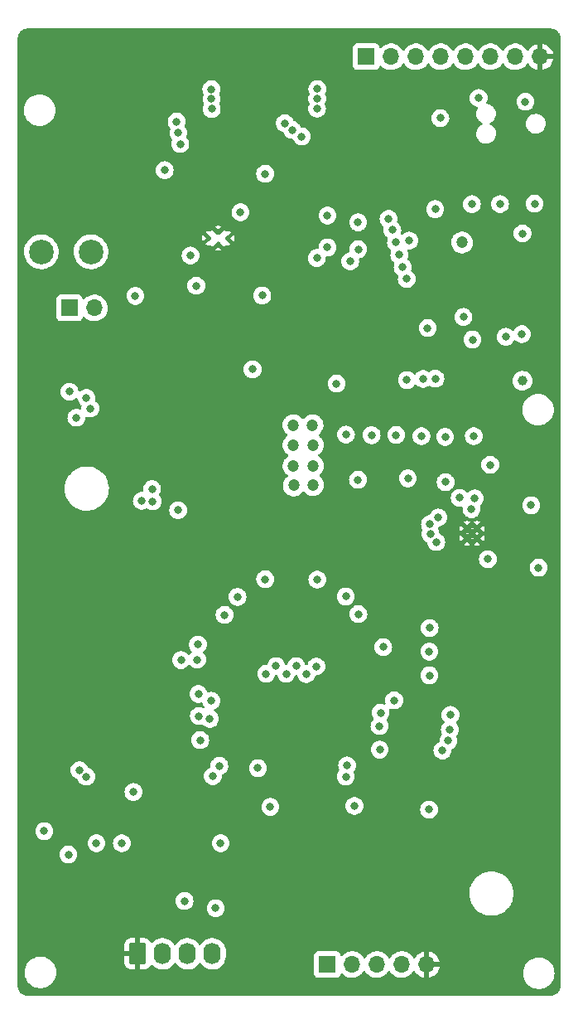
<source format=gbr>
%TF.GenerationSoftware,KiCad,Pcbnew,(6.0.8-1)-1*%
%TF.CreationDate,2022-12-08T23:01:01-05:00*%
%TF.ProjectId,bitaxeMax,62697461-7865-44d6-9178-2e6b69636164,rev?*%
%TF.SameCoordinates,Original*%
%TF.FileFunction,Copper,L2,Inr*%
%TF.FilePolarity,Positive*%
%FSLAX46Y46*%
G04 Gerber Fmt 4.6, Leading zero omitted, Abs format (unit mm)*
G04 Created by KiCad (PCBNEW (6.0.8-1)-1) date 2022-12-08 23:01:01*
%MOMM*%
%LPD*%
G01*
G04 APERTURE LIST*
G04 Aperture macros list*
%AMRoundRect*
0 Rectangle with rounded corners*
0 $1 Rounding radius*
0 $2 $3 $4 $5 $6 $7 $8 $9 X,Y pos of 4 corners*
0 Add a 4 corners polygon primitive as box body*
4,1,4,$2,$3,$4,$5,$6,$7,$8,$9,$2,$3,0*
0 Add four circle primitives for the rounded corners*
1,1,$1+$1,$2,$3*
1,1,$1+$1,$4,$5*
1,1,$1+$1,$6,$7*
1,1,$1+$1,$8,$9*
0 Add four rect primitives between the rounded corners*
20,1,$1+$1,$2,$3,$4,$5,0*
20,1,$1+$1,$4,$5,$6,$7,0*
20,1,$1+$1,$6,$7,$8,$9,0*
20,1,$1+$1,$8,$9,$2,$3,0*%
G04 Aperture macros list end*
%TA.AperFunction,ComponentPad*%
%ADD10C,0.500000*%
%TD*%
%TA.AperFunction,ComponentPad*%
%ADD11C,0.400000*%
%TD*%
%TA.AperFunction,ComponentPad*%
%ADD12O,1.740000X2.190000*%
%TD*%
%TA.AperFunction,ComponentPad*%
%ADD13RoundRect,0.250000X-0.620000X-0.845000X0.620000X-0.845000X0.620000X0.845000X-0.620000X0.845000X0*%
%TD*%
%TA.AperFunction,ComponentPad*%
%ADD14C,2.520000*%
%TD*%
%TA.AperFunction,ComponentPad*%
%ADD15O,1.700000X1.700000*%
%TD*%
%TA.AperFunction,ComponentPad*%
%ADD16R,1.700000X1.700000*%
%TD*%
%TA.AperFunction,ViaPad*%
%ADD17C,0.800000*%
%TD*%
%TA.AperFunction,ViaPad*%
%ADD18C,1.000000*%
%TD*%
%TA.AperFunction,ViaPad*%
%ADD19C,1.200000*%
%TD*%
G04 APERTURE END LIST*
D10*
%TO.N,GND*%
%TO.C,U2*%
X123660000Y-99060000D03*
X123660000Y-100060000D03*
X124660000Y-100060000D03*
X124660000Y-99060000D03*
%TD*%
D11*
%TO.N,GND*%
%TO.C,U9*%
X98201691Y-68847200D03*
X98201691Y-69997200D03*
X99151691Y-69422200D03*
X97251691Y-69422200D03*
%TD*%
D12*
%TO.N,/Fan/FAN_PWM*%
%TO.C,J4*%
X97600000Y-142490000D03*
%TO.N,/Fan/FAN_TACH*%
X95060000Y-142490000D03*
%TO.N,/5V*%
X92520000Y-142490000D03*
D13*
%TO.N,GND*%
X89980000Y-142490000D03*
%TD*%
D14*
%TO.N,GND*%
%TO.C,J2*%
X80110000Y-63390000D03*
X85190000Y-63390000D03*
%TD*%
%TO.N,/Power/VIN*%
%TO.C,J1*%
X80110000Y-70810000D03*
X85190000Y-70810000D03*
%TD*%
D15*
%TO.N,GND*%
%TO.C,J6*%
X131120000Y-50890000D03*
%TO.N,/3V3*%
X128580000Y-50890000D03*
%TO.N,/SCL*%
X126040000Y-50890000D03*
%TO.N,/SDA*%
X123500000Y-50890000D03*
%TO.N,/TX*%
X120960000Y-50890000D03*
%TO.N,/RX*%
X118420000Y-50890000D03*
%TO.N,/RST*%
X115880000Y-50890000D03*
D16*
%TO.N,/BI*%
X113340000Y-50890000D03*
%TD*%
D15*
%TO.N,/5V*%
%TO.C,J7*%
X85540000Y-76540000D03*
D16*
%TO.N,/Power/VIN*%
X83000000Y-76540000D03*
%TD*%
D15*
%TO.N,GND*%
%TO.C,J3*%
X119510000Y-143580000D03*
%TO.N,/BM1397/RST_N*%
X116970000Y-143580000D03*
%TO.N,/BM1397/RO*%
X114430000Y-143580000D03*
%TO.N,/BM1397/CI*%
X111890000Y-143580000D03*
D16*
%TO.N,/BM1397/1V8*%
X109350000Y-143580000D03*
%TD*%
D17*
%TO.N,GND*%
X97740000Y-136560000D03*
%TO.N,/3V3*%
X97940000Y-137830000D03*
%TO.N,/5V*%
X94760000Y-137100000D03*
%TO.N,GND*%
X103110000Y-115590000D03*
X97830000Y-111040000D03*
X80410000Y-139600000D03*
X78090000Y-82060000D03*
X100850600Y-73131400D03*
X103110000Y-116950000D03*
X116910000Y-128990000D03*
X104630000Y-119670000D03*
D18*
X127200000Y-75900000D03*
D17*
X97320000Y-93500000D03*
X131300000Y-62500000D03*
X112980000Y-131260000D03*
X108120000Y-119660000D03*
X97320000Y-87878600D03*
X100580000Y-87270000D03*
X117580000Y-87510000D03*
X97320000Y-84830000D03*
X98860000Y-84830000D03*
X114230000Y-55160000D03*
X131760000Y-77940000D03*
X104630000Y-115590000D03*
X98860000Y-93500000D03*
X121480000Y-72050000D03*
X106450000Y-116920000D03*
X128120000Y-55550000D03*
X113540000Y-111040000D03*
X95400600Y-69431400D03*
X106450000Y-119640000D03*
X94890000Y-62470000D03*
X97320000Y-86310000D03*
X106450000Y-118280000D03*
X80660000Y-87760000D03*
X97320000Y-89650000D03*
D18*
X127200000Y-74430000D03*
D17*
X103110000Y-119670000D03*
X90360055Y-101249945D03*
X88908900Y-138550000D03*
X98860000Y-91520000D03*
X117730000Y-123190000D03*
X104630000Y-118310000D03*
X120110000Y-117300000D03*
X98860000Y-86310000D03*
X97320000Y-91520000D03*
X112520000Y-87450000D03*
X102570000Y-57250000D03*
X87400000Y-130070000D03*
X129250000Y-72460000D03*
X121240000Y-95820000D03*
X126330000Y-69880000D03*
X106450000Y-115560000D03*
X95110000Y-129400000D03*
X98860000Y-89650000D03*
X104630000Y-116950000D03*
X86970000Y-82770000D03*
X129170000Y-94910000D03*
X129580000Y-102230000D03*
D18*
X127200000Y-73070000D03*
D17*
X105330000Y-132320000D03*
X104430000Y-130240000D03*
X108120000Y-115580000D03*
D18*
X132450000Y-84290000D03*
D17*
X125320000Y-85940000D03*
X124308576Y-108035637D03*
X108120000Y-118300000D03*
X108120000Y-116940000D03*
X98860000Y-87878600D03*
X103110000Y-118310000D03*
X124104100Y-101710000D03*
X83001194Y-129118806D03*
X126970000Y-103748900D03*
X96840000Y-98140000D03*
X92910000Y-102990000D03*
X100580000Y-85521400D03*
%TO.N,/BM1397/1V8*%
X124090000Y-97090000D03*
X119760000Y-127770000D03*
X125770000Y-102190000D03*
X112130000Y-127390000D03*
X111380000Y-123250000D03*
X98320000Y-123300000D03*
%TO.N,/BM1397/0V8*%
X111240000Y-124400000D03*
X97650000Y-124350000D03*
X102260000Y-123530000D03*
X103530000Y-127490000D03*
%TO.N,/VDD*%
X110300000Y-84260000D03*
X115620000Y-67440000D03*
X103000000Y-104240000D03*
X105152000Y-113890000D03*
D19*
X107870000Y-90540000D03*
X107910000Y-92670000D03*
D17*
X104126000Y-113110000D03*
X108330000Y-104270000D03*
X108230000Y-113150000D03*
X103100000Y-113900000D03*
X103000000Y-62838100D03*
X107204000Y-113920000D03*
D19*
X107910000Y-94640000D03*
D17*
X106178000Y-113110000D03*
D19*
X105880000Y-90540000D03*
X105880000Y-88500000D03*
X107850000Y-88520000D03*
X105930000Y-94670000D03*
D17*
X92720000Y-62469500D03*
D19*
X105900000Y-92650000D03*
D17*
%TO.N,/ESP32/EN*%
X129250000Y-79210000D03*
%TO.N,/5V*%
X85750000Y-131200000D03*
X100470000Y-66770000D03*
X88350000Y-131200000D03*
D19*
X123140000Y-69860000D03*
D17*
X98450000Y-131200000D03*
%TO.N,/3V3*%
X127600000Y-79490000D03*
X121450000Y-94330000D03*
X129310000Y-68940000D03*
X122890000Y-95930000D03*
X129610000Y-55490000D03*
D18*
X129310000Y-83980000D03*
D17*
X111690000Y-71770000D03*
X124430000Y-95990000D03*
X83700000Y-87750000D03*
X117600000Y-93940000D03*
X80410000Y-129960000D03*
X112500000Y-67790000D03*
X112490000Y-94090000D03*
X126010000Y-92560000D03*
X82880000Y-132350000D03*
X94100000Y-97190000D03*
X82990000Y-85090000D03*
X130200000Y-96690000D03*
X112520000Y-70550000D03*
%TO.N,/TX*%
X120410000Y-83770000D03*
%TO.N,/RX*%
X119150000Y-83790000D03*
%TO.N,/BM1397/RST_N*%
X119900000Y-99630000D03*
X116190000Y-116610000D03*
%TO.N,/BM1397/CI*%
X121880000Y-119600000D03*
X119850000Y-98620000D03*
%TO.N,/RST*%
X120910000Y-57160000D03*
X130550000Y-65900000D03*
%TO.N,/BM1397/RO*%
X120700000Y-97940000D03*
X121950000Y-118090000D03*
%TO.N,/TEMP_N*%
X97340000Y-118490000D03*
%TO.N,/TEMP_P*%
X96220000Y-118210000D03*
%TO.N,/SCL*%
X120390000Y-66450000D03*
X85120000Y-86810000D03*
X109370000Y-67110000D03*
X90390000Y-96230000D03*
X84010000Y-123740000D03*
%TO.N,/Power/OUT0*%
X91440000Y-95040000D03*
X89730000Y-75310000D03*
%TO.N,Net-(Q2-Pad4)*%
X101710600Y-82811400D03*
X102700000Y-75260000D03*
%TO.N,Net-(C2-Pad2)*%
X115070000Y-111160000D03*
%TO.N,Net-(C3-Pad2)*%
X112530000Y-107800000D03*
%TO.N,Net-(C6-Pad2)*%
X111250000Y-106010000D03*
%TO.N,Net-(C12-Pad2)*%
X100180000Y-106040000D03*
%TO.N,Net-(C15-Pad2)*%
X98850000Y-107880000D03*
%TO.N,Net-(C17-Pad2)*%
X96130000Y-110920000D03*
%TO.N,Net-(C42-Pad1)*%
X95368800Y-71183600D03*
X95958800Y-74273600D03*
%TO.N,Net-(IC1-Pad4)*%
X119820000Y-109230000D03*
%TO.N,Net-(IC1-Pad5)*%
X119780000Y-111630000D03*
%TO.N,Net-(IC1-Pad6)*%
X119790000Y-114060000D03*
%TO.N,Net-(IC1-Pad10)*%
X114800000Y-117880000D03*
%TO.N,Net-(IC1-Pad11)*%
X114690000Y-119230000D03*
%TO.N,Net-(IC1-Pad20)*%
X89540000Y-125970000D03*
%TO.N,Net-(IC1-Pad25)*%
X97500000Y-116660000D03*
%TO.N,Net-(IC1-Pad26)*%
X96180000Y-115958900D03*
%TO.N,Net-(IC1-Pad27)*%
X96360000Y-120670000D03*
%TO.N,Net-(IC1-Pad28)*%
X94400000Y-112500000D03*
%TO.N,Net-(IC1-Pad29)*%
X96040000Y-112460000D03*
%TO.N,/BI*%
X123276268Y-77460000D03*
X117730000Y-69660000D03*
%TO.N,/ESP32/GPIO9*%
X124200000Y-79770000D03*
X124330000Y-89630000D03*
%TO.N,/ESP32/GPIO12*%
X121410000Y-89700000D03*
X117500000Y-83900000D03*
X117480000Y-73570000D03*
%TO.N,/ESP32/GPIO13*%
X118980000Y-89630000D03*
X117060000Y-72390000D03*
%TO.N,/ESP32/GPIO14*%
X116710000Y-71130000D03*
X116400000Y-89510000D03*
%TO.N,/ESP32/IO0*%
X124830000Y-55100000D03*
X127020000Y-65930000D03*
%TO.N,/ESP32/LED1_B*%
X93950000Y-57520000D03*
%TO.N,/BM1397/CLKI*%
X124140000Y-65938900D03*
%TO.N,Net-(R21-Pad2)*%
X97500000Y-54210000D03*
%TO.N,/ESP32/LED2_B*%
X105020000Y-57680000D03*
%TO.N,/Power/PGOOD*%
X108278900Y-71440000D03*
%TO.N,Net-(R23-Pad2)*%
X130950000Y-103070000D03*
X121120000Y-121730000D03*
%TO.N,Net-(R22-Pad2)*%
X108340000Y-54180000D03*
%TO.N,/ESP32/LED1_G*%
X94129945Y-58660055D03*
%TO.N,Net-(R26-Pad2)*%
X97520000Y-55200000D03*
%TO.N,/ESP32/FAN_ALERT*%
X121730000Y-120730000D03*
%TO.N,/ESP32/LED2_G*%
X105758402Y-58358900D03*
%TO.N,Net-(R27-Pad2)*%
X108320000Y-55170000D03*
%TO.N,/ESP32/LED1_R*%
X94319890Y-59810110D03*
%TO.N,Net-(R28-Pad2)*%
X97540000Y-56230000D03*
%TO.N,/ESP32/LED2_R*%
X106740000Y-59037800D03*
%TO.N,Net-(R29-Pad2)*%
X108310000Y-56190000D03*
%TO.N,/BM1397/BM_BI*%
X120490000Y-100430000D03*
%TO.N,/SDA*%
X84702648Y-124392960D03*
X109360000Y-70360000D03*
X119610000Y-78600000D03*
X84730000Y-85730000D03*
X91500000Y-96290000D03*
%TO.N,/BM1397/BM_CLKI*%
X114720000Y-121640000D03*
%TO.N,/ESP32/GPIO21*%
X116380000Y-69860000D03*
X113890000Y-89530000D03*
%TO.N,/ESP32/GPIO47*%
X111260000Y-89470000D03*
X116000000Y-68590000D03*
%TD*%
%TA.AperFunction,Conductor*%
%TO.N,GND*%
G36*
X132189406Y-48009996D02*
G01*
X132204313Y-48012313D01*
X132204317Y-48012313D01*
X132213187Y-48013692D01*
X132222088Y-48012526D01*
X132222089Y-48012526D01*
X132225864Y-48012032D01*
X132253179Y-48011442D01*
X132380712Y-48022569D01*
X132402343Y-48026378D01*
X132548049Y-48065384D01*
X132568689Y-48072891D01*
X132705412Y-48136607D01*
X132724432Y-48147582D01*
X132848021Y-48234077D01*
X132864842Y-48248186D01*
X132971526Y-48354823D01*
X132985648Y-48371645D01*
X133072193Y-48495188D01*
X133083178Y-48514207D01*
X133146955Y-48650901D01*
X133154472Y-48671539D01*
X133193542Y-48817232D01*
X133197360Y-48838860D01*
X133207939Y-48959492D01*
X133207388Y-48975975D01*
X133207795Y-48975980D01*
X133207687Y-48984957D01*
X133206308Y-48993827D01*
X133207474Y-49002728D01*
X133210433Y-49025323D01*
X133211500Y-49041685D01*
X133211500Y-145729967D01*
X133209999Y-145749356D01*
X133206309Y-145773050D01*
X133207473Y-145781953D01*
X133207473Y-145781959D01*
X133207966Y-145785730D01*
X133208549Y-145813046D01*
X133197384Y-145940630D01*
X133193570Y-145962259D01*
X133154511Y-146108020D01*
X133146999Y-146128658D01*
X133083225Y-146265417D01*
X133072249Y-146284430D01*
X132985682Y-146408057D01*
X132971571Y-146424872D01*
X132864872Y-146531571D01*
X132848057Y-146545682D01*
X132724430Y-146632249D01*
X132705417Y-146643225D01*
X132568653Y-146707001D01*
X132548022Y-146714510D01*
X132505603Y-146725877D01*
X132402259Y-146753570D01*
X132380630Y-146757384D01*
X132311810Y-146763406D01*
X132259934Y-146767946D01*
X132243452Y-146767393D01*
X132243447Y-146767799D01*
X132234472Y-146767690D01*
X132225602Y-146766309D01*
X132216702Y-146767473D01*
X132216700Y-146767473D01*
X132194048Y-146770436D01*
X132177707Y-146771500D01*
X78740033Y-146771500D01*
X78720644Y-146769999D01*
X78705824Y-146767691D01*
X78696950Y-146766309D01*
X78688047Y-146767473D01*
X78688041Y-146767473D01*
X78684270Y-146767966D01*
X78656954Y-146768549D01*
X78529370Y-146757384D01*
X78507741Y-146753570D01*
X78404397Y-146725877D01*
X78361978Y-146714510D01*
X78341347Y-146707001D01*
X78204583Y-146643225D01*
X78185570Y-146632249D01*
X78061943Y-146545682D01*
X78045128Y-146531571D01*
X77938429Y-146424872D01*
X77924318Y-146408057D01*
X77837751Y-146284430D01*
X77826775Y-146265417D01*
X77763001Y-146128658D01*
X77755489Y-146108020D01*
X77716430Y-145962259D01*
X77712616Y-145940630D01*
X77702054Y-145819935D01*
X77702607Y-145803452D01*
X77702201Y-145803447D01*
X77702310Y-145794472D01*
X77703691Y-145785602D01*
X77702348Y-145775328D01*
X77699564Y-145754048D01*
X77698500Y-145737707D01*
X77698500Y-144380000D01*
X78406526Y-144380000D01*
X78426391Y-144632403D01*
X78427545Y-144637210D01*
X78427546Y-144637216D01*
X78465009Y-144793261D01*
X78485495Y-144878591D01*
X78487388Y-144883162D01*
X78487389Y-144883164D01*
X78511658Y-144941753D01*
X78582384Y-145112502D01*
X78714672Y-145328376D01*
X78879102Y-145520898D01*
X79071624Y-145685328D01*
X79287498Y-145817616D01*
X79292068Y-145819509D01*
X79292072Y-145819511D01*
X79498534Y-145905030D01*
X79521409Y-145914505D01*
X79606032Y-145934821D01*
X79762784Y-145972454D01*
X79762790Y-145972455D01*
X79767597Y-145973609D01*
X79867416Y-145981465D01*
X79954345Y-145988307D01*
X79954352Y-145988307D01*
X79956801Y-145988500D01*
X80083199Y-145988500D01*
X80085648Y-145988307D01*
X80085655Y-145988307D01*
X80172584Y-145981465D01*
X80272403Y-145973609D01*
X80277210Y-145972455D01*
X80277216Y-145972454D01*
X80433968Y-145934821D01*
X80518591Y-145914505D01*
X80541466Y-145905030D01*
X80747928Y-145819511D01*
X80747932Y-145819509D01*
X80752502Y-145817616D01*
X80968376Y-145685328D01*
X81160898Y-145520898D01*
X81325328Y-145328376D01*
X81457616Y-145112502D01*
X81528343Y-144941753D01*
X81552611Y-144883164D01*
X81552612Y-144883162D01*
X81554505Y-144878591D01*
X81574991Y-144793261D01*
X81612454Y-144637216D01*
X81612455Y-144637210D01*
X81613609Y-144632403D01*
X81625751Y-144478134D01*
X107991500Y-144478134D01*
X107998255Y-144540316D01*
X108049385Y-144676705D01*
X108136739Y-144793261D01*
X108253295Y-144880615D01*
X108389684Y-144931745D01*
X108451866Y-144938500D01*
X110248134Y-144938500D01*
X110310316Y-144931745D01*
X110446705Y-144880615D01*
X110563261Y-144793261D01*
X110650615Y-144676705D01*
X110672799Y-144617529D01*
X110694598Y-144559382D01*
X110737240Y-144502618D01*
X110803802Y-144477918D01*
X110873150Y-144493126D01*
X110907817Y-144521114D01*
X110936250Y-144553938D01*
X111108126Y-144696632D01*
X111301000Y-144809338D01*
X111509692Y-144889030D01*
X111514760Y-144890061D01*
X111514763Y-144890062D01*
X111609862Y-144909410D01*
X111728597Y-144933567D01*
X111733772Y-144933757D01*
X111733774Y-144933757D01*
X111946673Y-144941564D01*
X111946677Y-144941564D01*
X111951837Y-144941753D01*
X111956957Y-144941097D01*
X111956959Y-144941097D01*
X112168288Y-144914025D01*
X112168289Y-144914025D01*
X112173416Y-144913368D01*
X112178366Y-144911883D01*
X112382429Y-144850661D01*
X112382434Y-144850659D01*
X112387384Y-144849174D01*
X112587994Y-144750896D01*
X112769860Y-144621173D01*
X112928096Y-144463489D01*
X113058453Y-144282077D01*
X113059776Y-144283028D01*
X113106645Y-144239857D01*
X113176580Y-144227625D01*
X113242026Y-144255144D01*
X113269875Y-144286994D01*
X113329987Y-144385088D01*
X113476250Y-144553938D01*
X113648126Y-144696632D01*
X113841000Y-144809338D01*
X114049692Y-144889030D01*
X114054760Y-144890061D01*
X114054763Y-144890062D01*
X114149862Y-144909410D01*
X114268597Y-144933567D01*
X114273772Y-144933757D01*
X114273774Y-144933757D01*
X114486673Y-144941564D01*
X114486677Y-144941564D01*
X114491837Y-144941753D01*
X114496957Y-144941097D01*
X114496959Y-144941097D01*
X114708288Y-144914025D01*
X114708289Y-144914025D01*
X114713416Y-144913368D01*
X114718366Y-144911883D01*
X114922429Y-144850661D01*
X114922434Y-144850659D01*
X114927384Y-144849174D01*
X115127994Y-144750896D01*
X115309860Y-144621173D01*
X115468096Y-144463489D01*
X115598453Y-144282077D01*
X115599776Y-144283028D01*
X115646645Y-144239857D01*
X115716580Y-144227625D01*
X115782026Y-144255144D01*
X115809875Y-144286994D01*
X115869987Y-144385088D01*
X116016250Y-144553938D01*
X116188126Y-144696632D01*
X116381000Y-144809338D01*
X116589692Y-144889030D01*
X116594760Y-144890061D01*
X116594763Y-144890062D01*
X116689862Y-144909410D01*
X116808597Y-144933567D01*
X116813772Y-144933757D01*
X116813774Y-144933757D01*
X117026673Y-144941564D01*
X117026677Y-144941564D01*
X117031837Y-144941753D01*
X117036957Y-144941097D01*
X117036959Y-144941097D01*
X117248288Y-144914025D01*
X117248289Y-144914025D01*
X117253416Y-144913368D01*
X117258366Y-144911883D01*
X117462429Y-144850661D01*
X117462434Y-144850659D01*
X117467384Y-144849174D01*
X117667994Y-144750896D01*
X117849860Y-144621173D01*
X118008096Y-144463489D01*
X118138453Y-144282077D01*
X118139640Y-144282930D01*
X118186960Y-144239362D01*
X118256897Y-144227145D01*
X118322338Y-144254678D01*
X118350166Y-144286511D01*
X118407694Y-144380388D01*
X118413777Y-144388699D01*
X118553213Y-144549667D01*
X118560580Y-144556883D01*
X118724434Y-144692916D01*
X118732881Y-144698831D01*
X118916756Y-144806279D01*
X118926042Y-144810729D01*
X119125001Y-144886703D01*
X119134899Y-144889579D01*
X119238250Y-144910606D01*
X119252299Y-144909410D01*
X119256000Y-144899065D01*
X119256000Y-144898517D01*
X119764000Y-144898517D01*
X119768064Y-144912359D01*
X119781478Y-144914393D01*
X119788184Y-144913534D01*
X119798262Y-144911392D01*
X120002255Y-144850191D01*
X120011842Y-144846433D01*
X120203095Y-144752739D01*
X120211945Y-144747464D01*
X120385328Y-144623792D01*
X120393200Y-144617139D01*
X120540853Y-144470000D01*
X129366526Y-144470000D01*
X129386391Y-144722403D01*
X129387545Y-144727210D01*
X129387546Y-144727216D01*
X129416168Y-144846433D01*
X129445495Y-144968591D01*
X129447388Y-144973162D01*
X129447389Y-144973164D01*
X129506853Y-145116722D01*
X129542384Y-145202502D01*
X129674672Y-145418376D01*
X129839102Y-145610898D01*
X130031624Y-145775328D01*
X130247498Y-145907616D01*
X130252068Y-145909509D01*
X130252072Y-145909511D01*
X130442769Y-145988500D01*
X130481409Y-146004505D01*
X130566032Y-146024821D01*
X130722784Y-146062454D01*
X130722790Y-146062455D01*
X130727597Y-146063609D01*
X130827416Y-146071465D01*
X130914345Y-146078307D01*
X130914352Y-146078307D01*
X130916801Y-146078500D01*
X131043199Y-146078500D01*
X131045648Y-146078307D01*
X131045655Y-146078307D01*
X131132584Y-146071465D01*
X131232403Y-146063609D01*
X131237210Y-146062455D01*
X131237216Y-146062454D01*
X131393968Y-146024821D01*
X131478591Y-146004505D01*
X131517231Y-145988500D01*
X131707928Y-145909511D01*
X131707932Y-145909509D01*
X131712502Y-145907616D01*
X131928376Y-145775328D01*
X132120898Y-145610898D01*
X132285328Y-145418376D01*
X132417616Y-145202502D01*
X132453148Y-145116722D01*
X132512611Y-144973164D01*
X132512612Y-144973162D01*
X132514505Y-144968591D01*
X132543832Y-144846433D01*
X132572454Y-144727216D01*
X132572455Y-144727210D01*
X132573609Y-144722403D01*
X132593474Y-144470000D01*
X132573609Y-144217597D01*
X132543618Y-144092672D01*
X132531004Y-144040132D01*
X132514505Y-143971409D01*
X132506231Y-143951434D01*
X132419511Y-143742072D01*
X132419509Y-143742068D01*
X132417616Y-143737498D01*
X132285328Y-143521624D01*
X132120898Y-143329102D01*
X131928376Y-143164672D01*
X131712502Y-143032384D01*
X131707932Y-143030491D01*
X131707928Y-143030489D01*
X131483164Y-142937389D01*
X131483162Y-142937388D01*
X131478591Y-142935495D01*
X131358567Y-142906680D01*
X131237216Y-142877546D01*
X131237210Y-142877545D01*
X131232403Y-142876391D01*
X131132584Y-142868535D01*
X131045655Y-142861693D01*
X131045648Y-142861693D01*
X131043199Y-142861500D01*
X130916801Y-142861500D01*
X130914352Y-142861693D01*
X130914345Y-142861693D01*
X130827416Y-142868535D01*
X130727597Y-142876391D01*
X130722790Y-142877545D01*
X130722784Y-142877546D01*
X130601433Y-142906680D01*
X130481409Y-142935495D01*
X130476838Y-142937388D01*
X130476836Y-142937389D01*
X130252072Y-143030489D01*
X130252068Y-143030491D01*
X130247498Y-143032384D01*
X130031624Y-143164672D01*
X129839102Y-143329102D01*
X129674672Y-143521624D01*
X129542384Y-143737498D01*
X129540491Y-143742068D01*
X129540489Y-143742072D01*
X129453769Y-143951434D01*
X129445495Y-143971409D01*
X129428996Y-144040132D01*
X129416383Y-144092672D01*
X129386391Y-144217597D01*
X129366526Y-144470000D01*
X120540853Y-144470000D01*
X120544052Y-144466812D01*
X120550730Y-144458965D01*
X120675003Y-144286020D01*
X120680313Y-144277183D01*
X120774670Y-144086267D01*
X120778469Y-144076672D01*
X120840377Y-143872910D01*
X120842555Y-143862837D01*
X120843986Y-143851962D01*
X120841775Y-143837778D01*
X120828617Y-143834000D01*
X119782115Y-143834000D01*
X119766876Y-143838475D01*
X119765671Y-143839865D01*
X119764000Y-143847548D01*
X119764000Y-144898517D01*
X119256000Y-144898517D01*
X119256000Y-143307885D01*
X119764000Y-143307885D01*
X119768475Y-143323124D01*
X119769865Y-143324329D01*
X119777548Y-143326000D01*
X120828344Y-143326000D01*
X120841875Y-143322027D01*
X120843180Y-143312947D01*
X120801214Y-143145875D01*
X120797894Y-143136124D01*
X120712972Y-142940814D01*
X120708105Y-142931739D01*
X120592426Y-142752926D01*
X120586136Y-142744757D01*
X120442806Y-142587240D01*
X120435273Y-142580215D01*
X120268139Y-142448222D01*
X120259552Y-142442517D01*
X120073117Y-142339599D01*
X120063705Y-142335369D01*
X119862959Y-142264280D01*
X119852988Y-142261646D01*
X119781837Y-142248972D01*
X119768540Y-142250432D01*
X119764000Y-142264989D01*
X119764000Y-143307885D01*
X119256000Y-143307885D01*
X119256000Y-142263102D01*
X119252082Y-142249758D01*
X119237806Y-142247771D01*
X119199324Y-142253660D01*
X119189288Y-142256051D01*
X118986868Y-142322212D01*
X118977359Y-142326209D01*
X118788463Y-142424542D01*
X118779738Y-142430036D01*
X118609433Y-142557905D01*
X118601726Y-142564748D01*
X118454590Y-142718717D01*
X118448109Y-142726722D01*
X118343498Y-142880074D01*
X118288587Y-142925076D01*
X118218062Y-142933247D01*
X118154315Y-142901993D01*
X118133618Y-142877509D01*
X118052822Y-142752617D01*
X118052820Y-142752614D01*
X118050014Y-142748277D01*
X117899670Y-142583051D01*
X117895619Y-142579852D01*
X117895615Y-142579848D01*
X117728414Y-142447800D01*
X117728410Y-142447798D01*
X117724359Y-142444598D01*
X117688028Y-142424542D01*
X117672136Y-142415769D01*
X117528789Y-142336638D01*
X117523920Y-142334914D01*
X117523916Y-142334912D01*
X117323087Y-142263795D01*
X117323083Y-142263794D01*
X117318212Y-142262069D01*
X117313119Y-142261162D01*
X117313116Y-142261161D01*
X117103373Y-142223800D01*
X117103367Y-142223799D01*
X117098284Y-142222894D01*
X117024452Y-142221992D01*
X116880081Y-142220228D01*
X116880079Y-142220228D01*
X116874911Y-142220165D01*
X116654091Y-142253955D01*
X116441756Y-142323357D01*
X116243607Y-142426507D01*
X116239474Y-142429610D01*
X116239471Y-142429612D01*
X116069100Y-142557530D01*
X116064965Y-142560635D01*
X116061393Y-142564373D01*
X115953729Y-142677037D01*
X115910629Y-142722138D01*
X115803201Y-142879621D01*
X115748293Y-142924621D01*
X115677768Y-142932792D01*
X115614021Y-142901538D01*
X115593324Y-142877054D01*
X115512822Y-142752617D01*
X115512820Y-142752614D01*
X115510014Y-142748277D01*
X115359670Y-142583051D01*
X115355619Y-142579852D01*
X115355615Y-142579848D01*
X115188414Y-142447800D01*
X115188410Y-142447798D01*
X115184359Y-142444598D01*
X115148028Y-142424542D01*
X115132136Y-142415769D01*
X114988789Y-142336638D01*
X114983920Y-142334914D01*
X114983916Y-142334912D01*
X114783087Y-142263795D01*
X114783083Y-142263794D01*
X114778212Y-142262069D01*
X114773119Y-142261162D01*
X114773116Y-142261161D01*
X114563373Y-142223800D01*
X114563367Y-142223799D01*
X114558284Y-142222894D01*
X114484452Y-142221992D01*
X114340081Y-142220228D01*
X114340079Y-142220228D01*
X114334911Y-142220165D01*
X114114091Y-142253955D01*
X113901756Y-142323357D01*
X113703607Y-142426507D01*
X113699474Y-142429610D01*
X113699471Y-142429612D01*
X113529100Y-142557530D01*
X113524965Y-142560635D01*
X113521393Y-142564373D01*
X113413729Y-142677037D01*
X113370629Y-142722138D01*
X113263201Y-142879621D01*
X113208293Y-142924621D01*
X113137768Y-142932792D01*
X113074021Y-142901538D01*
X113053324Y-142877054D01*
X112972822Y-142752617D01*
X112972820Y-142752614D01*
X112970014Y-142748277D01*
X112819670Y-142583051D01*
X112815619Y-142579852D01*
X112815615Y-142579848D01*
X112648414Y-142447800D01*
X112648410Y-142447798D01*
X112644359Y-142444598D01*
X112608028Y-142424542D01*
X112592136Y-142415769D01*
X112448789Y-142336638D01*
X112443920Y-142334914D01*
X112443916Y-142334912D01*
X112243087Y-142263795D01*
X112243083Y-142263794D01*
X112238212Y-142262069D01*
X112233119Y-142261162D01*
X112233116Y-142261161D01*
X112023373Y-142223800D01*
X112023367Y-142223799D01*
X112018284Y-142222894D01*
X111944452Y-142221992D01*
X111800081Y-142220228D01*
X111800079Y-142220228D01*
X111794911Y-142220165D01*
X111574091Y-142253955D01*
X111361756Y-142323357D01*
X111163607Y-142426507D01*
X111159474Y-142429610D01*
X111159471Y-142429612D01*
X110989100Y-142557530D01*
X110984965Y-142560635D01*
X110928537Y-142619684D01*
X110904283Y-142645064D01*
X110842759Y-142680494D01*
X110771846Y-142677037D01*
X110714060Y-142635791D01*
X110695207Y-142602243D01*
X110653767Y-142491703D01*
X110650615Y-142483295D01*
X110563261Y-142366739D01*
X110446705Y-142279385D01*
X110310316Y-142228255D01*
X110248134Y-142221500D01*
X108451866Y-142221500D01*
X108389684Y-142228255D01*
X108253295Y-142279385D01*
X108136739Y-142366739D01*
X108049385Y-142483295D01*
X107998255Y-142619684D01*
X107991500Y-142681866D01*
X107991500Y-144478134D01*
X81625751Y-144478134D01*
X81633474Y-144380000D01*
X81613609Y-144127597D01*
X81605225Y-144092672D01*
X81557343Y-143893231D01*
X81554505Y-143881409D01*
X81550985Y-143872910D01*
X81459511Y-143652072D01*
X81459509Y-143652068D01*
X81457616Y-143647498D01*
X81325328Y-143431624D01*
X81283026Y-143382095D01*
X88602001Y-143382095D01*
X88602338Y-143388614D01*
X88612257Y-143484206D01*
X88615149Y-143497600D01*
X88666588Y-143651784D01*
X88672761Y-143664962D01*
X88758063Y-143802807D01*
X88767099Y-143814208D01*
X88881829Y-143928739D01*
X88893240Y-143937751D01*
X89031243Y-144022816D01*
X89044424Y-144028963D01*
X89198710Y-144080138D01*
X89212086Y-144083005D01*
X89306438Y-144092672D01*
X89312854Y-144093000D01*
X89707885Y-144093000D01*
X89723124Y-144088525D01*
X89724329Y-144087135D01*
X89726000Y-144079452D01*
X89726000Y-144074884D01*
X90234000Y-144074884D01*
X90238475Y-144090123D01*
X90239865Y-144091328D01*
X90247548Y-144092999D01*
X90647095Y-144092999D01*
X90653614Y-144092662D01*
X90749206Y-144082743D01*
X90762600Y-144079851D01*
X90916784Y-144028412D01*
X90929962Y-144022239D01*
X91067807Y-143936937D01*
X91079208Y-143927901D01*
X91193739Y-143813171D01*
X91202751Y-143801760D01*
X91291658Y-143657525D01*
X91293755Y-143658817D01*
X91332956Y-143614308D01*
X91401236Y-143594856D01*
X91469193Y-143615407D01*
X91491386Y-143633878D01*
X91603276Y-143751168D01*
X91790965Y-143890813D01*
X91795716Y-143893229D01*
X91795720Y-143893231D01*
X91994744Y-143994420D01*
X91999500Y-143996838D01*
X92222917Y-144066210D01*
X92228204Y-144066911D01*
X92228205Y-144066911D01*
X92449545Y-144096248D01*
X92449549Y-144096248D01*
X92454829Y-144096948D01*
X92460158Y-144096748D01*
X92460160Y-144096748D01*
X92571717Y-144092560D01*
X92688604Y-144088172D01*
X92800813Y-144064628D01*
X92912332Y-144041229D01*
X92912335Y-144041228D01*
X92917559Y-144040132D01*
X93135146Y-143954203D01*
X93262643Y-143876836D01*
X93330583Y-143835609D01*
X93330586Y-143835607D01*
X93335144Y-143832841D01*
X93511834Y-143679517D01*
X93660165Y-143498614D01*
X93662801Y-143493984D01*
X93662804Y-143493979D01*
X93681301Y-143461484D01*
X93732384Y-143412178D01*
X93802015Y-143398317D01*
X93868085Y-143424301D01*
X93895323Y-143453450D01*
X93981798Y-143581896D01*
X93985477Y-143585753D01*
X93985479Y-143585755D01*
X94013766Y-143615407D01*
X94143276Y-143751168D01*
X94330965Y-143890813D01*
X94335716Y-143893229D01*
X94335720Y-143893231D01*
X94534744Y-143994420D01*
X94539500Y-143996838D01*
X94762917Y-144066210D01*
X94768204Y-144066911D01*
X94768205Y-144066911D01*
X94989545Y-144096248D01*
X94989549Y-144096248D01*
X94994829Y-144096948D01*
X95000158Y-144096748D01*
X95000160Y-144096748D01*
X95111717Y-144092560D01*
X95228604Y-144088172D01*
X95340813Y-144064628D01*
X95452332Y-144041229D01*
X95452335Y-144041228D01*
X95457559Y-144040132D01*
X95675146Y-143954203D01*
X95802643Y-143876836D01*
X95870583Y-143835609D01*
X95870586Y-143835607D01*
X95875144Y-143832841D01*
X96051834Y-143679517D01*
X96200165Y-143498614D01*
X96202801Y-143493984D01*
X96202804Y-143493979D01*
X96221301Y-143461484D01*
X96272384Y-143412178D01*
X96342015Y-143398317D01*
X96408085Y-143424301D01*
X96435323Y-143453450D01*
X96521798Y-143581896D01*
X96525477Y-143585753D01*
X96525479Y-143585755D01*
X96553766Y-143615407D01*
X96683276Y-143751168D01*
X96870965Y-143890813D01*
X96875716Y-143893229D01*
X96875720Y-143893231D01*
X97074744Y-143994420D01*
X97079500Y-143996838D01*
X97302917Y-144066210D01*
X97308204Y-144066911D01*
X97308205Y-144066911D01*
X97529545Y-144096248D01*
X97529549Y-144096248D01*
X97534829Y-144096948D01*
X97540158Y-144096748D01*
X97540160Y-144096748D01*
X97651717Y-144092560D01*
X97768604Y-144088172D01*
X97880813Y-144064628D01*
X97992332Y-144041229D01*
X97992335Y-144041228D01*
X97997559Y-144040132D01*
X98215146Y-143954203D01*
X98342643Y-143876836D01*
X98410583Y-143835609D01*
X98410586Y-143835607D01*
X98415144Y-143832841D01*
X98591834Y-143679517D01*
X98740165Y-143498614D01*
X98820571Y-143357361D01*
X98853255Y-143299945D01*
X98853256Y-143299943D01*
X98855896Y-143295305D01*
X98935716Y-143075404D01*
X98977344Y-142845197D01*
X98978500Y-142820684D01*
X98978500Y-142206262D01*
X98963705Y-142031898D01*
X98904933Y-141805460D01*
X98850533Y-141684695D01*
X98811045Y-141597036D01*
X98808850Y-141592163D01*
X98801795Y-141581683D01*
X98735835Y-141483710D01*
X98678202Y-141398104D01*
X98516724Y-141228832D01*
X98329035Y-141089187D01*
X98324284Y-141086771D01*
X98324280Y-141086769D01*
X98125256Y-140985580D01*
X98125255Y-140985580D01*
X98120500Y-140983162D01*
X97897083Y-140913790D01*
X97891796Y-140913089D01*
X97891795Y-140913089D01*
X97670455Y-140883752D01*
X97670451Y-140883752D01*
X97665171Y-140883052D01*
X97659842Y-140883252D01*
X97659840Y-140883252D01*
X97548283Y-140887440D01*
X97431396Y-140891828D01*
X97347411Y-140909450D01*
X97207668Y-140938771D01*
X97207665Y-140938772D01*
X97202441Y-140939868D01*
X96984854Y-141025797D01*
X96980290Y-141028566D01*
X96980291Y-141028566D01*
X96789417Y-141144391D01*
X96789414Y-141144393D01*
X96784856Y-141147159D01*
X96608166Y-141300483D01*
X96459835Y-141481386D01*
X96457199Y-141486016D01*
X96457196Y-141486021D01*
X96438699Y-141518516D01*
X96387616Y-141567822D01*
X96317985Y-141581683D01*
X96251915Y-141555699D01*
X96224677Y-141526550D01*
X96141182Y-141402531D01*
X96138202Y-141398104D01*
X95976724Y-141228832D01*
X95789035Y-141089187D01*
X95784284Y-141086771D01*
X95784280Y-141086769D01*
X95585256Y-140985580D01*
X95585255Y-140985580D01*
X95580500Y-140983162D01*
X95357083Y-140913790D01*
X95351796Y-140913089D01*
X95351795Y-140913089D01*
X95130455Y-140883752D01*
X95130451Y-140883752D01*
X95125171Y-140883052D01*
X95119842Y-140883252D01*
X95119840Y-140883252D01*
X95008283Y-140887440D01*
X94891396Y-140891828D01*
X94807411Y-140909450D01*
X94667668Y-140938771D01*
X94667665Y-140938772D01*
X94662441Y-140939868D01*
X94444854Y-141025797D01*
X94440290Y-141028566D01*
X94440291Y-141028566D01*
X94249417Y-141144391D01*
X94249414Y-141144393D01*
X94244856Y-141147159D01*
X94068166Y-141300483D01*
X93919835Y-141481386D01*
X93917199Y-141486016D01*
X93917196Y-141486021D01*
X93898699Y-141518516D01*
X93847616Y-141567822D01*
X93777985Y-141581683D01*
X93711915Y-141555699D01*
X93684677Y-141526550D01*
X93601182Y-141402531D01*
X93598202Y-141398104D01*
X93436724Y-141228832D01*
X93249035Y-141089187D01*
X93244284Y-141086771D01*
X93244280Y-141086769D01*
X93045256Y-140985580D01*
X93045255Y-140985580D01*
X93040500Y-140983162D01*
X92817083Y-140913790D01*
X92811796Y-140913089D01*
X92811795Y-140913089D01*
X92590455Y-140883752D01*
X92590451Y-140883752D01*
X92585171Y-140883052D01*
X92579842Y-140883252D01*
X92579840Y-140883252D01*
X92468283Y-140887440D01*
X92351396Y-140891828D01*
X92267411Y-140909450D01*
X92127668Y-140938771D01*
X92127665Y-140938772D01*
X92122441Y-140939868D01*
X91904854Y-141025797D01*
X91900290Y-141028566D01*
X91900291Y-141028566D01*
X91709417Y-141144391D01*
X91709414Y-141144393D01*
X91704856Y-141147159D01*
X91528166Y-141300483D01*
X91524778Y-141304615D01*
X91497239Y-141338201D01*
X91438579Y-141378196D01*
X91367609Y-141380127D01*
X91306861Y-141343383D01*
X91291780Y-141320843D01*
X91291094Y-141321268D01*
X91201937Y-141177193D01*
X91192901Y-141165792D01*
X91078171Y-141051261D01*
X91066760Y-141042249D01*
X90928757Y-140957184D01*
X90915576Y-140951037D01*
X90761290Y-140899862D01*
X90747914Y-140896995D01*
X90653562Y-140887328D01*
X90647145Y-140887000D01*
X90252115Y-140887000D01*
X90236876Y-140891475D01*
X90235671Y-140892865D01*
X90234000Y-140900548D01*
X90234000Y-144074884D01*
X89726000Y-144074884D01*
X89726000Y-142762115D01*
X89721525Y-142746876D01*
X89720135Y-142745671D01*
X89712452Y-142744000D01*
X88620116Y-142744000D01*
X88604877Y-142748475D01*
X88603672Y-142749865D01*
X88602001Y-142757548D01*
X88602001Y-143382095D01*
X81283026Y-143382095D01*
X81160898Y-143239102D01*
X80968376Y-143074672D01*
X80752502Y-142942384D01*
X80747932Y-142940491D01*
X80747928Y-142940489D01*
X80523164Y-142847389D01*
X80523162Y-142847388D01*
X80518591Y-142845495D01*
X80409051Y-142819197D01*
X80277216Y-142787546D01*
X80277210Y-142787545D01*
X80272403Y-142786391D01*
X80172584Y-142778535D01*
X80085655Y-142771693D01*
X80085648Y-142771693D01*
X80083199Y-142771500D01*
X79956801Y-142771500D01*
X79954352Y-142771693D01*
X79954345Y-142771693D01*
X79867416Y-142778535D01*
X79767597Y-142786391D01*
X79762790Y-142787545D01*
X79762784Y-142787546D01*
X79630949Y-142819197D01*
X79521409Y-142845495D01*
X79516838Y-142847388D01*
X79516836Y-142847389D01*
X79292072Y-142940489D01*
X79292068Y-142940491D01*
X79287498Y-142942384D01*
X79071624Y-143074672D01*
X78879102Y-143239102D01*
X78714672Y-143431624D01*
X78582384Y-143647498D01*
X78580491Y-143652068D01*
X78580489Y-143652072D01*
X78489015Y-143872910D01*
X78485495Y-143881409D01*
X78482657Y-143893231D01*
X78434776Y-144092672D01*
X78426391Y-144127597D01*
X78406526Y-144380000D01*
X77698500Y-144380000D01*
X77698500Y-142217885D01*
X88602000Y-142217885D01*
X88606475Y-142233124D01*
X88607865Y-142234329D01*
X88615548Y-142236000D01*
X89707885Y-142236000D01*
X89723124Y-142231525D01*
X89724329Y-142230135D01*
X89726000Y-142222452D01*
X89726000Y-140905116D01*
X89721525Y-140889877D01*
X89720135Y-140888672D01*
X89712452Y-140887001D01*
X89312905Y-140887001D01*
X89306386Y-140887338D01*
X89210794Y-140897257D01*
X89197400Y-140900149D01*
X89043216Y-140951588D01*
X89030038Y-140957761D01*
X88892193Y-141043063D01*
X88880792Y-141052099D01*
X88766261Y-141166829D01*
X88757249Y-141178240D01*
X88672184Y-141316243D01*
X88666037Y-141329424D01*
X88614862Y-141483710D01*
X88611995Y-141497086D01*
X88602328Y-141591438D01*
X88602000Y-141597855D01*
X88602000Y-142217885D01*
X77698500Y-142217885D01*
X77698500Y-137100000D01*
X93846496Y-137100000D01*
X93866458Y-137289928D01*
X93925473Y-137471556D01*
X94020960Y-137636944D01*
X94148747Y-137778866D01*
X94303248Y-137891118D01*
X94309276Y-137893802D01*
X94309278Y-137893803D01*
X94471681Y-137966109D01*
X94477712Y-137968794D01*
X94571112Y-137988647D01*
X94658056Y-138007128D01*
X94658061Y-138007128D01*
X94664513Y-138008500D01*
X94855487Y-138008500D01*
X94861939Y-138007128D01*
X94861944Y-138007128D01*
X94948888Y-137988647D01*
X95042288Y-137968794D01*
X95048319Y-137966109D01*
X95210722Y-137893803D01*
X95210724Y-137893802D01*
X95216752Y-137891118D01*
X95300873Y-137830000D01*
X97026496Y-137830000D01*
X97027186Y-137836565D01*
X97045113Y-138007128D01*
X97046458Y-138019928D01*
X97105473Y-138201556D01*
X97200960Y-138366944D01*
X97205378Y-138371851D01*
X97205379Y-138371852D01*
X97295183Y-138471589D01*
X97328747Y-138508866D01*
X97364986Y-138535195D01*
X97465690Y-138608361D01*
X97483248Y-138621118D01*
X97489276Y-138623802D01*
X97489278Y-138623803D01*
X97651681Y-138696109D01*
X97657712Y-138698794D01*
X97751113Y-138718647D01*
X97838056Y-138737128D01*
X97838061Y-138737128D01*
X97844513Y-138738500D01*
X98035487Y-138738500D01*
X98041939Y-138737128D01*
X98041944Y-138737128D01*
X98128887Y-138718647D01*
X98222288Y-138698794D01*
X98228319Y-138696109D01*
X98390722Y-138623803D01*
X98390724Y-138623802D01*
X98396752Y-138621118D01*
X98414311Y-138608361D01*
X98515014Y-138535195D01*
X98551253Y-138508866D01*
X98584817Y-138471589D01*
X98674621Y-138371852D01*
X98674622Y-138371851D01*
X98679040Y-138366944D01*
X98774527Y-138201556D01*
X98833542Y-138019928D01*
X98834888Y-138007128D01*
X98852814Y-137836565D01*
X98853504Y-137830000D01*
X98833542Y-137640072D01*
X98774527Y-137458444D01*
X98769951Y-137450517D01*
X98682341Y-137298774D01*
X98679040Y-137293056D01*
X98662213Y-137274367D01*
X98555675Y-137156045D01*
X98555674Y-137156044D01*
X98551253Y-137151134D01*
X98396752Y-137038882D01*
X98390724Y-137036198D01*
X98390722Y-137036197D01*
X98228319Y-136963891D01*
X98228318Y-136963891D01*
X98222288Y-136961206D01*
X98128887Y-136941353D01*
X98041944Y-136922872D01*
X98041939Y-136922872D01*
X98035487Y-136921500D01*
X97844513Y-136921500D01*
X97838061Y-136922872D01*
X97838056Y-136922872D01*
X97751113Y-136941353D01*
X97657712Y-136961206D01*
X97651682Y-136963891D01*
X97651681Y-136963891D01*
X97489278Y-137036197D01*
X97489276Y-137036198D01*
X97483248Y-137038882D01*
X97328747Y-137151134D01*
X97324326Y-137156044D01*
X97324325Y-137156045D01*
X97217788Y-137274367D01*
X97200960Y-137293056D01*
X97197659Y-137298774D01*
X97110050Y-137450517D01*
X97105473Y-137458444D01*
X97046458Y-137640072D01*
X97026496Y-137830000D01*
X95300873Y-137830000D01*
X95371253Y-137778866D01*
X95499040Y-137636944D01*
X95594527Y-137471556D01*
X95653542Y-137289928D01*
X95673504Y-137100000D01*
X95658772Y-136959834D01*
X95654232Y-136916635D01*
X95654232Y-136916633D01*
X95653542Y-136910072D01*
X95594527Y-136728444D01*
X95499040Y-136563056D01*
X95371253Y-136421134D01*
X95338592Y-136397404D01*
X123866941Y-136397404D01*
X123893091Y-136696292D01*
X123894001Y-136700364D01*
X123894002Y-136700369D01*
X123939473Y-136903794D01*
X123958540Y-136989095D01*
X124062140Y-137270671D01*
X124064084Y-137274359D01*
X124064088Y-137274367D01*
X124200116Y-137532367D01*
X124202069Y-137536071D01*
X124375871Y-137780633D01*
X124580490Y-138000061D01*
X124812333Y-138190498D01*
X125067325Y-138348600D01*
X125340988Y-138471589D01*
X125515368Y-138523574D01*
X125624514Y-138556112D01*
X125624516Y-138556112D01*
X125628513Y-138557304D01*
X125632633Y-138557957D01*
X125632635Y-138557957D01*
X125751509Y-138576785D01*
X125924848Y-138604239D01*
X125967577Y-138606179D01*
X126017262Y-138608436D01*
X126017281Y-138608436D01*
X126018681Y-138608500D01*
X126206107Y-138608500D01*
X126429370Y-138593671D01*
X126433464Y-138592846D01*
X126433468Y-138592845D01*
X126574513Y-138564405D01*
X126723480Y-138534368D01*
X127007163Y-138436688D01*
X127010896Y-138434819D01*
X127010900Y-138434817D01*
X127271691Y-138304222D01*
X127271693Y-138304221D01*
X127275435Y-138302347D01*
X127423745Y-138201556D01*
X127520125Y-138136057D01*
X127520128Y-138136055D01*
X127523584Y-138133706D01*
X127747248Y-137933726D01*
X127841779Y-137823435D01*
X127939779Y-137709097D01*
X127939782Y-137709093D01*
X127942499Y-137705923D01*
X127944773Y-137702421D01*
X127944777Y-137702416D01*
X128103628Y-137457807D01*
X128103631Y-137457802D01*
X128105907Y-137454297D01*
X128234600Y-137183270D01*
X128259228Y-137106565D01*
X128325038Y-136901591D01*
X128325038Y-136901590D01*
X128326318Y-136897604D01*
X128340868Y-136816736D01*
X128378709Y-136606425D01*
X128378710Y-136606420D01*
X128379448Y-136602316D01*
X128380972Y-136568774D01*
X128392870Y-136306766D01*
X128392870Y-136306760D01*
X128393059Y-136302596D01*
X128366909Y-136003708D01*
X128322832Y-135806515D01*
X128302372Y-135714984D01*
X128302371Y-135714981D01*
X128301460Y-135710905D01*
X128197860Y-135429329D01*
X128195916Y-135425641D01*
X128195912Y-135425633D01*
X128059884Y-135167633D01*
X128059883Y-135167632D01*
X128057931Y-135163929D01*
X127884129Y-134919367D01*
X127679510Y-134699939D01*
X127447667Y-134509502D01*
X127192675Y-134351400D01*
X126919012Y-134228411D01*
X126705650Y-134164805D01*
X126635486Y-134143888D01*
X126635484Y-134143888D01*
X126631487Y-134142696D01*
X126627367Y-134142043D01*
X126627365Y-134142043D01*
X126508491Y-134123215D01*
X126335152Y-134095761D01*
X126292423Y-134093821D01*
X126242738Y-134091564D01*
X126242719Y-134091564D01*
X126241319Y-134091500D01*
X126053893Y-134091500D01*
X125830630Y-134106329D01*
X125826536Y-134107154D01*
X125826532Y-134107155D01*
X125685487Y-134135595D01*
X125536520Y-134165632D01*
X125252837Y-134263312D01*
X125249104Y-134265181D01*
X125249100Y-134265183D01*
X124988309Y-134395778D01*
X124984565Y-134397653D01*
X124736416Y-134566294D01*
X124512752Y-134766274D01*
X124510035Y-134769444D01*
X124510034Y-134769445D01*
X124384155Y-134916311D01*
X124317501Y-134994077D01*
X124315227Y-134997579D01*
X124315223Y-134997584D01*
X124204792Y-135167633D01*
X124154093Y-135245703D01*
X124025400Y-135516730D01*
X123933682Y-135802396D01*
X123880552Y-136097684D01*
X123880363Y-136101851D01*
X123880362Y-136101858D01*
X123867130Y-136393234D01*
X123866941Y-136397404D01*
X95338592Y-136397404D01*
X95216752Y-136308882D01*
X95210724Y-136306198D01*
X95210722Y-136306197D01*
X95048319Y-136233891D01*
X95048318Y-136233891D01*
X95042288Y-136231206D01*
X94948887Y-136211353D01*
X94861944Y-136192872D01*
X94861939Y-136192872D01*
X94855487Y-136191500D01*
X94664513Y-136191500D01*
X94658061Y-136192872D01*
X94658056Y-136192872D01*
X94571113Y-136211353D01*
X94477712Y-136231206D01*
X94471682Y-136233891D01*
X94471681Y-136233891D01*
X94309278Y-136306197D01*
X94309276Y-136306198D01*
X94303248Y-136308882D01*
X94148747Y-136421134D01*
X94020960Y-136563056D01*
X93925473Y-136728444D01*
X93866458Y-136910072D01*
X93865768Y-136916633D01*
X93865768Y-136916635D01*
X93861228Y-136959834D01*
X93846496Y-137100000D01*
X77698500Y-137100000D01*
X77698500Y-132350000D01*
X81966496Y-132350000D01*
X81986458Y-132539928D01*
X82045473Y-132721556D01*
X82140960Y-132886944D01*
X82268747Y-133028866D01*
X82423248Y-133141118D01*
X82429276Y-133143802D01*
X82429278Y-133143803D01*
X82591681Y-133216109D01*
X82597712Y-133218794D01*
X82691112Y-133238647D01*
X82778056Y-133257128D01*
X82778061Y-133257128D01*
X82784513Y-133258500D01*
X82975487Y-133258500D01*
X82981939Y-133257128D01*
X82981944Y-133257128D01*
X83068888Y-133238647D01*
X83162288Y-133218794D01*
X83168319Y-133216109D01*
X83330722Y-133143803D01*
X83330724Y-133143802D01*
X83336752Y-133141118D01*
X83491253Y-133028866D01*
X83619040Y-132886944D01*
X83714527Y-132721556D01*
X83773542Y-132539928D01*
X83793504Y-132350000D01*
X83773542Y-132160072D01*
X83714527Y-131978444D01*
X83619040Y-131813056D01*
X83491253Y-131671134D01*
X83336752Y-131558882D01*
X83330724Y-131556198D01*
X83330722Y-131556197D01*
X83168319Y-131483891D01*
X83168318Y-131483891D01*
X83162288Y-131481206D01*
X83068887Y-131461353D01*
X82981944Y-131442872D01*
X82981939Y-131442872D01*
X82975487Y-131441500D01*
X82784513Y-131441500D01*
X82778061Y-131442872D01*
X82778056Y-131442872D01*
X82691113Y-131461353D01*
X82597712Y-131481206D01*
X82591682Y-131483891D01*
X82591681Y-131483891D01*
X82429278Y-131556197D01*
X82429276Y-131556198D01*
X82423248Y-131558882D01*
X82268747Y-131671134D01*
X82140960Y-131813056D01*
X82045473Y-131978444D01*
X81986458Y-132160072D01*
X81966496Y-132350000D01*
X77698500Y-132350000D01*
X77698500Y-131200000D01*
X84836496Y-131200000D01*
X84856458Y-131389928D01*
X84915473Y-131571556D01*
X85010960Y-131736944D01*
X85138747Y-131878866D01*
X85293248Y-131991118D01*
X85299276Y-131993802D01*
X85299278Y-131993803D01*
X85461681Y-132066109D01*
X85467712Y-132068794D01*
X85561113Y-132088647D01*
X85648056Y-132107128D01*
X85648061Y-132107128D01*
X85654513Y-132108500D01*
X85845487Y-132108500D01*
X85851939Y-132107128D01*
X85851944Y-132107128D01*
X85938887Y-132088647D01*
X86032288Y-132068794D01*
X86038319Y-132066109D01*
X86200722Y-131993803D01*
X86200724Y-131993802D01*
X86206752Y-131991118D01*
X86361253Y-131878866D01*
X86489040Y-131736944D01*
X86584527Y-131571556D01*
X86643542Y-131389928D01*
X86663504Y-131200000D01*
X87436496Y-131200000D01*
X87456458Y-131389928D01*
X87515473Y-131571556D01*
X87610960Y-131736944D01*
X87738747Y-131878866D01*
X87893248Y-131991118D01*
X87899276Y-131993802D01*
X87899278Y-131993803D01*
X88061681Y-132066109D01*
X88067712Y-132068794D01*
X88161113Y-132088647D01*
X88248056Y-132107128D01*
X88248061Y-132107128D01*
X88254513Y-132108500D01*
X88445487Y-132108500D01*
X88451939Y-132107128D01*
X88451944Y-132107128D01*
X88538887Y-132088647D01*
X88632288Y-132068794D01*
X88638319Y-132066109D01*
X88800722Y-131993803D01*
X88800724Y-131993802D01*
X88806752Y-131991118D01*
X88961253Y-131878866D01*
X89089040Y-131736944D01*
X89184527Y-131571556D01*
X89243542Y-131389928D01*
X89263504Y-131200000D01*
X97536496Y-131200000D01*
X97556458Y-131389928D01*
X97615473Y-131571556D01*
X97710960Y-131736944D01*
X97838747Y-131878866D01*
X97993248Y-131991118D01*
X97999276Y-131993802D01*
X97999278Y-131993803D01*
X98161681Y-132066109D01*
X98167712Y-132068794D01*
X98261113Y-132088647D01*
X98348056Y-132107128D01*
X98348061Y-132107128D01*
X98354513Y-132108500D01*
X98545487Y-132108500D01*
X98551939Y-132107128D01*
X98551944Y-132107128D01*
X98638887Y-132088647D01*
X98732288Y-132068794D01*
X98738319Y-132066109D01*
X98900722Y-131993803D01*
X98900724Y-131993802D01*
X98906752Y-131991118D01*
X99061253Y-131878866D01*
X99189040Y-131736944D01*
X99284527Y-131571556D01*
X99343542Y-131389928D01*
X99363504Y-131200000D01*
X99343542Y-131010072D01*
X99284527Y-130828444D01*
X99189040Y-130663056D01*
X99162838Y-130633955D01*
X99065675Y-130526045D01*
X99065674Y-130526044D01*
X99061253Y-130521134D01*
X98906752Y-130408882D01*
X98900724Y-130406198D01*
X98900722Y-130406197D01*
X98738319Y-130333891D01*
X98738318Y-130333891D01*
X98732288Y-130331206D01*
X98638888Y-130311353D01*
X98551944Y-130292872D01*
X98551939Y-130292872D01*
X98545487Y-130291500D01*
X98354513Y-130291500D01*
X98348061Y-130292872D01*
X98348056Y-130292872D01*
X98261112Y-130311353D01*
X98167712Y-130331206D01*
X98161682Y-130333891D01*
X98161681Y-130333891D01*
X97999278Y-130406197D01*
X97999276Y-130406198D01*
X97993248Y-130408882D01*
X97838747Y-130521134D01*
X97834326Y-130526044D01*
X97834325Y-130526045D01*
X97737163Y-130633955D01*
X97710960Y-130663056D01*
X97615473Y-130828444D01*
X97556458Y-131010072D01*
X97536496Y-131200000D01*
X89263504Y-131200000D01*
X89243542Y-131010072D01*
X89184527Y-130828444D01*
X89089040Y-130663056D01*
X89062838Y-130633955D01*
X88965675Y-130526045D01*
X88965674Y-130526044D01*
X88961253Y-130521134D01*
X88806752Y-130408882D01*
X88800724Y-130406198D01*
X88800722Y-130406197D01*
X88638319Y-130333891D01*
X88638318Y-130333891D01*
X88632288Y-130331206D01*
X88538888Y-130311353D01*
X88451944Y-130292872D01*
X88451939Y-130292872D01*
X88445487Y-130291500D01*
X88254513Y-130291500D01*
X88248061Y-130292872D01*
X88248056Y-130292872D01*
X88161112Y-130311353D01*
X88067712Y-130331206D01*
X88061682Y-130333891D01*
X88061681Y-130333891D01*
X87899278Y-130406197D01*
X87899276Y-130406198D01*
X87893248Y-130408882D01*
X87738747Y-130521134D01*
X87734326Y-130526044D01*
X87734325Y-130526045D01*
X87637163Y-130633955D01*
X87610960Y-130663056D01*
X87515473Y-130828444D01*
X87456458Y-131010072D01*
X87436496Y-131200000D01*
X86663504Y-131200000D01*
X86643542Y-131010072D01*
X86584527Y-130828444D01*
X86489040Y-130663056D01*
X86462838Y-130633955D01*
X86365675Y-130526045D01*
X86365674Y-130526044D01*
X86361253Y-130521134D01*
X86206752Y-130408882D01*
X86200724Y-130406198D01*
X86200722Y-130406197D01*
X86038319Y-130333891D01*
X86038318Y-130333891D01*
X86032288Y-130331206D01*
X85938888Y-130311353D01*
X85851944Y-130292872D01*
X85851939Y-130292872D01*
X85845487Y-130291500D01*
X85654513Y-130291500D01*
X85648061Y-130292872D01*
X85648056Y-130292872D01*
X85561112Y-130311353D01*
X85467712Y-130331206D01*
X85461682Y-130333891D01*
X85461681Y-130333891D01*
X85299278Y-130406197D01*
X85299276Y-130406198D01*
X85293248Y-130408882D01*
X85138747Y-130521134D01*
X85134326Y-130526044D01*
X85134325Y-130526045D01*
X85037163Y-130633955D01*
X85010960Y-130663056D01*
X84915473Y-130828444D01*
X84856458Y-131010072D01*
X84836496Y-131200000D01*
X77698500Y-131200000D01*
X77698500Y-129960000D01*
X79496496Y-129960000D01*
X79516458Y-130149928D01*
X79575473Y-130331556D01*
X79670960Y-130496944D01*
X79675378Y-130501851D01*
X79675379Y-130501852D01*
X79794325Y-130633955D01*
X79798747Y-130638866D01*
X79953248Y-130751118D01*
X79959276Y-130753802D01*
X79959278Y-130753803D01*
X80121681Y-130826109D01*
X80127712Y-130828794D01*
X80221113Y-130848647D01*
X80308056Y-130867128D01*
X80308061Y-130867128D01*
X80314513Y-130868500D01*
X80505487Y-130868500D01*
X80511939Y-130867128D01*
X80511944Y-130867128D01*
X80598887Y-130848647D01*
X80692288Y-130828794D01*
X80698319Y-130826109D01*
X80860722Y-130753803D01*
X80860724Y-130753802D01*
X80866752Y-130751118D01*
X81021253Y-130638866D01*
X81025675Y-130633955D01*
X81144621Y-130501852D01*
X81144622Y-130501851D01*
X81149040Y-130496944D01*
X81244527Y-130331556D01*
X81303542Y-130149928D01*
X81323504Y-129960000D01*
X81303542Y-129770072D01*
X81244527Y-129588444D01*
X81149040Y-129423056D01*
X81021253Y-129281134D01*
X80866752Y-129168882D01*
X80860724Y-129166198D01*
X80860722Y-129166197D01*
X80698319Y-129093891D01*
X80698318Y-129093891D01*
X80692288Y-129091206D01*
X80598887Y-129071353D01*
X80511944Y-129052872D01*
X80511939Y-129052872D01*
X80505487Y-129051500D01*
X80314513Y-129051500D01*
X80308061Y-129052872D01*
X80308056Y-129052872D01*
X80221113Y-129071353D01*
X80127712Y-129091206D01*
X80121682Y-129093891D01*
X80121681Y-129093891D01*
X79959278Y-129166197D01*
X79959276Y-129166198D01*
X79953248Y-129168882D01*
X79798747Y-129281134D01*
X79670960Y-129423056D01*
X79575473Y-129588444D01*
X79516458Y-129770072D01*
X79496496Y-129960000D01*
X77698500Y-129960000D01*
X77698500Y-127490000D01*
X102616496Y-127490000D01*
X102617186Y-127496565D01*
X102626608Y-127586206D01*
X102636458Y-127679928D01*
X102695473Y-127861556D01*
X102790960Y-128026944D01*
X102918747Y-128168866D01*
X103073248Y-128281118D01*
X103079276Y-128283802D01*
X103079278Y-128283803D01*
X103241681Y-128356109D01*
X103247712Y-128358794D01*
X103341113Y-128378647D01*
X103428056Y-128397128D01*
X103428061Y-128397128D01*
X103434513Y-128398500D01*
X103625487Y-128398500D01*
X103631939Y-128397128D01*
X103631944Y-128397128D01*
X103718887Y-128378647D01*
X103812288Y-128358794D01*
X103818319Y-128356109D01*
X103980722Y-128283803D01*
X103980724Y-128283802D01*
X103986752Y-128281118D01*
X104141253Y-128168866D01*
X104269040Y-128026944D01*
X104364527Y-127861556D01*
X104423542Y-127679928D01*
X104433393Y-127586206D01*
X104442814Y-127496565D01*
X104443504Y-127490000D01*
X104432994Y-127390000D01*
X111216496Y-127390000D01*
X111236458Y-127579928D01*
X111295473Y-127761556D01*
X111390960Y-127926944D01*
X111395378Y-127931851D01*
X111395379Y-127931852D01*
X111475852Y-128021226D01*
X111518747Y-128068866D01*
X111610145Y-128135271D01*
X111656385Y-128168866D01*
X111673248Y-128181118D01*
X111679276Y-128183802D01*
X111679278Y-128183803D01*
X111841681Y-128256109D01*
X111847712Y-128258794D01*
X111934479Y-128277237D01*
X112028056Y-128297128D01*
X112028061Y-128297128D01*
X112034513Y-128298500D01*
X112225487Y-128298500D01*
X112231939Y-128297128D01*
X112231944Y-128297128D01*
X112325521Y-128277237D01*
X112412288Y-128258794D01*
X112418319Y-128256109D01*
X112580722Y-128183803D01*
X112580724Y-128183802D01*
X112586752Y-128181118D01*
X112603616Y-128168866D01*
X112649855Y-128135271D01*
X112741253Y-128068866D01*
X112784148Y-128021226D01*
X112864621Y-127931852D01*
X112864622Y-127931851D01*
X112869040Y-127926944D01*
X112959652Y-127770000D01*
X118846496Y-127770000D01*
X118866458Y-127959928D01*
X118925473Y-128141556D01*
X119020960Y-128306944D01*
X119148747Y-128448866D01*
X119303248Y-128561118D01*
X119309276Y-128563802D01*
X119309278Y-128563803D01*
X119471681Y-128636109D01*
X119477712Y-128638794D01*
X119571112Y-128658647D01*
X119658056Y-128677128D01*
X119658061Y-128677128D01*
X119664513Y-128678500D01*
X119855487Y-128678500D01*
X119861939Y-128677128D01*
X119861944Y-128677128D01*
X119948888Y-128658647D01*
X120042288Y-128638794D01*
X120048319Y-128636109D01*
X120210722Y-128563803D01*
X120210724Y-128563802D01*
X120216752Y-128561118D01*
X120371253Y-128448866D01*
X120499040Y-128306944D01*
X120594527Y-128141556D01*
X120653542Y-127959928D01*
X120673504Y-127770000D01*
X120653542Y-127580072D01*
X120594527Y-127398444D01*
X120499040Y-127233056D01*
X120475251Y-127206635D01*
X120375675Y-127096045D01*
X120375674Y-127096044D01*
X120371253Y-127091134D01*
X120216752Y-126978882D01*
X120210724Y-126976198D01*
X120210722Y-126976197D01*
X120048319Y-126903891D01*
X120048318Y-126903891D01*
X120042288Y-126901206D01*
X119948887Y-126881353D01*
X119861944Y-126862872D01*
X119861939Y-126862872D01*
X119855487Y-126861500D01*
X119664513Y-126861500D01*
X119658061Y-126862872D01*
X119658056Y-126862872D01*
X119571113Y-126881353D01*
X119477712Y-126901206D01*
X119471682Y-126903891D01*
X119471681Y-126903891D01*
X119309278Y-126976197D01*
X119309276Y-126976198D01*
X119303248Y-126978882D01*
X119148747Y-127091134D01*
X119144326Y-127096044D01*
X119144325Y-127096045D01*
X119044750Y-127206635D01*
X119020960Y-127233056D01*
X118925473Y-127398444D01*
X118866458Y-127580072D01*
X118846496Y-127770000D01*
X112959652Y-127770000D01*
X112964527Y-127761556D01*
X113023542Y-127579928D01*
X113043504Y-127390000D01*
X113034052Y-127300072D01*
X113024232Y-127206635D01*
X113024232Y-127206633D01*
X113023542Y-127200072D01*
X112964527Y-127018444D01*
X112869040Y-126853056D01*
X112856199Y-126838794D01*
X112745675Y-126716045D01*
X112745674Y-126716044D01*
X112741253Y-126711134D01*
X112586752Y-126598882D01*
X112580724Y-126596198D01*
X112580722Y-126596197D01*
X112418319Y-126523891D01*
X112418318Y-126523891D01*
X112412288Y-126521206D01*
X112318290Y-126501226D01*
X112231944Y-126482872D01*
X112231939Y-126482872D01*
X112225487Y-126481500D01*
X112034513Y-126481500D01*
X112028061Y-126482872D01*
X112028056Y-126482872D01*
X111941710Y-126501226D01*
X111847712Y-126521206D01*
X111841682Y-126523891D01*
X111841681Y-126523891D01*
X111679278Y-126596197D01*
X111679276Y-126596198D01*
X111673248Y-126598882D01*
X111518747Y-126711134D01*
X111514326Y-126716044D01*
X111514325Y-126716045D01*
X111403802Y-126838794D01*
X111390960Y-126853056D01*
X111295473Y-127018444D01*
X111236458Y-127200072D01*
X111235768Y-127206633D01*
X111235768Y-127206635D01*
X111225948Y-127300072D01*
X111216496Y-127390000D01*
X104432994Y-127390000D01*
X104423542Y-127300072D01*
X104364527Y-127118444D01*
X104269040Y-126953056D01*
X104141253Y-126811134D01*
X104010375Y-126716045D01*
X103992094Y-126702763D01*
X103992093Y-126702762D01*
X103986752Y-126698882D01*
X103980724Y-126696198D01*
X103980722Y-126696197D01*
X103818319Y-126623891D01*
X103818318Y-126623891D01*
X103812288Y-126621206D01*
X103718888Y-126601353D01*
X103631944Y-126582872D01*
X103631939Y-126582872D01*
X103625487Y-126581500D01*
X103434513Y-126581500D01*
X103428061Y-126582872D01*
X103428056Y-126582872D01*
X103341112Y-126601353D01*
X103247712Y-126621206D01*
X103241682Y-126623891D01*
X103241681Y-126623891D01*
X103079278Y-126696197D01*
X103079276Y-126696198D01*
X103073248Y-126698882D01*
X103067907Y-126702762D01*
X103067906Y-126702763D01*
X103049625Y-126716045D01*
X102918747Y-126811134D01*
X102790960Y-126953056D01*
X102695473Y-127118444D01*
X102636458Y-127300072D01*
X102616496Y-127490000D01*
X77698500Y-127490000D01*
X77698500Y-125970000D01*
X88626496Y-125970000D01*
X88646458Y-126159928D01*
X88705473Y-126341556D01*
X88800960Y-126506944D01*
X88805378Y-126511851D01*
X88805379Y-126511852D01*
X88816219Y-126523891D01*
X88928747Y-126648866D01*
X89083248Y-126761118D01*
X89089276Y-126763802D01*
X89089278Y-126763803D01*
X89251681Y-126836109D01*
X89257712Y-126838794D01*
X89351112Y-126858647D01*
X89438056Y-126877128D01*
X89438061Y-126877128D01*
X89444513Y-126878500D01*
X89635487Y-126878500D01*
X89641939Y-126877128D01*
X89641944Y-126877128D01*
X89728888Y-126858647D01*
X89822288Y-126838794D01*
X89828319Y-126836109D01*
X89990722Y-126763803D01*
X89990724Y-126763802D01*
X89996752Y-126761118D01*
X90151253Y-126648866D01*
X90263781Y-126523891D01*
X90274621Y-126511852D01*
X90274622Y-126511851D01*
X90279040Y-126506944D01*
X90374527Y-126341556D01*
X90433542Y-126159928D01*
X90453504Y-125970000D01*
X90433542Y-125780072D01*
X90374527Y-125598444D01*
X90279040Y-125433056D01*
X90166890Y-125308500D01*
X90155675Y-125296045D01*
X90155674Y-125296044D01*
X90151253Y-125291134D01*
X90017289Y-125193803D01*
X90002094Y-125182763D01*
X90002093Y-125182762D01*
X89996752Y-125178882D01*
X89990724Y-125176198D01*
X89990722Y-125176197D01*
X89828319Y-125103891D01*
X89828318Y-125103891D01*
X89822288Y-125101206D01*
X89702335Y-125075709D01*
X89641944Y-125062872D01*
X89641939Y-125062872D01*
X89635487Y-125061500D01*
X89444513Y-125061500D01*
X89438061Y-125062872D01*
X89438056Y-125062872D01*
X89377665Y-125075709D01*
X89257712Y-125101206D01*
X89251682Y-125103891D01*
X89251681Y-125103891D01*
X89089278Y-125176197D01*
X89089276Y-125176198D01*
X89083248Y-125178882D01*
X89077907Y-125182762D01*
X89077906Y-125182763D01*
X89062711Y-125193803D01*
X88928747Y-125291134D01*
X88924326Y-125296044D01*
X88924325Y-125296045D01*
X88913111Y-125308500D01*
X88800960Y-125433056D01*
X88705473Y-125598444D01*
X88646458Y-125780072D01*
X88626496Y-125970000D01*
X77698500Y-125970000D01*
X77698500Y-123740000D01*
X83096496Y-123740000D01*
X83097186Y-123746565D01*
X83115594Y-123921703D01*
X83116458Y-123929928D01*
X83175473Y-124111556D01*
X83270960Y-124276944D01*
X83275378Y-124281851D01*
X83275379Y-124281852D01*
X83380674Y-124398794D01*
X83398747Y-124418866D01*
X83553248Y-124531118D01*
X83559276Y-124533802D01*
X83559278Y-124533803D01*
X83721681Y-124606109D01*
X83727712Y-124608794D01*
X83734170Y-124610167D01*
X83734171Y-124610167D01*
X83753028Y-124614175D01*
X83815502Y-124647902D01*
X83846666Y-124698485D01*
X83868121Y-124764516D01*
X83963608Y-124929904D01*
X84091395Y-125071826D01*
X84245896Y-125184078D01*
X84251924Y-125186762D01*
X84251926Y-125186763D01*
X84413051Y-125258500D01*
X84420360Y-125261754D01*
X84513760Y-125281607D01*
X84600704Y-125300088D01*
X84600709Y-125300088D01*
X84607161Y-125301460D01*
X84798135Y-125301460D01*
X84804587Y-125300088D01*
X84804592Y-125300088D01*
X84891536Y-125281607D01*
X84984936Y-125261754D01*
X84992245Y-125258500D01*
X85153370Y-125186763D01*
X85153372Y-125186762D01*
X85159400Y-125184078D01*
X85313901Y-125071826D01*
X85441688Y-124929904D01*
X85529806Y-124777279D01*
X85533871Y-124770239D01*
X85533872Y-124770237D01*
X85537175Y-124764516D01*
X85596190Y-124582888D01*
X85600046Y-124546206D01*
X85615462Y-124399525D01*
X85616152Y-124392960D01*
X85611637Y-124350000D01*
X96736496Y-124350000D01*
X96756458Y-124539928D01*
X96815473Y-124721556D01*
X96910960Y-124886944D01*
X96915378Y-124891851D01*
X96915379Y-124891852D01*
X96954060Y-124934812D01*
X97038747Y-125028866D01*
X97193248Y-125141118D01*
X97199276Y-125143802D01*
X97199278Y-125143803D01*
X97296833Y-125187237D01*
X97367712Y-125218794D01*
X97461112Y-125238647D01*
X97548056Y-125257128D01*
X97548061Y-125257128D01*
X97554513Y-125258500D01*
X97745487Y-125258500D01*
X97751939Y-125257128D01*
X97751944Y-125257128D01*
X97838888Y-125238647D01*
X97932288Y-125218794D01*
X98003167Y-125187237D01*
X98100722Y-125143803D01*
X98100724Y-125143802D01*
X98106752Y-125141118D01*
X98261253Y-125028866D01*
X98345940Y-124934812D01*
X98384621Y-124891852D01*
X98384622Y-124891851D01*
X98389040Y-124886944D01*
X98484527Y-124721556D01*
X98543542Y-124539928D01*
X98563504Y-124350000D01*
X98560751Y-124323803D01*
X98556613Y-124284433D01*
X98569385Y-124214595D01*
X98617887Y-124162748D01*
X98630674Y-124156156D01*
X98770722Y-124093803D01*
X98770724Y-124093802D01*
X98776752Y-124091118D01*
X98931253Y-123978866D01*
X98982723Y-123921703D01*
X99054621Y-123841852D01*
X99054622Y-123841851D01*
X99059040Y-123836944D01*
X99130389Y-123713365D01*
X99151223Y-123677279D01*
X99151224Y-123677278D01*
X99154527Y-123671556D01*
X99200522Y-123530000D01*
X101346496Y-123530000D01*
X101347186Y-123536565D01*
X101361330Y-123671134D01*
X101366458Y-123719928D01*
X101425473Y-123901556D01*
X101520960Y-124066944D01*
X101525378Y-124071851D01*
X101525379Y-124071852D01*
X101637841Y-124196754D01*
X101648747Y-124208866D01*
X101803248Y-124321118D01*
X101809276Y-124323802D01*
X101809278Y-124323803D01*
X101965675Y-124393435D01*
X101977712Y-124398794D01*
X102071112Y-124418647D01*
X102158056Y-124437128D01*
X102158061Y-124437128D01*
X102164513Y-124438500D01*
X102355487Y-124438500D01*
X102361939Y-124437128D01*
X102361944Y-124437128D01*
X102448888Y-124418647D01*
X102536614Y-124400000D01*
X110326496Y-124400000D01*
X110346458Y-124589928D01*
X110405473Y-124771556D01*
X110500960Y-124936944D01*
X110505378Y-124941851D01*
X110505379Y-124941852D01*
X110614346Y-125062872D01*
X110628747Y-125078866D01*
X110714429Y-125141118D01*
X110768217Y-125180197D01*
X110783248Y-125191118D01*
X110789276Y-125193802D01*
X110789278Y-125193803D01*
X110944981Y-125263126D01*
X110957712Y-125268794D01*
X111044545Y-125287251D01*
X111138056Y-125307128D01*
X111138061Y-125307128D01*
X111144513Y-125308500D01*
X111335487Y-125308500D01*
X111341939Y-125307128D01*
X111341944Y-125307128D01*
X111435455Y-125287251D01*
X111522288Y-125268794D01*
X111535019Y-125263126D01*
X111690722Y-125193803D01*
X111690724Y-125193802D01*
X111696752Y-125191118D01*
X111711784Y-125180197D01*
X111765571Y-125141118D01*
X111851253Y-125078866D01*
X111865654Y-125062872D01*
X111974621Y-124941852D01*
X111974622Y-124941851D01*
X111979040Y-124936944D01*
X112074527Y-124771556D01*
X112133542Y-124589928D01*
X112153504Y-124400000D01*
X112147559Y-124343434D01*
X112134232Y-124216635D01*
X112134232Y-124216633D01*
X112133542Y-124210072D01*
X112074527Y-124028444D01*
X112071223Y-124022721D01*
X112052735Y-123990699D01*
X112035997Y-123921703D01*
X112059218Y-123854612D01*
X112068217Y-123843389D01*
X112114621Y-123791852D01*
X112114622Y-123791851D01*
X112119040Y-123786944D01*
X112146962Y-123738581D01*
X112211223Y-123627279D01*
X112211224Y-123627278D01*
X112214527Y-123621556D01*
X112273542Y-123439928D01*
X112281657Y-123362723D01*
X112292814Y-123256565D01*
X112293504Y-123250000D01*
X112273542Y-123060072D01*
X112214527Y-122878444D01*
X112119040Y-122713056D01*
X111991253Y-122571134D01*
X111836752Y-122458882D01*
X111830724Y-122456198D01*
X111830722Y-122456197D01*
X111668319Y-122383891D01*
X111668318Y-122383891D01*
X111662288Y-122381206D01*
X111568887Y-122361353D01*
X111481944Y-122342872D01*
X111481939Y-122342872D01*
X111475487Y-122341500D01*
X111284513Y-122341500D01*
X111278061Y-122342872D01*
X111278056Y-122342872D01*
X111191113Y-122361353D01*
X111097712Y-122381206D01*
X111091682Y-122383891D01*
X111091681Y-122383891D01*
X110929278Y-122456197D01*
X110929276Y-122456198D01*
X110923248Y-122458882D01*
X110768747Y-122571134D01*
X110640960Y-122713056D01*
X110545473Y-122878444D01*
X110486458Y-123060072D01*
X110466496Y-123250000D01*
X110467186Y-123256565D01*
X110478344Y-123362723D01*
X110486458Y-123439928D01*
X110545473Y-123621556D01*
X110548776Y-123627277D01*
X110548777Y-123627279D01*
X110567265Y-123659301D01*
X110584003Y-123728297D01*
X110560782Y-123795388D01*
X110551783Y-123806611D01*
X110529620Y-123831226D01*
X110500960Y-123863056D01*
X110497657Y-123868777D01*
X110409538Y-124021404D01*
X110405473Y-124028444D01*
X110346458Y-124210072D01*
X110345768Y-124216633D01*
X110345768Y-124216635D01*
X110332441Y-124343434D01*
X110326496Y-124400000D01*
X102536614Y-124400000D01*
X102542288Y-124398794D01*
X102554325Y-124393435D01*
X102710722Y-124323803D01*
X102710724Y-124323802D01*
X102716752Y-124321118D01*
X102871253Y-124208866D01*
X102882159Y-124196754D01*
X102994621Y-124071852D01*
X102994622Y-124071851D01*
X102999040Y-124066944D01*
X103094527Y-123901556D01*
X103153542Y-123719928D01*
X103158671Y-123671134D01*
X103172814Y-123536565D01*
X103173504Y-123530000D01*
X103169011Y-123487252D01*
X103154232Y-123346635D01*
X103154232Y-123346633D01*
X103153542Y-123340072D01*
X103094527Y-123158444D01*
X102999040Y-122993056D01*
X102891744Y-122873891D01*
X102875675Y-122856045D01*
X102875674Y-122856044D01*
X102871253Y-122851134D01*
X102716752Y-122738882D01*
X102710724Y-122736198D01*
X102710722Y-122736197D01*
X102548319Y-122663891D01*
X102548318Y-122663891D01*
X102542288Y-122661206D01*
X102448888Y-122641353D01*
X102361944Y-122622872D01*
X102361939Y-122622872D01*
X102355487Y-122621500D01*
X102164513Y-122621500D01*
X102158061Y-122622872D01*
X102158056Y-122622872D01*
X102071112Y-122641353D01*
X101977712Y-122661206D01*
X101971682Y-122663891D01*
X101971681Y-122663891D01*
X101809278Y-122736197D01*
X101809276Y-122736198D01*
X101803248Y-122738882D01*
X101648747Y-122851134D01*
X101644326Y-122856044D01*
X101644325Y-122856045D01*
X101628257Y-122873891D01*
X101520960Y-122993056D01*
X101425473Y-123158444D01*
X101366458Y-123340072D01*
X101365768Y-123346633D01*
X101365768Y-123346635D01*
X101350989Y-123487252D01*
X101346496Y-123530000D01*
X99200522Y-123530000D01*
X99213542Y-123489928D01*
X99215723Y-123469183D01*
X99232814Y-123306565D01*
X99233504Y-123300000D01*
X99213542Y-123110072D01*
X99154527Y-122928444D01*
X99059040Y-122763056D01*
X99019169Y-122718774D01*
X98935675Y-122626045D01*
X98935674Y-122626044D01*
X98931253Y-122621134D01*
X98797289Y-122523803D01*
X98782094Y-122512763D01*
X98782093Y-122512762D01*
X98776752Y-122508882D01*
X98770724Y-122506198D01*
X98770722Y-122506197D01*
X98608319Y-122433891D01*
X98608318Y-122433891D01*
X98602288Y-122431206D01*
X98497187Y-122408866D01*
X98421944Y-122392872D01*
X98421939Y-122392872D01*
X98415487Y-122391500D01*
X98224513Y-122391500D01*
X98218061Y-122392872D01*
X98218056Y-122392872D01*
X98142813Y-122408866D01*
X98037712Y-122431206D01*
X98031682Y-122433891D01*
X98031681Y-122433891D01*
X97869278Y-122506197D01*
X97869276Y-122506198D01*
X97863248Y-122508882D01*
X97857907Y-122512762D01*
X97857906Y-122512763D01*
X97842711Y-122523803D01*
X97708747Y-122621134D01*
X97704326Y-122626044D01*
X97704325Y-122626045D01*
X97620832Y-122718774D01*
X97580960Y-122763056D01*
X97485473Y-122928444D01*
X97426458Y-123110072D01*
X97406496Y-123300000D01*
X97407186Y-123306565D01*
X97407186Y-123306566D01*
X97413387Y-123365567D01*
X97400615Y-123435405D01*
X97352113Y-123487252D01*
X97339326Y-123493844D01*
X97199278Y-123556197D01*
X97199276Y-123556198D01*
X97193248Y-123558882D01*
X97038747Y-123671134D01*
X97034326Y-123676044D01*
X97034325Y-123676045D01*
X96939623Y-123781223D01*
X96910960Y-123813056D01*
X96815473Y-123978444D01*
X96756458Y-124160072D01*
X96755768Y-124166633D01*
X96755768Y-124166635D01*
X96743387Y-124284433D01*
X96736496Y-124350000D01*
X85611637Y-124350000D01*
X85608193Y-124317237D01*
X85596880Y-124209595D01*
X85596880Y-124209593D01*
X85596190Y-124203032D01*
X85537175Y-124021404D01*
X85519448Y-123990699D01*
X85471285Y-123907279D01*
X85441688Y-123856016D01*
X85387099Y-123795388D01*
X85318323Y-123719005D01*
X85318322Y-123719004D01*
X85313901Y-123714094D01*
X85186534Y-123621556D01*
X85164742Y-123605723D01*
X85164741Y-123605722D01*
X85159400Y-123601842D01*
X85153372Y-123599158D01*
X85153370Y-123599157D01*
X84990967Y-123526851D01*
X84990966Y-123526851D01*
X84984936Y-123524166D01*
X84978478Y-123522793D01*
X84978477Y-123522793D01*
X84959620Y-123518785D01*
X84897146Y-123485058D01*
X84865982Y-123434475D01*
X84846568Y-123374725D01*
X84846567Y-123374724D01*
X84844527Y-123368444D01*
X84749040Y-123203056D01*
X84621253Y-123061134D01*
X84466752Y-122948882D01*
X84460724Y-122946198D01*
X84460722Y-122946197D01*
X84298319Y-122873891D01*
X84298318Y-122873891D01*
X84292288Y-122871206D01*
X84197857Y-122851134D01*
X84111944Y-122832872D01*
X84111939Y-122832872D01*
X84105487Y-122831500D01*
X83914513Y-122831500D01*
X83908061Y-122832872D01*
X83908056Y-122832872D01*
X83822143Y-122851134D01*
X83727712Y-122871206D01*
X83721682Y-122873891D01*
X83721681Y-122873891D01*
X83559278Y-122946197D01*
X83559276Y-122946198D01*
X83553248Y-122948882D01*
X83398747Y-123061134D01*
X83270960Y-123203056D01*
X83175473Y-123368444D01*
X83116458Y-123550072D01*
X83096496Y-123740000D01*
X77698500Y-123740000D01*
X77698500Y-121640000D01*
X113806496Y-121640000D01*
X113826458Y-121829928D01*
X113885473Y-122011556D01*
X113980960Y-122176944D01*
X114108747Y-122318866D01*
X114263248Y-122431118D01*
X114269276Y-122433802D01*
X114269278Y-122433803D01*
X114325607Y-122458882D01*
X114437712Y-122508794D01*
X114531112Y-122528647D01*
X114618056Y-122547128D01*
X114618061Y-122547128D01*
X114624513Y-122548500D01*
X114815487Y-122548500D01*
X114821939Y-122547128D01*
X114821944Y-122547128D01*
X114908888Y-122528647D01*
X115002288Y-122508794D01*
X115114393Y-122458882D01*
X115170722Y-122433803D01*
X115170724Y-122433802D01*
X115176752Y-122431118D01*
X115331253Y-122318866D01*
X115459040Y-122176944D01*
X115554527Y-122011556D01*
X115613542Y-121829928D01*
X115624045Y-121730000D01*
X120206496Y-121730000D01*
X120207186Y-121736565D01*
X120217659Y-121836206D01*
X120226458Y-121919928D01*
X120285473Y-122101556D01*
X120380960Y-122266944D01*
X120385378Y-122271851D01*
X120385379Y-122271852D01*
X120494346Y-122392872D01*
X120508747Y-122408866D01*
X120543070Y-122433803D01*
X120646407Y-122508882D01*
X120663248Y-122521118D01*
X120669276Y-122523802D01*
X120669278Y-122523803D01*
X120831681Y-122596109D01*
X120837712Y-122598794D01*
X120924545Y-122617251D01*
X121018056Y-122637128D01*
X121018061Y-122637128D01*
X121024513Y-122638500D01*
X121215487Y-122638500D01*
X121221939Y-122637128D01*
X121221944Y-122637128D01*
X121315455Y-122617251D01*
X121402288Y-122598794D01*
X121408319Y-122596109D01*
X121570722Y-122523803D01*
X121570724Y-122523802D01*
X121576752Y-122521118D01*
X121593594Y-122508882D01*
X121696930Y-122433803D01*
X121731253Y-122408866D01*
X121745654Y-122392872D01*
X121854621Y-122271852D01*
X121854622Y-122271851D01*
X121859040Y-122266944D01*
X121954527Y-122101556D01*
X122013542Y-121919928D01*
X122022342Y-121836206D01*
X122032814Y-121736565D01*
X122033504Y-121730000D01*
X122028951Y-121686679D01*
X122041723Y-121616841D01*
X122090226Y-121564994D01*
X122103012Y-121558403D01*
X122180714Y-121523807D01*
X122180719Y-121523804D01*
X122186752Y-121521118D01*
X122341253Y-121408866D01*
X122399699Y-121343955D01*
X122464621Y-121271852D01*
X122464622Y-121271851D01*
X122469040Y-121266944D01*
X122564527Y-121101556D01*
X122623542Y-120919928D01*
X122626162Y-120895006D01*
X122642814Y-120736565D01*
X122643504Y-120730000D01*
X122623542Y-120540072D01*
X122564527Y-120358444D01*
X122553676Y-120339649D01*
X122536939Y-120270655D01*
X122560160Y-120203563D01*
X122569150Y-120192353D01*
X122619040Y-120136944D01*
X122703676Y-119990350D01*
X122711223Y-119977279D01*
X122711224Y-119977278D01*
X122714527Y-119971556D01*
X122773542Y-119789928D01*
X122793504Y-119600000D01*
X122773542Y-119410072D01*
X122714527Y-119228444D01*
X122619040Y-119063056D01*
X122529689Y-118963821D01*
X122498972Y-118899814D01*
X122507737Y-118829361D01*
X122549264Y-118777577D01*
X122555906Y-118772751D01*
X122555907Y-118772750D01*
X122561253Y-118768866D01*
X122565675Y-118763955D01*
X122684621Y-118631852D01*
X122684622Y-118631851D01*
X122689040Y-118626944D01*
X122784527Y-118461556D01*
X122843542Y-118279928D01*
X122845923Y-118257279D01*
X122862814Y-118096565D01*
X122863504Y-118090000D01*
X122843542Y-117900072D01*
X122784527Y-117718444D01*
X122761624Y-117678774D01*
X122747314Y-117653990D01*
X122689040Y-117553056D01*
X122669302Y-117531134D01*
X122565675Y-117416045D01*
X122565674Y-117416044D01*
X122561253Y-117411134D01*
X122406752Y-117298882D01*
X122400724Y-117296198D01*
X122400722Y-117296197D01*
X122238319Y-117223891D01*
X122238318Y-117223891D01*
X122232288Y-117221206D01*
X122135091Y-117200546D01*
X122051944Y-117182872D01*
X122051939Y-117182872D01*
X122045487Y-117181500D01*
X121854513Y-117181500D01*
X121848061Y-117182872D01*
X121848056Y-117182872D01*
X121764909Y-117200546D01*
X121667712Y-117221206D01*
X121661682Y-117223891D01*
X121661681Y-117223891D01*
X121499278Y-117296197D01*
X121499276Y-117296198D01*
X121493248Y-117298882D01*
X121338747Y-117411134D01*
X121334326Y-117416044D01*
X121334325Y-117416045D01*
X121230699Y-117531134D01*
X121210960Y-117553056D01*
X121152686Y-117653990D01*
X121138377Y-117678774D01*
X121115473Y-117718444D01*
X121056458Y-117900072D01*
X121036496Y-118090000D01*
X121037186Y-118096565D01*
X121054078Y-118257279D01*
X121056458Y-118279928D01*
X121115473Y-118461556D01*
X121210960Y-118626944D01*
X121300311Y-118726178D01*
X121331028Y-118790186D01*
X121322263Y-118860639D01*
X121280736Y-118912423D01*
X121274094Y-118917249D01*
X121268747Y-118921134D01*
X121264326Y-118926044D01*
X121264325Y-118926045D01*
X121155746Y-119046635D01*
X121140960Y-119063056D01*
X121045473Y-119228444D01*
X120986458Y-119410072D01*
X120966496Y-119600000D01*
X120986458Y-119789928D01*
X121045473Y-119971556D01*
X121054535Y-119987251D01*
X121056324Y-119990350D01*
X121073061Y-120059345D01*
X121049840Y-120126437D01*
X121040850Y-120137647D01*
X120990960Y-120193056D01*
X120895473Y-120358444D01*
X120836458Y-120540072D01*
X120816496Y-120730000D01*
X120817186Y-120736565D01*
X120821049Y-120773321D01*
X120808277Y-120843159D01*
X120759774Y-120895006D01*
X120746988Y-120901597D01*
X120669286Y-120936193D01*
X120669281Y-120936196D01*
X120663248Y-120938882D01*
X120508747Y-121051134D01*
X120380960Y-121193056D01*
X120285473Y-121358444D01*
X120226458Y-121540072D01*
X120225768Y-121546633D01*
X120225768Y-121546635D01*
X120222563Y-121577128D01*
X120206496Y-121730000D01*
X115624045Y-121730000D01*
X115633504Y-121640000D01*
X115622585Y-121536109D01*
X115614232Y-121456635D01*
X115614232Y-121456633D01*
X115613542Y-121450072D01*
X115554527Y-121268444D01*
X115459040Y-121103056D01*
X115452031Y-121095271D01*
X115335675Y-120966045D01*
X115335674Y-120966044D01*
X115331253Y-120961134D01*
X115232157Y-120889136D01*
X115182094Y-120852763D01*
X115182093Y-120852762D01*
X115176752Y-120848882D01*
X115170724Y-120846198D01*
X115170722Y-120846197D01*
X115008319Y-120773891D01*
X115008318Y-120773891D01*
X115002288Y-120771206D01*
X114908888Y-120751353D01*
X114821944Y-120732872D01*
X114821939Y-120732872D01*
X114815487Y-120731500D01*
X114624513Y-120731500D01*
X114618061Y-120732872D01*
X114618056Y-120732872D01*
X114531112Y-120751353D01*
X114437712Y-120771206D01*
X114431682Y-120773891D01*
X114431681Y-120773891D01*
X114269278Y-120846197D01*
X114269276Y-120846198D01*
X114263248Y-120848882D01*
X114257907Y-120852762D01*
X114257906Y-120852763D01*
X114207843Y-120889136D01*
X114108747Y-120961134D01*
X114104326Y-120966044D01*
X114104325Y-120966045D01*
X113987970Y-121095271D01*
X113980960Y-121103056D01*
X113885473Y-121268444D01*
X113826458Y-121450072D01*
X113825768Y-121456633D01*
X113825768Y-121456635D01*
X113817415Y-121536109D01*
X113806496Y-121640000D01*
X77698500Y-121640000D01*
X77698500Y-120670000D01*
X95446496Y-120670000D01*
X95447186Y-120676565D01*
X95464696Y-120843159D01*
X95466458Y-120859928D01*
X95525473Y-121041556D01*
X95620960Y-121206944D01*
X95748747Y-121348866D01*
X95824570Y-121403955D01*
X95897078Y-121456635D01*
X95903248Y-121461118D01*
X95909276Y-121463802D01*
X95909278Y-121463803D01*
X96071681Y-121536109D01*
X96077712Y-121538794D01*
X96169965Y-121558403D01*
X96258056Y-121577128D01*
X96258061Y-121577128D01*
X96264513Y-121578500D01*
X96455487Y-121578500D01*
X96461939Y-121577128D01*
X96461944Y-121577128D01*
X96550035Y-121558403D01*
X96642288Y-121538794D01*
X96648319Y-121536109D01*
X96810722Y-121463803D01*
X96810724Y-121463802D01*
X96816752Y-121461118D01*
X96822923Y-121456635D01*
X96895430Y-121403955D01*
X96971253Y-121348866D01*
X97099040Y-121206944D01*
X97194527Y-121041556D01*
X97253542Y-120859928D01*
X97255305Y-120843159D01*
X97272814Y-120676565D01*
X97273504Y-120670000D01*
X97253542Y-120480072D01*
X97194527Y-120298444D01*
X97099040Y-120133056D01*
X97068191Y-120098794D01*
X96975675Y-119996045D01*
X96975674Y-119996044D01*
X96971253Y-119991134D01*
X96816752Y-119878882D01*
X96810724Y-119876198D01*
X96810722Y-119876197D01*
X96648319Y-119803891D01*
X96648318Y-119803891D01*
X96642288Y-119801206D01*
X96548888Y-119781353D01*
X96461944Y-119762872D01*
X96461939Y-119762872D01*
X96455487Y-119761500D01*
X96264513Y-119761500D01*
X96258061Y-119762872D01*
X96258056Y-119762872D01*
X96171112Y-119781353D01*
X96077712Y-119801206D01*
X96071682Y-119803891D01*
X96071681Y-119803891D01*
X95909278Y-119876197D01*
X95909276Y-119876198D01*
X95903248Y-119878882D01*
X95748747Y-119991134D01*
X95744326Y-119996044D01*
X95744325Y-119996045D01*
X95651810Y-120098794D01*
X95620960Y-120133056D01*
X95525473Y-120298444D01*
X95466458Y-120480072D01*
X95446496Y-120670000D01*
X77698500Y-120670000D01*
X77698500Y-115958900D01*
X95266496Y-115958900D01*
X95286458Y-116148828D01*
X95345473Y-116330456D01*
X95440960Y-116495844D01*
X95445378Y-116500751D01*
X95445379Y-116500752D01*
X95564325Y-116632855D01*
X95568747Y-116637766D01*
X95723248Y-116750018D01*
X95729276Y-116752702D01*
X95729278Y-116752703D01*
X95888741Y-116823700D01*
X95897712Y-116827694D01*
X95971438Y-116843365D01*
X96078056Y-116866028D01*
X96078061Y-116866028D01*
X96084513Y-116867400D01*
X96275487Y-116867400D01*
X96281939Y-116866028D01*
X96281944Y-116866028D01*
X96393262Y-116842366D01*
X96462288Y-116827694D01*
X96466749Y-116825708D01*
X96537081Y-116823700D01*
X96597878Y-116860364D01*
X96624880Y-116906623D01*
X96665473Y-117031556D01*
X96760960Y-117196944D01*
X96764581Y-117200965D01*
X96788292Y-117267413D01*
X96772214Y-117336565D01*
X96721302Y-117386047D01*
X96651720Y-117400149D01*
X96611250Y-117389718D01*
X96508323Y-117343892D01*
X96508315Y-117343889D01*
X96502288Y-117341206D01*
X96408887Y-117321353D01*
X96321944Y-117302872D01*
X96321939Y-117302872D01*
X96315487Y-117301500D01*
X96124513Y-117301500D01*
X96118061Y-117302872D01*
X96118056Y-117302872D01*
X96031113Y-117321353D01*
X95937712Y-117341206D01*
X95931682Y-117343891D01*
X95931681Y-117343891D01*
X95769278Y-117416197D01*
X95769276Y-117416198D01*
X95763248Y-117418882D01*
X95608747Y-117531134D01*
X95604326Y-117536044D01*
X95604325Y-117536045D01*
X95575103Y-117568500D01*
X95480960Y-117673056D01*
X95385473Y-117838444D01*
X95326458Y-118020072D01*
X95306496Y-118210000D01*
X95326458Y-118399928D01*
X95385473Y-118581556D01*
X95388776Y-118587278D01*
X95388777Y-118587279D01*
X95410012Y-118624058D01*
X95480960Y-118746944D01*
X95485378Y-118751851D01*
X95485379Y-118751852D01*
X95576202Y-118852721D01*
X95608747Y-118888866D01*
X95763248Y-119001118D01*
X95769276Y-119003802D01*
X95769278Y-119003803D01*
X95931677Y-119076107D01*
X95937712Y-119078794D01*
X96031113Y-119098647D01*
X96118056Y-119117128D01*
X96118061Y-119117128D01*
X96124513Y-119118500D01*
X96315487Y-119118500D01*
X96321939Y-119117128D01*
X96321944Y-119117128D01*
X96460660Y-119087642D01*
X96502288Y-119078794D01*
X96508321Y-119076108D01*
X96508324Y-119076107D01*
X96516435Y-119072495D01*
X96522420Y-119069831D01*
X96592786Y-119060396D01*
X96657083Y-119090502D01*
X96667291Y-119100612D01*
X96728747Y-119168866D01*
X96883248Y-119281118D01*
X96889276Y-119283802D01*
X96889278Y-119283803D01*
X97051681Y-119356109D01*
X97057712Y-119358794D01*
X97151112Y-119378647D01*
X97238056Y-119397128D01*
X97238061Y-119397128D01*
X97244513Y-119398500D01*
X97435487Y-119398500D01*
X97441939Y-119397128D01*
X97441944Y-119397128D01*
X97528888Y-119378647D01*
X97622288Y-119358794D01*
X97628319Y-119356109D01*
X97790722Y-119283803D01*
X97790724Y-119283802D01*
X97796752Y-119281118D01*
X97867110Y-119230000D01*
X113776496Y-119230000D01*
X113777186Y-119236565D01*
X113794062Y-119397128D01*
X113796458Y-119419928D01*
X113855473Y-119601556D01*
X113950960Y-119766944D01*
X113955378Y-119771851D01*
X113955379Y-119771852D01*
X113984227Y-119803891D01*
X114078747Y-119908866D01*
X114233248Y-120021118D01*
X114239276Y-120023802D01*
X114239278Y-120023803D01*
X114401681Y-120096109D01*
X114407712Y-120098794D01*
X114501113Y-120118647D01*
X114588056Y-120137128D01*
X114588061Y-120137128D01*
X114594513Y-120138500D01*
X114785487Y-120138500D01*
X114791939Y-120137128D01*
X114791944Y-120137128D01*
X114878887Y-120118647D01*
X114972288Y-120098794D01*
X114978319Y-120096109D01*
X115140722Y-120023803D01*
X115140724Y-120023802D01*
X115146752Y-120021118D01*
X115301253Y-119908866D01*
X115395773Y-119803891D01*
X115424621Y-119771852D01*
X115424622Y-119771851D01*
X115429040Y-119766944D01*
X115524527Y-119601556D01*
X115583542Y-119419928D01*
X115585939Y-119397128D01*
X115602814Y-119236565D01*
X115603504Y-119230000D01*
X115596563Y-119163960D01*
X115584232Y-119046635D01*
X115584232Y-119046633D01*
X115583542Y-119040072D01*
X115524527Y-118858444D01*
X115485118Y-118790186D01*
X115432340Y-118698771D01*
X115432338Y-118698768D01*
X115429040Y-118693056D01*
X115426324Y-118690039D01*
X115402782Y-118624058D01*
X115418864Y-118554907D01*
X115434935Y-118532565D01*
X115539040Y-118416944D01*
X115634527Y-118251556D01*
X115693542Y-118069928D01*
X115706342Y-117948148D01*
X115712814Y-117886565D01*
X115713504Y-117880000D01*
X115696524Y-117718444D01*
X115694232Y-117696635D01*
X115694232Y-117696633D01*
X115693542Y-117690072D01*
X115664512Y-117600727D01*
X115662484Y-117529761D01*
X115699147Y-117468963D01*
X115762859Y-117437637D01*
X115835594Y-117446685D01*
X115907712Y-117478794D01*
X116001112Y-117498647D01*
X116088056Y-117517128D01*
X116088061Y-117517128D01*
X116094513Y-117518500D01*
X116285487Y-117518500D01*
X116291939Y-117517128D01*
X116291944Y-117517128D01*
X116378888Y-117498647D01*
X116472288Y-117478794D01*
X116543167Y-117447237D01*
X116640722Y-117403803D01*
X116640724Y-117403802D01*
X116646752Y-117401118D01*
X116667496Y-117386047D01*
X116718797Y-117348774D01*
X116801253Y-117288866D01*
X116880777Y-117200546D01*
X116924621Y-117151852D01*
X116924622Y-117151851D01*
X116929040Y-117146944D01*
X117024527Y-116981556D01*
X117083542Y-116799928D01*
X117088506Y-116752703D01*
X117102814Y-116616565D01*
X117103504Y-116610000D01*
X117083542Y-116420072D01*
X117024527Y-116238444D01*
X116929040Y-116073056D01*
X116820343Y-115952335D01*
X116805675Y-115936045D01*
X116805674Y-115936044D01*
X116801253Y-115931134D01*
X116646752Y-115818882D01*
X116640724Y-115816198D01*
X116640722Y-115816197D01*
X116478319Y-115743891D01*
X116478318Y-115743891D01*
X116472288Y-115741206D01*
X116378887Y-115721353D01*
X116291944Y-115702872D01*
X116291939Y-115702872D01*
X116285487Y-115701500D01*
X116094513Y-115701500D01*
X116088061Y-115702872D01*
X116088056Y-115702872D01*
X116001113Y-115721353D01*
X115907712Y-115741206D01*
X115901682Y-115743891D01*
X115901681Y-115743891D01*
X115739278Y-115816197D01*
X115739276Y-115816198D01*
X115733248Y-115818882D01*
X115578747Y-115931134D01*
X115574326Y-115936044D01*
X115574325Y-115936045D01*
X115559658Y-115952335D01*
X115450960Y-116073056D01*
X115355473Y-116238444D01*
X115296458Y-116420072D01*
X115276496Y-116610000D01*
X115277186Y-116616565D01*
X115291495Y-116752703D01*
X115296458Y-116799928D01*
X115318382Y-116867400D01*
X115325488Y-116889271D01*
X115327516Y-116960239D01*
X115290853Y-117021037D01*
X115227141Y-117052363D01*
X115154406Y-117043315D01*
X115088319Y-117013891D01*
X115088318Y-117013891D01*
X115082288Y-117011206D01*
X114969721Y-116987279D01*
X114901944Y-116972872D01*
X114901939Y-116972872D01*
X114895487Y-116971500D01*
X114704513Y-116971500D01*
X114698061Y-116972872D01*
X114698056Y-116972872D01*
X114630279Y-116987279D01*
X114517712Y-117011206D01*
X114511682Y-117013891D01*
X114511681Y-117013891D01*
X114349278Y-117086197D01*
X114349276Y-117086198D01*
X114343248Y-117088882D01*
X114188747Y-117201134D01*
X114184326Y-117206044D01*
X114184325Y-117206045D01*
X114066805Y-117336565D01*
X114060960Y-117343056D01*
X113965473Y-117508444D01*
X113906458Y-117690072D01*
X113905768Y-117696633D01*
X113905768Y-117696635D01*
X113903476Y-117718444D01*
X113886496Y-117880000D01*
X113887186Y-117886565D01*
X113893659Y-117948148D01*
X113906458Y-118069928D01*
X113965473Y-118251556D01*
X113968776Y-118257278D01*
X113968777Y-118257279D01*
X114057659Y-118411226D01*
X114060960Y-118416944D01*
X114063676Y-118419961D01*
X114087218Y-118485942D01*
X114071136Y-118555093D01*
X114055065Y-118577435D01*
X113950960Y-118693056D01*
X113855473Y-118858444D01*
X113796458Y-119040072D01*
X113795768Y-119046633D01*
X113795768Y-119046635D01*
X113783437Y-119163960D01*
X113776496Y-119230000D01*
X97867110Y-119230000D01*
X97951253Y-119168866D01*
X98034772Y-119076109D01*
X98074621Y-119031852D01*
X98074622Y-119031851D01*
X98079040Y-119026944D01*
X98174527Y-118861556D01*
X98233542Y-118679928D01*
X98241510Y-118604122D01*
X98252814Y-118496565D01*
X98253504Y-118490000D01*
X98246341Y-118421847D01*
X98234232Y-118306635D01*
X98234232Y-118306633D01*
X98233542Y-118300072D01*
X98174527Y-118118444D01*
X98079040Y-117953056D01*
X98037243Y-117906635D01*
X97955675Y-117816045D01*
X97955674Y-117816044D01*
X97951253Y-117811134D01*
X97822659Y-117717704D01*
X97779306Y-117661484D01*
X97773231Y-117590748D01*
X97806362Y-117527956D01*
X97845472Y-117500663D01*
X97950722Y-117453803D01*
X97950724Y-117453802D01*
X97956752Y-117451118D01*
X97962854Y-117446685D01*
X98012157Y-117410864D01*
X98111253Y-117338866D01*
X98143760Y-117302763D01*
X98234621Y-117201852D01*
X98234622Y-117201851D01*
X98239040Y-117196944D01*
X98334527Y-117031556D01*
X98393542Y-116849928D01*
X98413504Y-116660000D01*
X98393542Y-116470072D01*
X98334527Y-116288444D01*
X98239040Y-116123056D01*
X98199169Y-116078774D01*
X98115675Y-115986045D01*
X98115674Y-115986044D01*
X98111253Y-115981134D01*
X97956752Y-115868882D01*
X97950724Y-115866198D01*
X97950722Y-115866197D01*
X97788319Y-115793891D01*
X97788318Y-115793891D01*
X97782288Y-115791206D01*
X97677686Y-115768972D01*
X97601944Y-115752872D01*
X97601939Y-115752872D01*
X97595487Y-115751500D01*
X97404513Y-115751500D01*
X97398061Y-115752872D01*
X97398056Y-115752872D01*
X97291438Y-115775535D01*
X97217712Y-115791206D01*
X97213251Y-115793192D01*
X97142919Y-115795200D01*
X97082122Y-115758536D01*
X97055120Y-115712276D01*
X97052065Y-115702872D01*
X97014527Y-115587344D01*
X96919040Y-115421956D01*
X96791253Y-115280034D01*
X96636752Y-115167782D01*
X96630724Y-115165098D01*
X96630722Y-115165097D01*
X96468319Y-115092791D01*
X96468318Y-115092791D01*
X96462288Y-115090106D01*
X96368887Y-115070253D01*
X96281944Y-115051772D01*
X96281939Y-115051772D01*
X96275487Y-115050400D01*
X96084513Y-115050400D01*
X96078061Y-115051772D01*
X96078056Y-115051772D01*
X95991113Y-115070253D01*
X95897712Y-115090106D01*
X95891682Y-115092791D01*
X95891681Y-115092791D01*
X95729278Y-115165097D01*
X95729276Y-115165098D01*
X95723248Y-115167782D01*
X95568747Y-115280034D01*
X95440960Y-115421956D01*
X95345473Y-115587344D01*
X95286458Y-115768972D01*
X95285768Y-115775533D01*
X95285768Y-115775535D01*
X95281212Y-115818882D01*
X95266496Y-115958900D01*
X77698500Y-115958900D01*
X77698500Y-113900000D01*
X102186496Y-113900000D01*
X102187186Y-113906565D01*
X102203011Y-114057128D01*
X102206458Y-114089928D01*
X102265473Y-114271556D01*
X102360960Y-114436944D01*
X102365378Y-114441851D01*
X102365379Y-114441852D01*
X102378968Y-114456944D01*
X102488747Y-114578866D01*
X102521619Y-114602749D01*
X102624143Y-114677237D01*
X102643248Y-114691118D01*
X102649276Y-114693802D01*
X102649278Y-114693803D01*
X102798333Y-114760166D01*
X102817712Y-114768794D01*
X102911112Y-114788647D01*
X102998056Y-114807128D01*
X102998061Y-114807128D01*
X103004513Y-114808500D01*
X103195487Y-114808500D01*
X103201939Y-114807128D01*
X103201944Y-114807128D01*
X103288888Y-114788647D01*
X103382288Y-114768794D01*
X103401667Y-114760166D01*
X103550722Y-114693803D01*
X103550724Y-114693802D01*
X103556752Y-114691118D01*
X103575858Y-114677237D01*
X103678381Y-114602749D01*
X103711253Y-114578866D01*
X103821032Y-114456944D01*
X103834621Y-114441852D01*
X103834622Y-114441851D01*
X103839040Y-114436944D01*
X103934527Y-114271556D01*
X103988462Y-114105563D01*
X104028536Y-114046958D01*
X104093933Y-114019321D01*
X104108295Y-114018500D01*
X104146955Y-114018500D01*
X104215076Y-114038502D01*
X104261569Y-114092158D01*
X104266786Y-114105559D01*
X104317473Y-114261556D01*
X104320776Y-114267278D01*
X104320777Y-114267279D01*
X104338098Y-114297279D01*
X104412960Y-114426944D01*
X104417378Y-114431851D01*
X104417379Y-114431852D01*
X104439972Y-114456944D01*
X104540747Y-114568866D01*
X104695248Y-114681118D01*
X104701276Y-114683802D01*
X104701278Y-114683803D01*
X104833674Y-114742749D01*
X104869712Y-114758794D01*
X104963113Y-114778647D01*
X105050056Y-114797128D01*
X105050061Y-114797128D01*
X105056513Y-114798500D01*
X105247487Y-114798500D01*
X105253939Y-114797128D01*
X105253944Y-114797128D01*
X105340887Y-114778647D01*
X105434288Y-114758794D01*
X105470326Y-114742749D01*
X105602722Y-114683803D01*
X105602724Y-114683802D01*
X105608752Y-114681118D01*
X105763253Y-114568866D01*
X105864028Y-114456944D01*
X105886621Y-114431852D01*
X105886622Y-114431851D01*
X105891040Y-114426944D01*
X105965902Y-114297279D01*
X105983223Y-114267279D01*
X105983224Y-114267278D01*
X105986527Y-114261556D01*
X106037213Y-114105563D01*
X106077286Y-114046958D01*
X106142682Y-114019321D01*
X106157045Y-114018500D01*
X106189697Y-114018500D01*
X106257818Y-114038502D01*
X106304311Y-114092158D01*
X106310206Y-114110010D01*
X106310458Y-114109928D01*
X106369473Y-114291556D01*
X106464960Y-114456944D01*
X106592747Y-114598866D01*
X106747248Y-114711118D01*
X106753276Y-114713802D01*
X106753278Y-114713803D01*
X106915681Y-114786109D01*
X106921712Y-114788794D01*
X107007966Y-114807128D01*
X107102056Y-114827128D01*
X107102061Y-114827128D01*
X107108513Y-114828500D01*
X107299487Y-114828500D01*
X107305939Y-114827128D01*
X107305944Y-114827128D01*
X107400034Y-114807128D01*
X107486288Y-114788794D01*
X107492319Y-114786109D01*
X107654722Y-114713803D01*
X107654724Y-114713802D01*
X107660752Y-114711118D01*
X107815253Y-114598866D01*
X107943040Y-114456944D01*
X108038527Y-114291556D01*
X108085963Y-114145564D01*
X108126037Y-114086958D01*
X108189826Y-114060000D01*
X118876496Y-114060000D01*
X118877186Y-114066565D01*
X118879642Y-114089928D01*
X118896458Y-114249928D01*
X118955473Y-114431556D01*
X118958776Y-114437278D01*
X118958777Y-114437279D01*
X118970131Y-114456944D01*
X119050960Y-114596944D01*
X119055378Y-114601851D01*
X119055379Y-114601852D01*
X119156180Y-114713803D01*
X119178747Y-114738866D01*
X119333248Y-114851118D01*
X119339276Y-114853802D01*
X119339278Y-114853803D01*
X119501681Y-114926109D01*
X119507712Y-114928794D01*
X119601112Y-114948647D01*
X119688056Y-114967128D01*
X119688061Y-114967128D01*
X119694513Y-114968500D01*
X119885487Y-114968500D01*
X119891939Y-114967128D01*
X119891944Y-114967128D01*
X119978888Y-114948647D01*
X120072288Y-114928794D01*
X120078319Y-114926109D01*
X120240722Y-114853803D01*
X120240724Y-114853802D01*
X120246752Y-114851118D01*
X120401253Y-114738866D01*
X120423820Y-114713803D01*
X120524621Y-114601852D01*
X120524622Y-114601851D01*
X120529040Y-114596944D01*
X120609869Y-114456944D01*
X120621223Y-114437279D01*
X120621224Y-114437278D01*
X120624527Y-114431556D01*
X120683542Y-114249928D01*
X120700359Y-114089928D01*
X120702814Y-114066565D01*
X120703504Y-114060000D01*
X120702133Y-114046958D01*
X120684232Y-113876635D01*
X120684232Y-113876633D01*
X120683542Y-113870072D01*
X120624527Y-113688444D01*
X120529040Y-113523056D01*
X120522031Y-113515271D01*
X120405675Y-113386045D01*
X120405674Y-113386044D01*
X120401253Y-113381134D01*
X120277357Y-113291118D01*
X120252094Y-113272763D01*
X120252093Y-113272762D01*
X120246752Y-113268882D01*
X120240724Y-113266198D01*
X120240722Y-113266197D01*
X120078319Y-113193891D01*
X120078318Y-113193891D01*
X120072288Y-113191206D01*
X119978887Y-113171353D01*
X119891944Y-113152872D01*
X119891939Y-113152872D01*
X119885487Y-113151500D01*
X119694513Y-113151500D01*
X119688061Y-113152872D01*
X119688056Y-113152872D01*
X119601112Y-113171353D01*
X119507712Y-113191206D01*
X119501682Y-113193891D01*
X119501681Y-113193891D01*
X119339278Y-113266197D01*
X119339276Y-113266198D01*
X119333248Y-113268882D01*
X119327907Y-113272762D01*
X119327906Y-113272763D01*
X119302643Y-113291118D01*
X119178747Y-113381134D01*
X119174326Y-113386044D01*
X119174325Y-113386045D01*
X119057970Y-113515271D01*
X119050960Y-113523056D01*
X118955473Y-113688444D01*
X118896458Y-113870072D01*
X118895768Y-113876633D01*
X118895768Y-113876635D01*
X118877867Y-114046958D01*
X118876496Y-114060000D01*
X108189826Y-114060000D01*
X108191433Y-114059321D01*
X108205796Y-114058500D01*
X108325487Y-114058500D01*
X108331939Y-114057128D01*
X108331944Y-114057128D01*
X108419570Y-114038502D01*
X108512288Y-114018794D01*
X108526708Y-114012374D01*
X108680722Y-113943803D01*
X108680724Y-113943802D01*
X108686752Y-113941118D01*
X108841253Y-113828866D01*
X108942306Y-113716635D01*
X108964621Y-113691852D01*
X108964622Y-113691851D01*
X108969040Y-113686944D01*
X109064527Y-113521556D01*
X109123542Y-113339928D01*
X109124995Y-113326109D01*
X109142814Y-113156565D01*
X109143504Y-113150000D01*
X109131676Y-113037465D01*
X109124232Y-112966635D01*
X109124232Y-112966633D01*
X109123542Y-112960072D01*
X109064527Y-112778444D01*
X108969040Y-112613056D01*
X108938173Y-112578774D01*
X108845675Y-112476045D01*
X108845674Y-112476044D01*
X108841253Y-112471134D01*
X108686752Y-112358882D01*
X108680724Y-112356198D01*
X108680722Y-112356197D01*
X108518319Y-112283891D01*
X108518318Y-112283891D01*
X108512288Y-112281206D01*
X108418887Y-112261353D01*
X108331944Y-112242872D01*
X108331939Y-112242872D01*
X108325487Y-112241500D01*
X108134513Y-112241500D01*
X108128061Y-112242872D01*
X108128056Y-112242872D01*
X108041112Y-112261353D01*
X107947712Y-112281206D01*
X107941682Y-112283891D01*
X107941681Y-112283891D01*
X107779278Y-112356197D01*
X107779276Y-112356198D01*
X107773248Y-112358882D01*
X107618747Y-112471134D01*
X107614326Y-112476044D01*
X107614325Y-112476045D01*
X107521828Y-112578774D01*
X107490960Y-112613056D01*
X107395473Y-112778444D01*
X107393431Y-112784729D01*
X107348037Y-112924436D01*
X107307963Y-112983042D01*
X107242567Y-113010679D01*
X107228204Y-113011500D01*
X107192303Y-113011500D01*
X107124182Y-112991498D01*
X107077689Y-112937842D01*
X107071794Y-112919990D01*
X107071542Y-112920072D01*
X107014569Y-112744729D01*
X107014568Y-112744726D01*
X107012527Y-112738444D01*
X106917040Y-112573056D01*
X106789253Y-112431134D01*
X106689807Y-112358882D01*
X106640094Y-112322763D01*
X106640093Y-112322762D01*
X106634752Y-112318882D01*
X106628724Y-112316198D01*
X106628722Y-112316197D01*
X106466319Y-112243891D01*
X106466318Y-112243891D01*
X106460288Y-112241206D01*
X106366887Y-112221353D01*
X106279944Y-112202872D01*
X106279939Y-112202872D01*
X106273487Y-112201500D01*
X106082513Y-112201500D01*
X106076061Y-112202872D01*
X106076056Y-112202872D01*
X105989113Y-112221353D01*
X105895712Y-112241206D01*
X105889682Y-112243891D01*
X105889681Y-112243891D01*
X105727278Y-112316197D01*
X105727276Y-112316198D01*
X105721248Y-112318882D01*
X105715907Y-112322762D01*
X105715906Y-112322763D01*
X105666193Y-112358882D01*
X105566747Y-112431134D01*
X105438960Y-112573056D01*
X105343473Y-112738444D01*
X105298363Y-112877279D01*
X105292788Y-112894436D01*
X105252714Y-112953042D01*
X105187318Y-112980679D01*
X105172955Y-112981500D01*
X105131045Y-112981500D01*
X105062924Y-112961498D01*
X105016431Y-112907842D01*
X105011212Y-112894436D01*
X105005638Y-112877279D01*
X104960527Y-112738444D01*
X104865040Y-112573056D01*
X104737253Y-112431134D01*
X104637807Y-112358882D01*
X104588094Y-112322763D01*
X104588093Y-112322762D01*
X104582752Y-112318882D01*
X104576724Y-112316198D01*
X104576722Y-112316197D01*
X104414319Y-112243891D01*
X104414318Y-112243891D01*
X104408288Y-112241206D01*
X104314887Y-112221353D01*
X104227944Y-112202872D01*
X104227939Y-112202872D01*
X104221487Y-112201500D01*
X104030513Y-112201500D01*
X104024061Y-112202872D01*
X104024056Y-112202872D01*
X103937113Y-112221353D01*
X103843712Y-112241206D01*
X103837682Y-112243891D01*
X103837681Y-112243891D01*
X103675278Y-112316197D01*
X103675276Y-112316198D01*
X103669248Y-112318882D01*
X103663907Y-112322762D01*
X103663906Y-112322763D01*
X103614193Y-112358882D01*
X103514747Y-112431134D01*
X103386960Y-112573056D01*
X103291473Y-112738444D01*
X103289432Y-112744726D01*
X103237538Y-112904437D01*
X103197464Y-112963042D01*
X103132067Y-112990679D01*
X103117705Y-112991500D01*
X103004513Y-112991500D01*
X102998061Y-112992872D01*
X102998056Y-112992872D01*
X102914283Y-113010679D01*
X102817712Y-113031206D01*
X102811682Y-113033891D01*
X102811681Y-113033891D01*
X102649278Y-113106197D01*
X102649276Y-113106198D01*
X102643248Y-113108882D01*
X102488747Y-113221134D01*
X102484326Y-113226044D01*
X102484325Y-113226045D01*
X102381785Y-113339928D01*
X102360960Y-113363056D01*
X102265473Y-113528444D01*
X102206458Y-113710072D01*
X102205768Y-113716633D01*
X102205768Y-113716635D01*
X102188952Y-113876635D01*
X102186496Y-113900000D01*
X77698500Y-113900000D01*
X77698500Y-112500000D01*
X93486496Y-112500000D01*
X93487186Y-112506565D01*
X93498980Y-112618774D01*
X93506458Y-112689928D01*
X93565473Y-112871556D01*
X93660960Y-113036944D01*
X93665378Y-113041851D01*
X93665379Y-113041852D01*
X93765342Y-113152872D01*
X93788747Y-113178866D01*
X93809427Y-113193891D01*
X93917985Y-113272763D01*
X93943248Y-113291118D01*
X93949276Y-113293802D01*
X93949278Y-113293803D01*
X94104824Y-113363056D01*
X94117712Y-113368794D01*
X94198871Y-113386045D01*
X94298056Y-113407128D01*
X94298061Y-113407128D01*
X94304513Y-113408500D01*
X94495487Y-113408500D01*
X94501939Y-113407128D01*
X94501944Y-113407128D01*
X94601129Y-113386045D01*
X94682288Y-113368794D01*
X94695176Y-113363056D01*
X94850722Y-113293803D01*
X94850724Y-113293802D01*
X94856752Y-113291118D01*
X94882016Y-113272763D01*
X94990573Y-113193891D01*
X95011253Y-113178866D01*
X95136188Y-113040112D01*
X95136190Y-113040110D01*
X95139040Y-113036944D01*
X95139619Y-113037465D01*
X95191719Y-112997286D01*
X95262454Y-112991207D01*
X95325248Y-113024336D01*
X95331074Y-113030389D01*
X95428747Y-113138866D01*
X95583248Y-113251118D01*
X95589276Y-113253802D01*
X95589278Y-113253803D01*
X95751681Y-113326109D01*
X95757712Y-113328794D01*
X95839629Y-113346206D01*
X95938056Y-113367128D01*
X95938061Y-113367128D01*
X95944513Y-113368500D01*
X96135487Y-113368500D01*
X96141939Y-113367128D01*
X96141944Y-113367128D01*
X96240371Y-113346206D01*
X96322288Y-113328794D01*
X96328319Y-113326109D01*
X96490722Y-113253803D01*
X96490724Y-113253802D01*
X96496752Y-113251118D01*
X96651253Y-113138866D01*
X96745773Y-113033891D01*
X96774621Y-113001852D01*
X96774622Y-113001851D01*
X96779040Y-112996944D01*
X96874527Y-112831556D01*
X96933542Y-112649928D01*
X96936817Y-112618774D01*
X96952814Y-112466565D01*
X96953504Y-112460000D01*
X96949417Y-112421118D01*
X96934232Y-112276635D01*
X96934232Y-112276633D01*
X96933542Y-112270072D01*
X96874527Y-112088444D01*
X96779040Y-111923056D01*
X96681267Y-111814468D01*
X96650552Y-111750464D01*
X96659315Y-111680011D01*
X96700844Y-111628225D01*
X96707437Y-111623435D01*
X96741253Y-111598866D01*
X96869040Y-111456944D01*
X96964527Y-111291556D01*
X97007272Y-111160000D01*
X114156496Y-111160000D01*
X114176458Y-111349928D01*
X114235473Y-111531556D01*
X114330960Y-111696944D01*
X114335378Y-111701851D01*
X114335379Y-111701852D01*
X114439285Y-111817251D01*
X114458747Y-111838866D01*
X114557843Y-111910864D01*
X114570267Y-111919890D01*
X114613248Y-111951118D01*
X114619276Y-111953802D01*
X114619278Y-111953803D01*
X114726534Y-112001556D01*
X114787712Y-112028794D01*
X114881112Y-112048647D01*
X114968056Y-112067128D01*
X114968061Y-112067128D01*
X114974513Y-112068500D01*
X115165487Y-112068500D01*
X115171939Y-112067128D01*
X115171944Y-112067128D01*
X115258888Y-112048647D01*
X115352288Y-112028794D01*
X115413466Y-112001556D01*
X115520722Y-111953803D01*
X115520724Y-111953802D01*
X115526752Y-111951118D01*
X115569734Y-111919890D01*
X115582157Y-111910864D01*
X115681253Y-111838866D01*
X115700715Y-111817251D01*
X115804621Y-111701852D01*
X115804622Y-111701851D01*
X115809040Y-111696944D01*
X115847690Y-111630000D01*
X118866496Y-111630000D01*
X118867186Y-111636565D01*
X118882381Y-111781134D01*
X118886458Y-111819928D01*
X118945473Y-112001556D01*
X119040960Y-112166944D01*
X119168747Y-112308866D01*
X119323248Y-112421118D01*
X119329276Y-112423802D01*
X119329278Y-112423803D01*
X119485675Y-112493435D01*
X119497712Y-112498794D01*
X119591112Y-112518647D01*
X119678056Y-112537128D01*
X119678061Y-112537128D01*
X119684513Y-112538500D01*
X119875487Y-112538500D01*
X119881939Y-112537128D01*
X119881944Y-112537128D01*
X119968888Y-112518647D01*
X120062288Y-112498794D01*
X120074325Y-112493435D01*
X120230722Y-112423803D01*
X120230724Y-112423802D01*
X120236752Y-112421118D01*
X120391253Y-112308866D01*
X120519040Y-112166944D01*
X120614527Y-112001556D01*
X120673542Y-111819928D01*
X120677620Y-111781134D01*
X120692814Y-111636565D01*
X120693504Y-111630000D01*
X120675315Y-111456944D01*
X120674232Y-111446635D01*
X120674232Y-111446633D01*
X120673542Y-111440072D01*
X120614527Y-111258444D01*
X120519040Y-111093056D01*
X120391253Y-110951134D01*
X120236752Y-110838882D01*
X120230724Y-110836198D01*
X120230722Y-110836197D01*
X120068319Y-110763891D01*
X120068318Y-110763891D01*
X120062288Y-110761206D01*
X119968887Y-110741353D01*
X119881944Y-110722872D01*
X119881939Y-110722872D01*
X119875487Y-110721500D01*
X119684513Y-110721500D01*
X119678061Y-110722872D01*
X119678056Y-110722872D01*
X119591113Y-110741353D01*
X119497712Y-110761206D01*
X119491682Y-110763891D01*
X119491681Y-110763891D01*
X119329278Y-110836197D01*
X119329276Y-110836198D01*
X119323248Y-110838882D01*
X119168747Y-110951134D01*
X119040960Y-111093056D01*
X118945473Y-111258444D01*
X118886458Y-111440072D01*
X118885768Y-111446633D01*
X118885768Y-111446635D01*
X118884685Y-111456944D01*
X118866496Y-111630000D01*
X115847690Y-111630000D01*
X115904527Y-111531556D01*
X115963542Y-111349928D01*
X115983504Y-111160000D01*
X115978241Y-111109928D01*
X115964232Y-110976635D01*
X115964232Y-110976633D01*
X115963542Y-110970072D01*
X115904527Y-110788444D01*
X115809040Y-110623056D01*
X115681253Y-110481134D01*
X115526752Y-110368882D01*
X115520724Y-110366198D01*
X115520722Y-110366197D01*
X115358319Y-110293891D01*
X115358318Y-110293891D01*
X115352288Y-110291206D01*
X115258888Y-110271353D01*
X115171944Y-110252872D01*
X115171939Y-110252872D01*
X115165487Y-110251500D01*
X114974513Y-110251500D01*
X114968061Y-110252872D01*
X114968056Y-110252872D01*
X114881112Y-110271353D01*
X114787712Y-110291206D01*
X114781682Y-110293891D01*
X114781681Y-110293891D01*
X114619278Y-110366197D01*
X114619276Y-110366198D01*
X114613248Y-110368882D01*
X114458747Y-110481134D01*
X114330960Y-110623056D01*
X114235473Y-110788444D01*
X114176458Y-110970072D01*
X114175768Y-110976633D01*
X114175768Y-110976635D01*
X114161759Y-111109928D01*
X114156496Y-111160000D01*
X97007272Y-111160000D01*
X97023542Y-111109928D01*
X97024715Y-111098774D01*
X97042814Y-110926565D01*
X97043504Y-110920000D01*
X97029076Y-110782721D01*
X97024232Y-110736635D01*
X97024232Y-110736633D01*
X97023542Y-110730072D01*
X96964527Y-110548444D01*
X96869040Y-110383056D01*
X96741253Y-110241134D01*
X96586752Y-110128882D01*
X96580724Y-110126198D01*
X96580722Y-110126197D01*
X96418319Y-110053891D01*
X96418318Y-110053891D01*
X96412288Y-110051206D01*
X96318888Y-110031353D01*
X96231944Y-110012872D01*
X96231939Y-110012872D01*
X96225487Y-110011500D01*
X96034513Y-110011500D01*
X96028061Y-110012872D01*
X96028056Y-110012872D01*
X95941113Y-110031353D01*
X95847712Y-110051206D01*
X95841682Y-110053891D01*
X95841681Y-110053891D01*
X95679278Y-110126197D01*
X95679276Y-110126198D01*
X95673248Y-110128882D01*
X95518747Y-110241134D01*
X95390960Y-110383056D01*
X95295473Y-110548444D01*
X95236458Y-110730072D01*
X95235768Y-110736633D01*
X95235768Y-110736635D01*
X95230924Y-110782721D01*
X95216496Y-110920000D01*
X95217186Y-110926565D01*
X95235286Y-111098774D01*
X95236458Y-111109928D01*
X95295473Y-111291556D01*
X95390960Y-111456944D01*
X95488733Y-111565532D01*
X95519448Y-111629536D01*
X95510685Y-111699989D01*
X95469156Y-111751775D01*
X95428747Y-111781134D01*
X95303812Y-111919888D01*
X95303810Y-111919890D01*
X95300960Y-111923056D01*
X95300381Y-111922535D01*
X95248281Y-111962714D01*
X95177546Y-111968793D01*
X95114752Y-111935664D01*
X95108926Y-111929611D01*
X95015675Y-111826045D01*
X95015674Y-111826044D01*
X95011253Y-111821134D01*
X94856752Y-111708882D01*
X94850724Y-111706198D01*
X94850722Y-111706197D01*
X94688319Y-111633891D01*
X94688318Y-111633891D01*
X94682288Y-111631206D01*
X94588887Y-111611353D01*
X94501944Y-111592872D01*
X94501939Y-111592872D01*
X94495487Y-111591500D01*
X94304513Y-111591500D01*
X94298061Y-111592872D01*
X94298056Y-111592872D01*
X94211112Y-111611353D01*
X94117712Y-111631206D01*
X94111682Y-111633891D01*
X94111681Y-111633891D01*
X93949278Y-111706197D01*
X93949276Y-111706198D01*
X93943248Y-111708882D01*
X93788747Y-111821134D01*
X93784326Y-111826044D01*
X93784325Y-111826045D01*
X93691828Y-111928774D01*
X93660960Y-111963056D01*
X93565473Y-112128444D01*
X93506458Y-112310072D01*
X93505768Y-112316633D01*
X93505768Y-112316635D01*
X93494142Y-112427251D01*
X93486496Y-112500000D01*
X77698500Y-112500000D01*
X77698500Y-109230000D01*
X118906496Y-109230000D01*
X118926458Y-109419928D01*
X118985473Y-109601556D01*
X119080960Y-109766944D01*
X119208747Y-109908866D01*
X119363248Y-110021118D01*
X119369276Y-110023802D01*
X119369278Y-110023803D01*
X119531681Y-110096109D01*
X119537712Y-110098794D01*
X119631113Y-110118647D01*
X119718056Y-110137128D01*
X119718061Y-110137128D01*
X119724513Y-110138500D01*
X119915487Y-110138500D01*
X119921939Y-110137128D01*
X119921944Y-110137128D01*
X120008887Y-110118647D01*
X120102288Y-110098794D01*
X120108319Y-110096109D01*
X120270722Y-110023803D01*
X120270724Y-110023802D01*
X120276752Y-110021118D01*
X120431253Y-109908866D01*
X120559040Y-109766944D01*
X120654527Y-109601556D01*
X120713542Y-109419928D01*
X120733504Y-109230000D01*
X120713542Y-109040072D01*
X120654527Y-108858444D01*
X120559040Y-108693056D01*
X120537195Y-108668794D01*
X120435675Y-108556045D01*
X120435674Y-108556044D01*
X120431253Y-108551134D01*
X120276752Y-108438882D01*
X120270724Y-108436198D01*
X120270722Y-108436197D01*
X120108319Y-108363891D01*
X120108318Y-108363891D01*
X120102288Y-108361206D01*
X119988145Y-108336944D01*
X119921944Y-108322872D01*
X119921939Y-108322872D01*
X119915487Y-108321500D01*
X119724513Y-108321500D01*
X119718061Y-108322872D01*
X119718056Y-108322872D01*
X119651855Y-108336944D01*
X119537712Y-108361206D01*
X119531682Y-108363891D01*
X119531681Y-108363891D01*
X119369278Y-108436197D01*
X119369276Y-108436198D01*
X119363248Y-108438882D01*
X119208747Y-108551134D01*
X119204326Y-108556044D01*
X119204325Y-108556045D01*
X119102806Y-108668794D01*
X119080960Y-108693056D01*
X118985473Y-108858444D01*
X118926458Y-109040072D01*
X118906496Y-109230000D01*
X77698500Y-109230000D01*
X77698500Y-107880000D01*
X97936496Y-107880000D01*
X97937186Y-107886565D01*
X97948710Y-107996206D01*
X97956458Y-108069928D01*
X98015473Y-108251556D01*
X98110960Y-108416944D01*
X98115378Y-108421851D01*
X98115379Y-108421852D01*
X98162293Y-108473955D01*
X98238747Y-108558866D01*
X98337843Y-108630864D01*
X98386354Y-108666109D01*
X98393248Y-108671118D01*
X98399276Y-108673802D01*
X98399278Y-108673803D01*
X98561681Y-108746109D01*
X98567712Y-108748794D01*
X98661113Y-108768647D01*
X98748056Y-108787128D01*
X98748061Y-108787128D01*
X98754513Y-108788500D01*
X98945487Y-108788500D01*
X98951939Y-108787128D01*
X98951944Y-108787128D01*
X99038887Y-108768647D01*
X99132288Y-108748794D01*
X99138319Y-108746109D01*
X99300722Y-108673803D01*
X99300724Y-108673802D01*
X99306752Y-108671118D01*
X99313647Y-108666109D01*
X99362157Y-108630864D01*
X99461253Y-108558866D01*
X99537707Y-108473955D01*
X99584621Y-108421852D01*
X99584622Y-108421851D01*
X99589040Y-108416944D01*
X99684527Y-108251556D01*
X99743542Y-108069928D01*
X99751291Y-107996206D01*
X99762814Y-107886565D01*
X99763504Y-107880000D01*
X99755096Y-107800000D01*
X111616496Y-107800000D01*
X111636458Y-107989928D01*
X111695473Y-108171556D01*
X111790960Y-108336944D01*
X111795378Y-108341851D01*
X111795379Y-108341852D01*
X111815223Y-108363891D01*
X111918747Y-108478866D01*
X112017843Y-108550864D01*
X112034202Y-108562749D01*
X112073248Y-108591118D01*
X112079276Y-108593802D01*
X112079278Y-108593803D01*
X112241681Y-108666109D01*
X112247712Y-108668794D01*
X112338765Y-108688148D01*
X112428056Y-108707128D01*
X112428061Y-108707128D01*
X112434513Y-108708500D01*
X112625487Y-108708500D01*
X112631939Y-108707128D01*
X112631944Y-108707128D01*
X112721235Y-108688148D01*
X112812288Y-108668794D01*
X112818319Y-108666109D01*
X112980722Y-108593803D01*
X112980724Y-108593802D01*
X112986752Y-108591118D01*
X113025799Y-108562749D01*
X113042157Y-108550864D01*
X113141253Y-108478866D01*
X113244777Y-108363891D01*
X113264621Y-108341852D01*
X113264622Y-108341851D01*
X113269040Y-108336944D01*
X113364527Y-108171556D01*
X113423542Y-107989928D01*
X113443504Y-107800000D01*
X113431950Y-107690072D01*
X113424232Y-107616635D01*
X113424232Y-107616633D01*
X113423542Y-107610072D01*
X113364527Y-107428444D01*
X113269040Y-107263056D01*
X113141253Y-107121134D01*
X113042157Y-107049136D01*
X112992094Y-107012763D01*
X112992093Y-107012762D01*
X112986752Y-107008882D01*
X112980724Y-107006198D01*
X112980722Y-107006197D01*
X112818319Y-106933891D01*
X112818318Y-106933891D01*
X112812288Y-106931206D01*
X112713303Y-106910166D01*
X112631944Y-106892872D01*
X112631939Y-106892872D01*
X112625487Y-106891500D01*
X112434513Y-106891500D01*
X112428061Y-106892872D01*
X112428056Y-106892872D01*
X112346697Y-106910166D01*
X112247712Y-106931206D01*
X112241682Y-106933891D01*
X112241681Y-106933891D01*
X112079278Y-107006197D01*
X112079276Y-107006198D01*
X112073248Y-107008882D01*
X112067907Y-107012762D01*
X112067906Y-107012763D01*
X112017843Y-107049136D01*
X111918747Y-107121134D01*
X111790960Y-107263056D01*
X111695473Y-107428444D01*
X111636458Y-107610072D01*
X111635768Y-107616633D01*
X111635768Y-107616635D01*
X111628050Y-107690072D01*
X111616496Y-107800000D01*
X99755096Y-107800000D01*
X99743542Y-107690072D01*
X99684527Y-107508444D01*
X99589040Y-107343056D01*
X99461253Y-107201134D01*
X99351143Y-107121134D01*
X99312094Y-107092763D01*
X99312093Y-107092762D01*
X99306752Y-107088882D01*
X99300724Y-107086198D01*
X99300722Y-107086197D01*
X99138319Y-107013891D01*
X99138318Y-107013891D01*
X99132288Y-107011206D01*
X99038887Y-106991353D01*
X98951944Y-106972872D01*
X98951939Y-106972872D01*
X98945487Y-106971500D01*
X98754513Y-106971500D01*
X98748061Y-106972872D01*
X98748056Y-106972872D01*
X98661112Y-106991353D01*
X98567712Y-107011206D01*
X98561682Y-107013891D01*
X98561681Y-107013891D01*
X98399278Y-107086197D01*
X98399276Y-107086198D01*
X98393248Y-107088882D01*
X98387907Y-107092762D01*
X98387906Y-107092763D01*
X98348857Y-107121134D01*
X98238747Y-107201134D01*
X98110960Y-107343056D01*
X98015473Y-107508444D01*
X97956458Y-107690072D01*
X97936496Y-107880000D01*
X77698500Y-107880000D01*
X77698500Y-106040000D01*
X99266496Y-106040000D01*
X99286458Y-106229928D01*
X99345473Y-106411556D01*
X99440960Y-106576944D01*
X99568747Y-106718866D01*
X99723248Y-106831118D01*
X99729276Y-106833802D01*
X99729278Y-106833803D01*
X99861950Y-106892872D01*
X99897712Y-106908794D01*
X99991113Y-106928647D01*
X100078056Y-106947128D01*
X100078061Y-106947128D01*
X100084513Y-106948500D01*
X100275487Y-106948500D01*
X100281939Y-106947128D01*
X100281944Y-106947128D01*
X100368888Y-106928647D01*
X100462288Y-106908794D01*
X100498050Y-106892872D01*
X100630722Y-106833803D01*
X100630724Y-106833802D01*
X100636752Y-106831118D01*
X100791253Y-106718866D01*
X100919040Y-106576944D01*
X101014527Y-106411556D01*
X101073542Y-106229928D01*
X101093504Y-106040000D01*
X101090351Y-106010000D01*
X110336496Y-106010000D01*
X110356458Y-106199928D01*
X110415473Y-106381556D01*
X110418776Y-106387278D01*
X110418777Y-106387279D01*
X110436098Y-106417279D01*
X110510960Y-106546944D01*
X110515378Y-106551851D01*
X110515379Y-106551852D01*
X110537972Y-106576944D01*
X110638747Y-106688866D01*
X110793248Y-106801118D01*
X110799276Y-106803802D01*
X110799278Y-106803803D01*
X110860629Y-106831118D01*
X110967712Y-106878794D01*
X111061113Y-106898647D01*
X111148056Y-106917128D01*
X111148061Y-106917128D01*
X111154513Y-106918500D01*
X111345487Y-106918500D01*
X111351939Y-106917128D01*
X111351944Y-106917128D01*
X111438887Y-106898647D01*
X111532288Y-106878794D01*
X111639371Y-106831118D01*
X111700722Y-106803803D01*
X111700724Y-106803802D01*
X111706752Y-106801118D01*
X111861253Y-106688866D01*
X111962028Y-106576944D01*
X111984621Y-106551852D01*
X111984622Y-106551851D01*
X111989040Y-106546944D01*
X112063902Y-106417279D01*
X112081223Y-106387279D01*
X112081224Y-106387278D01*
X112084527Y-106381556D01*
X112143542Y-106199928D01*
X112163504Y-106010000D01*
X112143542Y-105820072D01*
X112084527Y-105638444D01*
X111989040Y-105473056D01*
X111861253Y-105331134D01*
X111706752Y-105218882D01*
X111700724Y-105216198D01*
X111700722Y-105216197D01*
X111538319Y-105143891D01*
X111538318Y-105143891D01*
X111532288Y-105141206D01*
X111438887Y-105121353D01*
X111351944Y-105102872D01*
X111351939Y-105102872D01*
X111345487Y-105101500D01*
X111154513Y-105101500D01*
X111148061Y-105102872D01*
X111148056Y-105102872D01*
X111061113Y-105121353D01*
X110967712Y-105141206D01*
X110961682Y-105143891D01*
X110961681Y-105143891D01*
X110799278Y-105216197D01*
X110799276Y-105216198D01*
X110793248Y-105218882D01*
X110638747Y-105331134D01*
X110510960Y-105473056D01*
X110415473Y-105638444D01*
X110356458Y-105820072D01*
X110336496Y-106010000D01*
X101090351Y-106010000D01*
X101073542Y-105850072D01*
X101014527Y-105668444D01*
X100997207Y-105638444D01*
X100922341Y-105508774D01*
X100919040Y-105503056D01*
X100897177Y-105478774D01*
X100795675Y-105366045D01*
X100795674Y-105366044D01*
X100791253Y-105361134D01*
X100636752Y-105248882D01*
X100630724Y-105246198D01*
X100630722Y-105246197D01*
X100468319Y-105173891D01*
X100468318Y-105173891D01*
X100462288Y-105171206D01*
X100368887Y-105151353D01*
X100281944Y-105132872D01*
X100281939Y-105132872D01*
X100275487Y-105131500D01*
X100084513Y-105131500D01*
X100078061Y-105132872D01*
X100078056Y-105132872D01*
X99991113Y-105151353D01*
X99897712Y-105171206D01*
X99891682Y-105173891D01*
X99891681Y-105173891D01*
X99729278Y-105246197D01*
X99729276Y-105246198D01*
X99723248Y-105248882D01*
X99568747Y-105361134D01*
X99564326Y-105366044D01*
X99564325Y-105366045D01*
X99462824Y-105478774D01*
X99440960Y-105503056D01*
X99437659Y-105508774D01*
X99362794Y-105638444D01*
X99345473Y-105668444D01*
X99286458Y-105850072D01*
X99266496Y-106040000D01*
X77698500Y-106040000D01*
X77698500Y-104240000D01*
X102086496Y-104240000D01*
X102106458Y-104429928D01*
X102165473Y-104611556D01*
X102168776Y-104617278D01*
X102168777Y-104617279D01*
X102186098Y-104647279D01*
X102260960Y-104776944D01*
X102265378Y-104781851D01*
X102265379Y-104781852D01*
X102287972Y-104806944D01*
X102388747Y-104918866D01*
X102543248Y-105031118D01*
X102549276Y-105033802D01*
X102549278Y-105033803D01*
X102610629Y-105061118D01*
X102717712Y-105108794D01*
X102811113Y-105128647D01*
X102898056Y-105147128D01*
X102898061Y-105147128D01*
X102904513Y-105148500D01*
X103095487Y-105148500D01*
X103101939Y-105147128D01*
X103101944Y-105147128D01*
X103188887Y-105128647D01*
X103282288Y-105108794D01*
X103389371Y-105061118D01*
X103450722Y-105033803D01*
X103450724Y-105033802D01*
X103456752Y-105031118D01*
X103611253Y-104918866D01*
X103712028Y-104806944D01*
X103734621Y-104781852D01*
X103734622Y-104781851D01*
X103739040Y-104776944D01*
X103813902Y-104647279D01*
X103831223Y-104617279D01*
X103831224Y-104617278D01*
X103834527Y-104611556D01*
X103893542Y-104429928D01*
X103910351Y-104270000D01*
X107416496Y-104270000D01*
X107436458Y-104459928D01*
X107495473Y-104641556D01*
X107590960Y-104806944D01*
X107718747Y-104948866D01*
X107873248Y-105061118D01*
X107879276Y-105063802D01*
X107879278Y-105063803D01*
X107983412Y-105110166D01*
X108047712Y-105138794D01*
X108141113Y-105158647D01*
X108228056Y-105177128D01*
X108228061Y-105177128D01*
X108234513Y-105178500D01*
X108425487Y-105178500D01*
X108431939Y-105177128D01*
X108431944Y-105177128D01*
X108518888Y-105158647D01*
X108612288Y-105138794D01*
X108676588Y-105110166D01*
X108780722Y-105063803D01*
X108780724Y-105063802D01*
X108786752Y-105061118D01*
X108941253Y-104948866D01*
X109069040Y-104806944D01*
X109164527Y-104641556D01*
X109223542Y-104459928D01*
X109243504Y-104270000D01*
X109223542Y-104080072D01*
X109164527Y-103898444D01*
X109147207Y-103868444D01*
X109078168Y-103748866D01*
X109069040Y-103733056D01*
X109047177Y-103708774D01*
X108945675Y-103596045D01*
X108945674Y-103596044D01*
X108941253Y-103591134D01*
X108786752Y-103478882D01*
X108780724Y-103476198D01*
X108780722Y-103476197D01*
X108618319Y-103403891D01*
X108618318Y-103403891D01*
X108612288Y-103401206D01*
X108518887Y-103381353D01*
X108431944Y-103362872D01*
X108431939Y-103362872D01*
X108425487Y-103361500D01*
X108234513Y-103361500D01*
X108228061Y-103362872D01*
X108228056Y-103362872D01*
X108141113Y-103381353D01*
X108047712Y-103401206D01*
X108041682Y-103403891D01*
X108041681Y-103403891D01*
X107879278Y-103476197D01*
X107879276Y-103476198D01*
X107873248Y-103478882D01*
X107718747Y-103591134D01*
X107714326Y-103596044D01*
X107714325Y-103596045D01*
X107612824Y-103708774D01*
X107590960Y-103733056D01*
X107581832Y-103748866D01*
X107512794Y-103868444D01*
X107495473Y-103898444D01*
X107436458Y-104080072D01*
X107416496Y-104270000D01*
X103910351Y-104270000D01*
X103913504Y-104240000D01*
X103893542Y-104050072D01*
X103834527Y-103868444D01*
X103830298Y-103861118D01*
X103759662Y-103738774D01*
X103739040Y-103703056D01*
X103652501Y-103606944D01*
X103615675Y-103566045D01*
X103615674Y-103566044D01*
X103611253Y-103561134D01*
X103456752Y-103448882D01*
X103450724Y-103446198D01*
X103450722Y-103446197D01*
X103288319Y-103373891D01*
X103288318Y-103373891D01*
X103282288Y-103371206D01*
X103188887Y-103351353D01*
X103101944Y-103332872D01*
X103101939Y-103332872D01*
X103095487Y-103331500D01*
X102904513Y-103331500D01*
X102898061Y-103332872D01*
X102898056Y-103332872D01*
X102811112Y-103351353D01*
X102717712Y-103371206D01*
X102711682Y-103373891D01*
X102711681Y-103373891D01*
X102549278Y-103446197D01*
X102549276Y-103446198D01*
X102543248Y-103448882D01*
X102388747Y-103561134D01*
X102384326Y-103566044D01*
X102384325Y-103566045D01*
X102347500Y-103606944D01*
X102260960Y-103703056D01*
X102240338Y-103738774D01*
X102169703Y-103861118D01*
X102165473Y-103868444D01*
X102106458Y-104050072D01*
X102086496Y-104240000D01*
X77698500Y-104240000D01*
X77698500Y-102190000D01*
X124856496Y-102190000D01*
X124857186Y-102196565D01*
X124865556Y-102276197D01*
X124876458Y-102379928D01*
X124935473Y-102561556D01*
X125030960Y-102726944D01*
X125158747Y-102868866D01*
X125313248Y-102981118D01*
X125319276Y-102983802D01*
X125319278Y-102983803D01*
X125481681Y-103056109D01*
X125487712Y-103058794D01*
X125571318Y-103076565D01*
X125668056Y-103097128D01*
X125668061Y-103097128D01*
X125674513Y-103098500D01*
X125865487Y-103098500D01*
X125871939Y-103097128D01*
X125871944Y-103097128D01*
X125968682Y-103076565D01*
X125999568Y-103070000D01*
X130036496Y-103070000D01*
X130056458Y-103259928D01*
X130115473Y-103441556D01*
X130118776Y-103447278D01*
X130118777Y-103447279D01*
X130121943Y-103452763D01*
X130210960Y-103606944D01*
X130215378Y-103611851D01*
X130215379Y-103611852D01*
X130302648Y-103708774D01*
X130338747Y-103748866D01*
X130493248Y-103861118D01*
X130499276Y-103863802D01*
X130499278Y-103863803D01*
X130591200Y-103904729D01*
X130667712Y-103938794D01*
X130761113Y-103958647D01*
X130848056Y-103977128D01*
X130848061Y-103977128D01*
X130854513Y-103978500D01*
X131045487Y-103978500D01*
X131051939Y-103977128D01*
X131051944Y-103977128D01*
X131138887Y-103958647D01*
X131232288Y-103938794D01*
X131308800Y-103904729D01*
X131400722Y-103863803D01*
X131400724Y-103863802D01*
X131406752Y-103861118D01*
X131561253Y-103748866D01*
X131597352Y-103708774D01*
X131684621Y-103611852D01*
X131684622Y-103611851D01*
X131689040Y-103606944D01*
X131778057Y-103452763D01*
X131781223Y-103447279D01*
X131781224Y-103447278D01*
X131784527Y-103441556D01*
X131843542Y-103259928D01*
X131863504Y-103070000D01*
X131862044Y-103056109D01*
X131844232Y-102886635D01*
X131844232Y-102886633D01*
X131843542Y-102880072D01*
X131784527Y-102698444D01*
X131689040Y-102533056D01*
X131561253Y-102391134D01*
X131406752Y-102278882D01*
X131400724Y-102276198D01*
X131400722Y-102276197D01*
X131238319Y-102203891D01*
X131238318Y-102203891D01*
X131232288Y-102201206D01*
X131138888Y-102181353D01*
X131051944Y-102162872D01*
X131051939Y-102162872D01*
X131045487Y-102161500D01*
X130854513Y-102161500D01*
X130848061Y-102162872D01*
X130848056Y-102162872D01*
X130761112Y-102181353D01*
X130667712Y-102201206D01*
X130661682Y-102203891D01*
X130661681Y-102203891D01*
X130499278Y-102276197D01*
X130499276Y-102276198D01*
X130493248Y-102278882D01*
X130338747Y-102391134D01*
X130210960Y-102533056D01*
X130115473Y-102698444D01*
X130056458Y-102880072D01*
X130055768Y-102886633D01*
X130055768Y-102886635D01*
X130037956Y-103056109D01*
X130036496Y-103070000D01*
X125999568Y-103070000D01*
X126052288Y-103058794D01*
X126058319Y-103056109D01*
X126220722Y-102983803D01*
X126220724Y-102983802D01*
X126226752Y-102981118D01*
X126381253Y-102868866D01*
X126509040Y-102726944D01*
X126604527Y-102561556D01*
X126663542Y-102379928D01*
X126674445Y-102276197D01*
X126682814Y-102196565D01*
X126683504Y-102190000D01*
X126663542Y-102000072D01*
X126604527Y-101818444D01*
X126509040Y-101653056D01*
X126381253Y-101511134D01*
X126226752Y-101398882D01*
X126220724Y-101396198D01*
X126220722Y-101396197D01*
X126058319Y-101323891D01*
X126058318Y-101323891D01*
X126052288Y-101321206D01*
X125953303Y-101300166D01*
X125871944Y-101282872D01*
X125871939Y-101282872D01*
X125865487Y-101281500D01*
X125674513Y-101281500D01*
X125668061Y-101282872D01*
X125668056Y-101282872D01*
X125586697Y-101300166D01*
X125487712Y-101321206D01*
X125481682Y-101323891D01*
X125481681Y-101323891D01*
X125319278Y-101396197D01*
X125319276Y-101396198D01*
X125313248Y-101398882D01*
X125158747Y-101511134D01*
X125030960Y-101653056D01*
X124935473Y-101818444D01*
X124876458Y-102000072D01*
X124856496Y-102190000D01*
X77698500Y-102190000D01*
X77698500Y-98620000D01*
X118936496Y-98620000D01*
X118937186Y-98626565D01*
X118949171Y-98740592D01*
X118956458Y-98809928D01*
X119015473Y-98991556D01*
X119018776Y-98997278D01*
X119018777Y-98997279D01*
X119081144Y-99105301D01*
X119097882Y-99174296D01*
X119081144Y-99231301D01*
X119065473Y-99258444D01*
X119006458Y-99440072D01*
X118986496Y-99630000D01*
X118987186Y-99636565D01*
X118999228Y-99751134D01*
X119006458Y-99819928D01*
X119065473Y-100001556D01*
X119160960Y-100166944D01*
X119165378Y-100171851D01*
X119165379Y-100171852D01*
X119187903Y-100196867D01*
X119288747Y-100308866D01*
X119443248Y-100421118D01*
X119449276Y-100423802D01*
X119449278Y-100423803D01*
X119515601Y-100453332D01*
X119569697Y-100499313D01*
X119589662Y-100555268D01*
X119596458Y-100619928D01*
X119655473Y-100801556D01*
X119750960Y-100966944D01*
X119878747Y-101108866D01*
X120033248Y-101221118D01*
X120039276Y-101223802D01*
X120039278Y-101223803D01*
X120171950Y-101282872D01*
X120207712Y-101298794D01*
X120301113Y-101318647D01*
X120388056Y-101337128D01*
X120388061Y-101337128D01*
X120394513Y-101338500D01*
X120585487Y-101338500D01*
X120591939Y-101337128D01*
X120591944Y-101337128D01*
X120678888Y-101318647D01*
X120772288Y-101298794D01*
X120808050Y-101282872D01*
X120940722Y-101223803D01*
X120940724Y-101223802D01*
X120946752Y-101221118D01*
X121101253Y-101108866D01*
X121229040Y-100966944D01*
X121324527Y-100801556D01*
X121342925Y-100744934D01*
X123334239Y-100744934D01*
X123337022Y-100748652D01*
X123468857Y-100797681D01*
X123482448Y-100801070D01*
X123637044Y-100821697D01*
X123651040Y-100821991D01*
X123806360Y-100807855D01*
X123820085Y-100805038D01*
X123968415Y-100756843D01*
X123977055Y-100752924D01*
X123984463Y-100744934D01*
X124334239Y-100744934D01*
X124337022Y-100748652D01*
X124468857Y-100797681D01*
X124482448Y-100801070D01*
X124637044Y-100821697D01*
X124651040Y-100821991D01*
X124806360Y-100807855D01*
X124820085Y-100805038D01*
X124968415Y-100756843D01*
X124977055Y-100752924D01*
X124985430Y-100743891D01*
X124981925Y-100735478D01*
X124672812Y-100426365D01*
X124658868Y-100418751D01*
X124657035Y-100418882D01*
X124650420Y-100423133D01*
X124340999Y-100732554D01*
X124334239Y-100744934D01*
X123984463Y-100744934D01*
X123985430Y-100743891D01*
X123981925Y-100735478D01*
X123672812Y-100426365D01*
X123658868Y-100418751D01*
X123657035Y-100418882D01*
X123650420Y-100423133D01*
X123340999Y-100732554D01*
X123334239Y-100744934D01*
X121342925Y-100744934D01*
X121383542Y-100619928D01*
X121403504Y-100430000D01*
X121391181Y-100312749D01*
X121384232Y-100246635D01*
X121384232Y-100246633D01*
X121383542Y-100240072D01*
X121324527Y-100058444D01*
X121323325Y-100056362D01*
X122897966Y-100056362D01*
X122913186Y-100211585D01*
X122916097Y-100225280D01*
X122965327Y-100373270D01*
X122967729Y-100378468D01*
X122975717Y-100385772D01*
X122984338Y-100382109D01*
X123293635Y-100072812D01*
X123300013Y-100061132D01*
X124018751Y-100061132D01*
X124018882Y-100062965D01*
X124023133Y-100069580D01*
X124147188Y-100193635D01*
X124161132Y-100201249D01*
X124162965Y-100201118D01*
X124169580Y-100196867D01*
X124293635Y-100072812D01*
X124300013Y-100061132D01*
X125018751Y-100061132D01*
X125018882Y-100062965D01*
X125023133Y-100069580D01*
X125332178Y-100378625D01*
X125344558Y-100385385D01*
X125348374Y-100382528D01*
X125396331Y-100256283D01*
X125399811Y-100242727D01*
X125421948Y-100085221D01*
X125422554Y-100077338D01*
X125422741Y-100063962D01*
X125422354Y-100056062D01*
X125404625Y-99898003D01*
X125401523Y-99884350D01*
X125350700Y-99738407D01*
X125345141Y-99733467D01*
X125336088Y-99737465D01*
X125026365Y-100047188D01*
X125018751Y-100061132D01*
X124300013Y-100061132D01*
X124301249Y-100058868D01*
X124301118Y-100057035D01*
X124296867Y-100050420D01*
X124172812Y-99926365D01*
X124158868Y-99918751D01*
X124157035Y-99918882D01*
X124150420Y-99923133D01*
X124026365Y-100047188D01*
X124018751Y-100061132D01*
X123300013Y-100061132D01*
X123301249Y-100058868D01*
X123301118Y-100057035D01*
X123296867Y-100050420D01*
X122987039Y-99740592D01*
X122974659Y-99733832D01*
X122971037Y-99736543D01*
X122921001Y-99874016D01*
X122917709Y-99887625D01*
X122898162Y-100042356D01*
X122897966Y-100056362D01*
X121323325Y-100056362D01*
X121319895Y-100050420D01*
X121246405Y-99923133D01*
X121229040Y-99893056D01*
X121101253Y-99751134D01*
X120946752Y-99638882D01*
X120940724Y-99636198D01*
X120940722Y-99636197D01*
X120874399Y-99606668D01*
X120820827Y-99561132D01*
X123518751Y-99561132D01*
X123518882Y-99562965D01*
X123523133Y-99569580D01*
X123647188Y-99693635D01*
X123661132Y-99701249D01*
X123662965Y-99701118D01*
X123669580Y-99696867D01*
X123793635Y-99572812D01*
X123800013Y-99561132D01*
X124518751Y-99561132D01*
X124518882Y-99562965D01*
X124523133Y-99569580D01*
X124647188Y-99693635D01*
X124661132Y-99701249D01*
X124662965Y-99701118D01*
X124669580Y-99696867D01*
X124793635Y-99572812D01*
X124801249Y-99558868D01*
X124801118Y-99557035D01*
X124796867Y-99550420D01*
X124672812Y-99426365D01*
X124658868Y-99418751D01*
X124657035Y-99418882D01*
X124650420Y-99423133D01*
X124526365Y-99547188D01*
X124518751Y-99561132D01*
X123800013Y-99561132D01*
X123801249Y-99558868D01*
X123801118Y-99557035D01*
X123796867Y-99550420D01*
X123672812Y-99426365D01*
X123658868Y-99418751D01*
X123657035Y-99418882D01*
X123650420Y-99423133D01*
X123526365Y-99547188D01*
X123518751Y-99561132D01*
X120820827Y-99561132D01*
X120820303Y-99560687D01*
X120800338Y-99504732D01*
X120794232Y-99446634D01*
X120794231Y-99446631D01*
X120793542Y-99440072D01*
X120734527Y-99258444D01*
X120668856Y-99144699D01*
X120652118Y-99075704D01*
X120657797Y-99056362D01*
X122897966Y-99056362D01*
X122913186Y-99211585D01*
X122916097Y-99225280D01*
X122965327Y-99373270D01*
X122967729Y-99378468D01*
X122975717Y-99385772D01*
X122984338Y-99382109D01*
X123293635Y-99072812D01*
X123300013Y-99061132D01*
X124018751Y-99061132D01*
X124018882Y-99062965D01*
X124023133Y-99069580D01*
X124147188Y-99193635D01*
X124161132Y-99201249D01*
X124162965Y-99201118D01*
X124169580Y-99196867D01*
X124293635Y-99072812D01*
X124300013Y-99061132D01*
X125018751Y-99061132D01*
X125018882Y-99062965D01*
X125023133Y-99069580D01*
X125332178Y-99378625D01*
X125344558Y-99385385D01*
X125348374Y-99382528D01*
X125396331Y-99256283D01*
X125399811Y-99242727D01*
X125421948Y-99085221D01*
X125422554Y-99077338D01*
X125422741Y-99063962D01*
X125422354Y-99056062D01*
X125404625Y-98898003D01*
X125401523Y-98884350D01*
X125350700Y-98738407D01*
X125345141Y-98733467D01*
X125336088Y-98737465D01*
X125026365Y-99047188D01*
X125018751Y-99061132D01*
X124300013Y-99061132D01*
X124301249Y-99058868D01*
X124301118Y-99057035D01*
X124296867Y-99050420D01*
X124172812Y-98926365D01*
X124158868Y-98918751D01*
X124157035Y-98918882D01*
X124150420Y-98923133D01*
X124026365Y-99047188D01*
X124018751Y-99061132D01*
X123300013Y-99061132D01*
X123301249Y-99058868D01*
X123301118Y-99057035D01*
X123296867Y-99050420D01*
X122987039Y-98740592D01*
X122974659Y-98733832D01*
X122971037Y-98736543D01*
X122921001Y-98874016D01*
X122917709Y-98887625D01*
X122898162Y-99042356D01*
X122897966Y-99056362D01*
X120657797Y-99056362D01*
X120668856Y-99018699D01*
X120681223Y-98997279D01*
X120681224Y-98997278D01*
X120684527Y-98991556D01*
X120703745Y-98932409D01*
X120743818Y-98873803D01*
X120797379Y-98848098D01*
X120982288Y-98808794D01*
X120994482Y-98803365D01*
X121150722Y-98733803D01*
X121150724Y-98733802D01*
X121156752Y-98731118D01*
X121311253Y-98618866D01*
X121439040Y-98476944D01*
X121497723Y-98375302D01*
X123333860Y-98375302D01*
X123337684Y-98384131D01*
X123647188Y-98693635D01*
X123661132Y-98701249D01*
X123662965Y-98701118D01*
X123669580Y-98696867D01*
X123979847Y-98386600D01*
X123986016Y-98375302D01*
X124333860Y-98375302D01*
X124337684Y-98384131D01*
X124647188Y-98693635D01*
X124661132Y-98701249D01*
X124662965Y-98701118D01*
X124669580Y-98696867D01*
X124979847Y-98386600D01*
X124986607Y-98374220D01*
X124984022Y-98370766D01*
X124983722Y-98370606D01*
X124840820Y-98319720D01*
X124827195Y-98316524D01*
X124672318Y-98298057D01*
X124658321Y-98297959D01*
X124503207Y-98314262D01*
X124489533Y-98317268D01*
X124341884Y-98367532D01*
X124340113Y-98368366D01*
X124333860Y-98375302D01*
X123986016Y-98375302D01*
X123986607Y-98374220D01*
X123984022Y-98370766D01*
X123983722Y-98370606D01*
X123840820Y-98319720D01*
X123827195Y-98316524D01*
X123672318Y-98298057D01*
X123658321Y-98297959D01*
X123503207Y-98314262D01*
X123489533Y-98317268D01*
X123341884Y-98367532D01*
X123340113Y-98368366D01*
X123333860Y-98375302D01*
X121497723Y-98375302D01*
X121534527Y-98311556D01*
X121593542Y-98129928D01*
X121596990Y-98097128D01*
X121612814Y-97946565D01*
X121613504Y-97940000D01*
X121606028Y-97868866D01*
X121594232Y-97756635D01*
X121594232Y-97756633D01*
X121593542Y-97750072D01*
X121534527Y-97568444D01*
X121527406Y-97556109D01*
X121484109Y-97481118D01*
X121439040Y-97403056D01*
X121418216Y-97379928D01*
X121315675Y-97266045D01*
X121315674Y-97266044D01*
X121311253Y-97261134D01*
X121156752Y-97148882D01*
X121150724Y-97146198D01*
X121150722Y-97146197D01*
X120988319Y-97073891D01*
X120988318Y-97073891D01*
X120982288Y-97071206D01*
X120888888Y-97051353D01*
X120801944Y-97032872D01*
X120801939Y-97032872D01*
X120795487Y-97031500D01*
X120604513Y-97031500D01*
X120598061Y-97032872D01*
X120598056Y-97032872D01*
X120511112Y-97051353D01*
X120417712Y-97071206D01*
X120411682Y-97073891D01*
X120411681Y-97073891D01*
X120249278Y-97146197D01*
X120249276Y-97146198D01*
X120243248Y-97148882D01*
X120088747Y-97261134D01*
X120084326Y-97266044D01*
X120084325Y-97266045D01*
X119981785Y-97379928D01*
X119960960Y-97403056D01*
X119915891Y-97481118D01*
X119872595Y-97556109D01*
X119865473Y-97568444D01*
X119863431Y-97574729D01*
X119863430Y-97574731D01*
X119846255Y-97627591D01*
X119806182Y-97686197D01*
X119752621Y-97711902D01*
X119567712Y-97751206D01*
X119561682Y-97753891D01*
X119561681Y-97753891D01*
X119399278Y-97826197D01*
X119399276Y-97826198D01*
X119393248Y-97828882D01*
X119238747Y-97941134D01*
X119234326Y-97946044D01*
X119234325Y-97946045D01*
X119132806Y-98058794D01*
X119110960Y-98083056D01*
X119015473Y-98248444D01*
X118956458Y-98430072D01*
X118955768Y-98436633D01*
X118955768Y-98436635D01*
X118951016Y-98481852D01*
X118936496Y-98620000D01*
X77698500Y-98620000D01*
X77698500Y-95031404D01*
X82500941Y-95031404D01*
X82501304Y-95035552D01*
X82501304Y-95035556D01*
X82508678Y-95119834D01*
X82527091Y-95330292D01*
X82528001Y-95334364D01*
X82528002Y-95334369D01*
X82591500Y-95618444D01*
X82592540Y-95623095D01*
X82593984Y-95627018D01*
X82593984Y-95627020D01*
X82620850Y-95700038D01*
X82696140Y-95904671D01*
X82698084Y-95908359D01*
X82698088Y-95908367D01*
X82812942Y-96126206D01*
X82836069Y-96170071D01*
X83009871Y-96414633D01*
X83214490Y-96634061D01*
X83446333Y-96824498D01*
X83701325Y-96982600D01*
X83705142Y-96984316D01*
X83705145Y-96984317D01*
X83740202Y-97000072D01*
X83974988Y-97105589D01*
X84085386Y-97138500D01*
X84258514Y-97190112D01*
X84258516Y-97190112D01*
X84262513Y-97191304D01*
X84266633Y-97191957D01*
X84266635Y-97191957D01*
X84385509Y-97210785D01*
X84558848Y-97238239D01*
X84601577Y-97240179D01*
X84651262Y-97242436D01*
X84651281Y-97242436D01*
X84652681Y-97242500D01*
X84840107Y-97242500D01*
X85063370Y-97227671D01*
X85067464Y-97226846D01*
X85067468Y-97226845D01*
X85214846Y-97197128D01*
X85357480Y-97168368D01*
X85641163Y-97070688D01*
X85644896Y-97068819D01*
X85644900Y-97068817D01*
X85905691Y-96938222D01*
X85905693Y-96938221D01*
X85909435Y-96936347D01*
X86069920Y-96827282D01*
X86154125Y-96770057D01*
X86154128Y-96770055D01*
X86157584Y-96767706D01*
X86381248Y-96567726D01*
X86411996Y-96531852D01*
X86573779Y-96343097D01*
X86573782Y-96343093D01*
X86576499Y-96339923D01*
X86578773Y-96336421D01*
X86578777Y-96336416D01*
X86647884Y-96230000D01*
X89476496Y-96230000D01*
X89496458Y-96419928D01*
X89555473Y-96601556D01*
X89650960Y-96766944D01*
X89655378Y-96771851D01*
X89655379Y-96771852D01*
X89709403Y-96831852D01*
X89778747Y-96908866D01*
X89933248Y-97021118D01*
X89939276Y-97023802D01*
X89939278Y-97023803D01*
X90073215Y-97083435D01*
X90107712Y-97098794D01*
X90201112Y-97118647D01*
X90288056Y-97137128D01*
X90288061Y-97137128D01*
X90294513Y-97138500D01*
X90485487Y-97138500D01*
X90491939Y-97137128D01*
X90491944Y-97137128D01*
X90578888Y-97118647D01*
X90672288Y-97098794D01*
X90720700Y-97077240D01*
X90846752Y-97021118D01*
X90847508Y-97022817D01*
X90907738Y-97008201D01*
X90975812Y-97032122D01*
X91043248Y-97081118D01*
X91049276Y-97083802D01*
X91049278Y-97083803D01*
X91195449Y-97148882D01*
X91217712Y-97158794D01*
X91311113Y-97178647D01*
X91398056Y-97197128D01*
X91398061Y-97197128D01*
X91404513Y-97198500D01*
X91595487Y-97198500D01*
X91601939Y-97197128D01*
X91601944Y-97197128D01*
X91635477Y-97190000D01*
X93186496Y-97190000D01*
X93187186Y-97196565D01*
X93196608Y-97286206D01*
X93206458Y-97379928D01*
X93265473Y-97561556D01*
X93268776Y-97567278D01*
X93268777Y-97567279D01*
X93286803Y-97598500D01*
X93360960Y-97726944D01*
X93365378Y-97731851D01*
X93365379Y-97731852D01*
X93385223Y-97753891D01*
X93488747Y-97868866D01*
X93643248Y-97981118D01*
X93649276Y-97983802D01*
X93649278Y-97983803D01*
X93811681Y-98056109D01*
X93817712Y-98058794D01*
X93908765Y-98078148D01*
X93998056Y-98097128D01*
X93998061Y-98097128D01*
X94004513Y-98098500D01*
X94195487Y-98098500D01*
X94201939Y-98097128D01*
X94201944Y-98097128D01*
X94291235Y-98078148D01*
X94382288Y-98058794D01*
X94388319Y-98056109D01*
X94550722Y-97983803D01*
X94550724Y-97983802D01*
X94556752Y-97981118D01*
X94711253Y-97868866D01*
X94814777Y-97753891D01*
X94834621Y-97731852D01*
X94834622Y-97731851D01*
X94839040Y-97726944D01*
X94913197Y-97598500D01*
X94931223Y-97567279D01*
X94931224Y-97567278D01*
X94934527Y-97561556D01*
X94993542Y-97379928D01*
X95003393Y-97286206D01*
X95012814Y-97196565D01*
X95013504Y-97190000D01*
X95001107Y-97072048D01*
X94994232Y-97006635D01*
X94994232Y-97006633D01*
X94993542Y-97000072D01*
X94934527Y-96818444D01*
X94839040Y-96653056D01*
X94802748Y-96612749D01*
X94715675Y-96516045D01*
X94715674Y-96516044D01*
X94711253Y-96511134D01*
X94556752Y-96398882D01*
X94550724Y-96396198D01*
X94550722Y-96396197D01*
X94388319Y-96323891D01*
X94388318Y-96323891D01*
X94382288Y-96321206D01*
X94266362Y-96296565D01*
X94201944Y-96282872D01*
X94201939Y-96282872D01*
X94195487Y-96281500D01*
X94004513Y-96281500D01*
X93998061Y-96282872D01*
X93998056Y-96282872D01*
X93933638Y-96296565D01*
X93817712Y-96321206D01*
X93811682Y-96323891D01*
X93811681Y-96323891D01*
X93649278Y-96396197D01*
X93649276Y-96396198D01*
X93643248Y-96398882D01*
X93488747Y-96511134D01*
X93484326Y-96516044D01*
X93484325Y-96516045D01*
X93397253Y-96612749D01*
X93360960Y-96653056D01*
X93265473Y-96818444D01*
X93206458Y-97000072D01*
X93205768Y-97006633D01*
X93205768Y-97006635D01*
X93198893Y-97072048D01*
X93186496Y-97190000D01*
X91635477Y-97190000D01*
X91688887Y-97178647D01*
X91782288Y-97158794D01*
X91804551Y-97148882D01*
X91950722Y-97083803D01*
X91950724Y-97083802D01*
X91956752Y-97081118D01*
X92111253Y-96968866D01*
X92115675Y-96963955D01*
X92234621Y-96831852D01*
X92234622Y-96831851D01*
X92239040Y-96826944D01*
X92300139Y-96721118D01*
X92331223Y-96667279D01*
X92331224Y-96667278D01*
X92334527Y-96661556D01*
X92393542Y-96479928D01*
X92413504Y-96290000D01*
X92393542Y-96100072D01*
X92338282Y-95930000D01*
X121976496Y-95930000D01*
X121977186Y-95936565D01*
X121985540Y-96016045D01*
X121996458Y-96119928D01*
X122055473Y-96301556D01*
X122150960Y-96466944D01*
X122155378Y-96471851D01*
X122155379Y-96471852D01*
X122190749Y-96511134D01*
X122278747Y-96608866D01*
X122433248Y-96721118D01*
X122439276Y-96723802D01*
X122439278Y-96723803D01*
X122543167Y-96770057D01*
X122607712Y-96798794D01*
X122700157Y-96818444D01*
X122788056Y-96837128D01*
X122788061Y-96837128D01*
X122794513Y-96838500D01*
X122985487Y-96838500D01*
X122991939Y-96837128D01*
X122991944Y-96837128D01*
X123038264Y-96827282D01*
X123109055Y-96832684D01*
X123165688Y-96875501D01*
X123190181Y-96942139D01*
X123189771Y-96963694D01*
X123176496Y-97090000D01*
X123177186Y-97096565D01*
X123194483Y-97261134D01*
X123196458Y-97279928D01*
X123255473Y-97461556D01*
X123350960Y-97626944D01*
X123355378Y-97631851D01*
X123355379Y-97631852D01*
X123461825Y-97750072D01*
X123478747Y-97768866D01*
X123557656Y-97826197D01*
X123616385Y-97868866D01*
X123633248Y-97881118D01*
X123639276Y-97883802D01*
X123639278Y-97883803D01*
X123779077Y-97946045D01*
X123807712Y-97958794D01*
X123894479Y-97977237D01*
X123988056Y-97997128D01*
X123988061Y-97997128D01*
X123994513Y-97998500D01*
X124185487Y-97998500D01*
X124191939Y-97997128D01*
X124191944Y-97997128D01*
X124285521Y-97977237D01*
X124372288Y-97958794D01*
X124400923Y-97946045D01*
X124540722Y-97883803D01*
X124540724Y-97883802D01*
X124546752Y-97881118D01*
X124563616Y-97868866D01*
X124622344Y-97826197D01*
X124701253Y-97768866D01*
X124718175Y-97750072D01*
X124824621Y-97631852D01*
X124824622Y-97631851D01*
X124829040Y-97626944D01*
X124924527Y-97461556D01*
X124983542Y-97279928D01*
X124985518Y-97261134D01*
X125002814Y-97096565D01*
X125003504Y-97090000D01*
X125001474Y-97070688D01*
X124984233Y-96906642D01*
X124984232Y-96906638D01*
X124983542Y-96900072D01*
X124962076Y-96834008D01*
X124960048Y-96763042D01*
X124996710Y-96702244D01*
X125007848Y-96693136D01*
X125012165Y-96690000D01*
X129286496Y-96690000D01*
X129287186Y-96696565D01*
X129301960Y-96837128D01*
X129306458Y-96879928D01*
X129365473Y-97061556D01*
X129368776Y-97067278D01*
X129368777Y-97067279D01*
X129391585Y-97106783D01*
X129460960Y-97226944D01*
X129465378Y-97231851D01*
X129465379Y-97231852D01*
X129508667Y-97279928D01*
X129588747Y-97368866D01*
X129743248Y-97481118D01*
X129749276Y-97483802D01*
X129749278Y-97483803D01*
X129909799Y-97555271D01*
X129917712Y-97558794D01*
X130011113Y-97578647D01*
X130098056Y-97597128D01*
X130098061Y-97597128D01*
X130104513Y-97598500D01*
X130295487Y-97598500D01*
X130301939Y-97597128D01*
X130301944Y-97597128D01*
X130388887Y-97578647D01*
X130482288Y-97558794D01*
X130490201Y-97555271D01*
X130650722Y-97483803D01*
X130650724Y-97483802D01*
X130656752Y-97481118D01*
X130811253Y-97368866D01*
X130891333Y-97279928D01*
X130934621Y-97231852D01*
X130934622Y-97231851D01*
X130939040Y-97226944D01*
X131008415Y-97106783D01*
X131031223Y-97067279D01*
X131031224Y-97067278D01*
X131034527Y-97061556D01*
X131093542Y-96879928D01*
X131098041Y-96837128D01*
X131112814Y-96696565D01*
X131113504Y-96690000D01*
X131104810Y-96607279D01*
X131094232Y-96506635D01*
X131094232Y-96506633D01*
X131093542Y-96500072D01*
X131034527Y-96318444D01*
X131013990Y-96282872D01*
X130958179Y-96186206D01*
X130939040Y-96153056D01*
X130909212Y-96119928D01*
X130815675Y-96016045D01*
X130815674Y-96016044D01*
X130811253Y-96011134D01*
X130656752Y-95898882D01*
X130650724Y-95896198D01*
X130650722Y-95896197D01*
X130488319Y-95823891D01*
X130488318Y-95823891D01*
X130482288Y-95821206D01*
X130382861Y-95800072D01*
X130301944Y-95782872D01*
X130301939Y-95782872D01*
X130295487Y-95781500D01*
X130104513Y-95781500D01*
X130098061Y-95782872D01*
X130098056Y-95782872D01*
X130017139Y-95800072D01*
X129917712Y-95821206D01*
X129911682Y-95823891D01*
X129911681Y-95823891D01*
X129749278Y-95896197D01*
X129749276Y-95896198D01*
X129743248Y-95898882D01*
X129588747Y-96011134D01*
X129584326Y-96016044D01*
X129584325Y-96016045D01*
X129490789Y-96119928D01*
X129460960Y-96153056D01*
X129441821Y-96186206D01*
X129386011Y-96282872D01*
X129365473Y-96318444D01*
X129306458Y-96500072D01*
X129305768Y-96506633D01*
X129305768Y-96506635D01*
X129295190Y-96607279D01*
X129286496Y-96690000D01*
X125012165Y-96690000D01*
X125041253Y-96668866D01*
X125169040Y-96526944D01*
X125264527Y-96361556D01*
X125323542Y-96179928D01*
X125324968Y-96166367D01*
X125342814Y-95996565D01*
X125343504Y-95990000D01*
X125329076Y-95852721D01*
X125324232Y-95806635D01*
X125324232Y-95806633D01*
X125323542Y-95800072D01*
X125264527Y-95618444D01*
X125169040Y-95453056D01*
X125111666Y-95389335D01*
X125045675Y-95316045D01*
X125045671Y-95316041D01*
X125041253Y-95311134D01*
X124929483Y-95229928D01*
X124892094Y-95202763D01*
X124892093Y-95202762D01*
X124886752Y-95198882D01*
X124880724Y-95196198D01*
X124880722Y-95196197D01*
X124718319Y-95123891D01*
X124718318Y-95123891D01*
X124712288Y-95121206D01*
X124602370Y-95097842D01*
X124531944Y-95082872D01*
X124531939Y-95082872D01*
X124525487Y-95081500D01*
X124334513Y-95081500D01*
X124328061Y-95082872D01*
X124328056Y-95082872D01*
X124257630Y-95097842D01*
X124147712Y-95121206D01*
X124141682Y-95123891D01*
X124141681Y-95123891D01*
X123979278Y-95196197D01*
X123979276Y-95196198D01*
X123973248Y-95198882D01*
X123967907Y-95202762D01*
X123967906Y-95202763D01*
X123930517Y-95229928D01*
X123818747Y-95311134D01*
X123780647Y-95353449D01*
X123720202Y-95390687D01*
X123649218Y-95389335D01*
X123593376Y-95353447D01*
X123505675Y-95256045D01*
X123505674Y-95256044D01*
X123501253Y-95251134D01*
X123346752Y-95138882D01*
X123340724Y-95136198D01*
X123340722Y-95136197D01*
X123178319Y-95063891D01*
X123178318Y-95063891D01*
X123172288Y-95061206D01*
X123053751Y-95036010D01*
X122991944Y-95022872D01*
X122991939Y-95022872D01*
X122985487Y-95021500D01*
X122794513Y-95021500D01*
X122788061Y-95022872D01*
X122788056Y-95022872D01*
X122726249Y-95036010D01*
X122607712Y-95061206D01*
X122601682Y-95063891D01*
X122601681Y-95063891D01*
X122439278Y-95136197D01*
X122439276Y-95136198D01*
X122433248Y-95138882D01*
X122278747Y-95251134D01*
X122274326Y-95256044D01*
X122274325Y-95256045D01*
X122182271Y-95358282D01*
X122150960Y-95393056D01*
X122055473Y-95558444D01*
X121996458Y-95740072D01*
X121995768Y-95746633D01*
X121995768Y-95746635D01*
X121987648Y-95823891D01*
X121976496Y-95930000D01*
X92338282Y-95930000D01*
X92334527Y-95918444D01*
X92239040Y-95753056D01*
X92234620Y-95748147D01*
X92234617Y-95748143D01*
X92201784Y-95711678D01*
X92171066Y-95647671D01*
X92179831Y-95577217D01*
X92186301Y-95564368D01*
X92271223Y-95417279D01*
X92271224Y-95417278D01*
X92274527Y-95411556D01*
X92333542Y-95229928D01*
X92337043Y-95196624D01*
X92352814Y-95046565D01*
X92353504Y-95040000D01*
X92335315Y-94866944D01*
X92334232Y-94856635D01*
X92334232Y-94856633D01*
X92333542Y-94850072D01*
X92274527Y-94668444D01*
X92259185Y-94641870D01*
X92237314Y-94603990D01*
X92179040Y-94503056D01*
X92124858Y-94442880D01*
X92055675Y-94366045D01*
X92055674Y-94366044D01*
X92051253Y-94361134D01*
X91896752Y-94248882D01*
X91890724Y-94246198D01*
X91890722Y-94246197D01*
X91728319Y-94173891D01*
X91728318Y-94173891D01*
X91722288Y-94171206D01*
X91625957Y-94150730D01*
X91541944Y-94132872D01*
X91541939Y-94132872D01*
X91535487Y-94131500D01*
X91344513Y-94131500D01*
X91338061Y-94132872D01*
X91338056Y-94132872D01*
X91254043Y-94150730D01*
X91157712Y-94171206D01*
X91151682Y-94173891D01*
X91151681Y-94173891D01*
X90989278Y-94246197D01*
X90989276Y-94246198D01*
X90983248Y-94248882D01*
X90828747Y-94361134D01*
X90824326Y-94366044D01*
X90824325Y-94366045D01*
X90755143Y-94442880D01*
X90700960Y-94503056D01*
X90642686Y-94603990D01*
X90620816Y-94641870D01*
X90605473Y-94668444D01*
X90546458Y-94850072D01*
X90545768Y-94856633D01*
X90545768Y-94856635D01*
X90544685Y-94866944D01*
X90526496Y-95040000D01*
X90527186Y-95046565D01*
X90541455Y-95182330D01*
X90528683Y-95252168D01*
X90480181Y-95304015D01*
X90416145Y-95321500D01*
X90294513Y-95321500D01*
X90288061Y-95322872D01*
X90288056Y-95322872D01*
X90233969Y-95334369D01*
X90107712Y-95361206D01*
X90101682Y-95363891D01*
X90101681Y-95363891D01*
X89939278Y-95436197D01*
X89939276Y-95436198D01*
X89933248Y-95438882D01*
X89927907Y-95442762D01*
X89927906Y-95442763D01*
X89881224Y-95476680D01*
X89778747Y-95551134D01*
X89774326Y-95556044D01*
X89774325Y-95556045D01*
X89691221Y-95648342D01*
X89650960Y-95693056D01*
X89617717Y-95750634D01*
X89577765Y-95819834D01*
X89555473Y-95858444D01*
X89496458Y-96040072D01*
X89495768Y-96046633D01*
X89495768Y-96046635D01*
X89482436Y-96173483D01*
X89476496Y-96230000D01*
X86647884Y-96230000D01*
X86737628Y-96091807D01*
X86737631Y-96091802D01*
X86739907Y-96088297D01*
X86868600Y-95817270D01*
X86876138Y-95793794D01*
X86959038Y-95535591D01*
X86959038Y-95535590D01*
X86960318Y-95531604D01*
X86984218Y-95398774D01*
X87012709Y-95240425D01*
X87012710Y-95240420D01*
X87013448Y-95236316D01*
X87013739Y-95229928D01*
X87026870Y-94940766D01*
X87026870Y-94940760D01*
X87027059Y-94936596D01*
X87024326Y-94905352D01*
X87001689Y-94646625D01*
X87000909Y-94637708D01*
X86997566Y-94622749D01*
X86936372Y-94348984D01*
X86936371Y-94348981D01*
X86935460Y-94344905D01*
X86932392Y-94336565D01*
X86860096Y-94140072D01*
X86831860Y-94063329D01*
X86829916Y-94059641D01*
X86829912Y-94059633D01*
X86693884Y-93801633D01*
X86693883Y-93801632D01*
X86691931Y-93797929D01*
X86518129Y-93553367D01*
X86313510Y-93333939D01*
X86081667Y-93143502D01*
X85826675Y-92985400D01*
X85553012Y-92862411D01*
X85339650Y-92798805D01*
X85269486Y-92777888D01*
X85269484Y-92777888D01*
X85265487Y-92776696D01*
X85261367Y-92776043D01*
X85261365Y-92776043D01*
X85096481Y-92749928D01*
X84969152Y-92729761D01*
X84926423Y-92727821D01*
X84876738Y-92725564D01*
X84876719Y-92725564D01*
X84875319Y-92725500D01*
X84687893Y-92725500D01*
X84464630Y-92740329D01*
X84460536Y-92741154D01*
X84460532Y-92741155D01*
X84319487Y-92769595D01*
X84170520Y-92799632D01*
X83886837Y-92897312D01*
X83883104Y-92899181D01*
X83883100Y-92899183D01*
X83649803Y-93016010D01*
X83618565Y-93031653D01*
X83615100Y-93034008D01*
X83396052Y-93182872D01*
X83370416Y-93200294D01*
X83146752Y-93400274D01*
X83144035Y-93403444D01*
X83144034Y-93403445D01*
X82960285Y-93617829D01*
X82951501Y-93628077D01*
X82949227Y-93631579D01*
X82949223Y-93631584D01*
X82790372Y-93876193D01*
X82788093Y-93879703D01*
X82786299Y-93883482D01*
X82786298Y-93883483D01*
X82750704Y-93958444D01*
X82659400Y-94150730D01*
X82658121Y-94154713D01*
X82658120Y-94154716D01*
X82603950Y-94323435D01*
X82567682Y-94436396D01*
X82564286Y-94455271D01*
X82521104Y-94695271D01*
X82514552Y-94731684D01*
X82514363Y-94735851D01*
X82514362Y-94735858D01*
X82501328Y-95022872D01*
X82500941Y-95031404D01*
X77698500Y-95031404D01*
X77698500Y-90510859D01*
X104767132Y-90510859D01*
X104780457Y-90714151D01*
X104830605Y-90911610D01*
X104915898Y-91096624D01*
X105033479Y-91262997D01*
X105179410Y-91405157D01*
X105184206Y-91408362D01*
X105184209Y-91408364D01*
X105317072Y-91497140D01*
X105362600Y-91551617D01*
X105371448Y-91622060D01*
X105340806Y-91686104D01*
X105311494Y-91710189D01*
X105245649Y-91749363D01*
X105092478Y-91883690D01*
X105088911Y-91888215D01*
X105088906Y-91888220D01*
X105002331Y-91998040D01*
X104966351Y-92043681D01*
X104963662Y-92048792D01*
X104963660Y-92048795D01*
X104915709Y-92139935D01*
X104871492Y-92223978D01*
X104811078Y-92418543D01*
X104787132Y-92620859D01*
X104800457Y-92824151D01*
X104850605Y-93021610D01*
X104935898Y-93206624D01*
X105053479Y-93372997D01*
X105114815Y-93432748D01*
X105135346Y-93452748D01*
X105199410Y-93515157D01*
X105204206Y-93518362D01*
X105204209Y-93518364D01*
X105234917Y-93538882D01*
X105270595Y-93562721D01*
X105271539Y-93563352D01*
X105317067Y-93617829D01*
X105325915Y-93688272D01*
X105295274Y-93752316D01*
X105277752Y-93768112D01*
X105275649Y-93769363D01*
X105271312Y-93773166D01*
X105271307Y-93773170D01*
X105161020Y-93869890D01*
X105122478Y-93903690D01*
X105118911Y-93908215D01*
X105118906Y-93908220D01*
X105052875Y-93991981D01*
X104996351Y-94063681D01*
X104901492Y-94243978D01*
X104841078Y-94438543D01*
X104817132Y-94640859D01*
X104830457Y-94844151D01*
X104880605Y-95041610D01*
X104965898Y-95226624D01*
X105083479Y-95392997D01*
X105229410Y-95535157D01*
X105234206Y-95538362D01*
X105234209Y-95538364D01*
X105354914Y-95619016D01*
X105398803Y-95648342D01*
X105404106Y-95650620D01*
X105404109Y-95650622D01*
X105567066Y-95720634D01*
X105585987Y-95728763D01*
X105652110Y-95743725D01*
X105779055Y-95772450D01*
X105779060Y-95772451D01*
X105784692Y-95773725D01*
X105790463Y-95773952D01*
X105790465Y-95773952D01*
X105853470Y-95776427D01*
X105988263Y-95781723D01*
X106189883Y-95752490D01*
X106195347Y-95750635D01*
X106195352Y-95750634D01*
X106377327Y-95688862D01*
X106377332Y-95688860D01*
X106382799Y-95687004D01*
X106560551Y-95587458D01*
X106717186Y-95457186D01*
X106835384Y-95315068D01*
X106894320Y-95275485D01*
X106965302Y-95274048D01*
X107025793Y-95311216D01*
X107035153Y-95322917D01*
X107063479Y-95362997D01*
X107067613Y-95367024D01*
X107180178Y-95476680D01*
X107209410Y-95505157D01*
X107214206Y-95508362D01*
X107214209Y-95508364D01*
X107317255Y-95577217D01*
X107378803Y-95618342D01*
X107384106Y-95620620D01*
X107384109Y-95620622D01*
X107560680Y-95696483D01*
X107565987Y-95698763D01*
X107623064Y-95711678D01*
X107759055Y-95742450D01*
X107759060Y-95742451D01*
X107764692Y-95743725D01*
X107770463Y-95743952D01*
X107770465Y-95743952D01*
X107833470Y-95746427D01*
X107968263Y-95751723D01*
X108169883Y-95722490D01*
X108175347Y-95720635D01*
X108175352Y-95720634D01*
X108357327Y-95658862D01*
X108357332Y-95658860D01*
X108362799Y-95657004D01*
X108379465Y-95647671D01*
X108493585Y-95583760D01*
X108540551Y-95557458D01*
X108697186Y-95427186D01*
X108827458Y-95270551D01*
X108927004Y-95092799D01*
X108928860Y-95087332D01*
X108928862Y-95087327D01*
X108990634Y-94905352D01*
X108990635Y-94905347D01*
X108992490Y-94899883D01*
X109021723Y-94698263D01*
X109023249Y-94640000D01*
X109006275Y-94455271D01*
X109005137Y-94442880D01*
X109005136Y-94442877D01*
X109004608Y-94437126D01*
X108969193Y-94311556D01*
X108950875Y-94246606D01*
X108950874Y-94246604D01*
X108949307Y-94241047D01*
X108914866Y-94171206D01*
X108874819Y-94090000D01*
X111576496Y-94090000D01*
X111577186Y-94096565D01*
X111593260Y-94249496D01*
X111596458Y-94279928D01*
X111655473Y-94461556D01*
X111750960Y-94626944D01*
X111755378Y-94631851D01*
X111755379Y-94631852D01*
X111845268Y-94731684D01*
X111878747Y-94768866D01*
X112033248Y-94881118D01*
X112039276Y-94883802D01*
X112039278Y-94883803D01*
X112157854Y-94936596D01*
X112207712Y-94958794D01*
X112301112Y-94978647D01*
X112388056Y-94997128D01*
X112388061Y-94997128D01*
X112394513Y-94998500D01*
X112585487Y-94998500D01*
X112591939Y-94997128D01*
X112591944Y-94997128D01*
X112678887Y-94978647D01*
X112772288Y-94958794D01*
X112822146Y-94936596D01*
X112940722Y-94883803D01*
X112940724Y-94883802D01*
X112946752Y-94881118D01*
X113101253Y-94768866D01*
X113134732Y-94731684D01*
X113224621Y-94631852D01*
X113224622Y-94631851D01*
X113229040Y-94626944D01*
X113324527Y-94461556D01*
X113383542Y-94279928D01*
X113386741Y-94249496D01*
X113402814Y-94096565D01*
X113403504Y-94090000D01*
X113387739Y-93940000D01*
X116686496Y-93940000D01*
X116687186Y-93946565D01*
X116696556Y-94035711D01*
X116706458Y-94129928D01*
X116765473Y-94311556D01*
X116860960Y-94476944D01*
X116865378Y-94481851D01*
X116865379Y-94481852D01*
X116984325Y-94613955D01*
X116988747Y-94618866D01*
X117026954Y-94646625D01*
X117110437Y-94707279D01*
X117143248Y-94731118D01*
X117149276Y-94733802D01*
X117149278Y-94733803D01*
X117236753Y-94772749D01*
X117317712Y-94808794D01*
X117411113Y-94828647D01*
X117498056Y-94847128D01*
X117498061Y-94847128D01*
X117504513Y-94848500D01*
X117695487Y-94848500D01*
X117701939Y-94847128D01*
X117701944Y-94847128D01*
X117788887Y-94828647D01*
X117882288Y-94808794D01*
X117963247Y-94772749D01*
X118050722Y-94733803D01*
X118050724Y-94733802D01*
X118056752Y-94731118D01*
X118089564Y-94707279D01*
X118173046Y-94646625D01*
X118211253Y-94618866D01*
X118215675Y-94613955D01*
X118334621Y-94481852D01*
X118334622Y-94481851D01*
X118339040Y-94476944D01*
X118423878Y-94330000D01*
X120536496Y-94330000D01*
X120537186Y-94336565D01*
X120555286Y-94508774D01*
X120556458Y-94519928D01*
X120615473Y-94701556D01*
X120710960Y-94866944D01*
X120715378Y-94871851D01*
X120715379Y-94871852D01*
X120791244Y-94956109D01*
X120838747Y-95008866D01*
X120993248Y-95121118D01*
X120999276Y-95123802D01*
X120999278Y-95123803D01*
X121130733Y-95182330D01*
X121167712Y-95198794D01*
X121261113Y-95218647D01*
X121348056Y-95237128D01*
X121348061Y-95237128D01*
X121354513Y-95238500D01*
X121545487Y-95238500D01*
X121551939Y-95237128D01*
X121551944Y-95237128D01*
X121638887Y-95218647D01*
X121732288Y-95198794D01*
X121769267Y-95182330D01*
X121900722Y-95123803D01*
X121900724Y-95123802D01*
X121906752Y-95121118D01*
X122061253Y-95008866D01*
X122108756Y-94956109D01*
X122184621Y-94871852D01*
X122184622Y-94871851D01*
X122189040Y-94866944D01*
X122284527Y-94701556D01*
X122343542Y-94519928D01*
X122344715Y-94508774D01*
X122362814Y-94336565D01*
X122363504Y-94330000D01*
X122358241Y-94279928D01*
X122344232Y-94146635D01*
X122344232Y-94146633D01*
X122343542Y-94140072D01*
X122284527Y-93958444D01*
X122189040Y-93793056D01*
X122156247Y-93756635D01*
X122065675Y-93656045D01*
X122065674Y-93656044D01*
X122061253Y-93651134D01*
X121947880Y-93568763D01*
X121912094Y-93542763D01*
X121912093Y-93542762D01*
X121906752Y-93538882D01*
X121900724Y-93536198D01*
X121900722Y-93536197D01*
X121738319Y-93463891D01*
X121738318Y-93463891D01*
X121732288Y-93461206D01*
X121636648Y-93440877D01*
X121551944Y-93422872D01*
X121551939Y-93422872D01*
X121545487Y-93421500D01*
X121354513Y-93421500D01*
X121348061Y-93422872D01*
X121348056Y-93422872D01*
X121263352Y-93440877D01*
X121167712Y-93461206D01*
X121161682Y-93463891D01*
X121161681Y-93463891D01*
X120999278Y-93536197D01*
X120999276Y-93536198D01*
X120993248Y-93538882D01*
X120987907Y-93542762D01*
X120987906Y-93542763D01*
X120952120Y-93568763D01*
X120838747Y-93651134D01*
X120834326Y-93656044D01*
X120834325Y-93656045D01*
X120743754Y-93756635D01*
X120710960Y-93793056D01*
X120615473Y-93958444D01*
X120556458Y-94140072D01*
X120555768Y-94146633D01*
X120555768Y-94146635D01*
X120541759Y-94279928D01*
X120536496Y-94330000D01*
X118423878Y-94330000D01*
X118434527Y-94311556D01*
X118493542Y-94129928D01*
X118503445Y-94035711D01*
X118512814Y-93946565D01*
X118513504Y-93940000D01*
X118494661Y-93760717D01*
X118494232Y-93756635D01*
X118494232Y-93756633D01*
X118493542Y-93750072D01*
X118434527Y-93568444D01*
X118339040Y-93403056D01*
X118334028Y-93397489D01*
X118215675Y-93266045D01*
X118215674Y-93266044D01*
X118211253Y-93261134D01*
X118056752Y-93148882D01*
X118050724Y-93146198D01*
X118050722Y-93146197D01*
X117888319Y-93073891D01*
X117888318Y-93073891D01*
X117882288Y-93071206D01*
X117788887Y-93051353D01*
X117701944Y-93032872D01*
X117701939Y-93032872D01*
X117695487Y-93031500D01*
X117504513Y-93031500D01*
X117498061Y-93032872D01*
X117498056Y-93032872D01*
X117411113Y-93051353D01*
X117317712Y-93071206D01*
X117311682Y-93073891D01*
X117311681Y-93073891D01*
X117149278Y-93146197D01*
X117149276Y-93146198D01*
X117143248Y-93148882D01*
X116988747Y-93261134D01*
X116984326Y-93266044D01*
X116984325Y-93266045D01*
X116865973Y-93397489D01*
X116860960Y-93403056D01*
X116765473Y-93568444D01*
X116706458Y-93750072D01*
X116705768Y-93756633D01*
X116705768Y-93756635D01*
X116705339Y-93760717D01*
X116686496Y-93940000D01*
X113387739Y-93940000D01*
X113385760Y-93921175D01*
X113384232Y-93906635D01*
X113384232Y-93906633D01*
X113383542Y-93900072D01*
X113324527Y-93718444D01*
X113229040Y-93553056D01*
X113138723Y-93452748D01*
X113105675Y-93416045D01*
X113105674Y-93416044D01*
X113101253Y-93411134D01*
X112946752Y-93298882D01*
X112940724Y-93296198D01*
X112940722Y-93296197D01*
X112778319Y-93223891D01*
X112778318Y-93223891D01*
X112772288Y-93221206D01*
X112662845Y-93197943D01*
X112591944Y-93182872D01*
X112591939Y-93182872D01*
X112585487Y-93181500D01*
X112394513Y-93181500D01*
X112388061Y-93182872D01*
X112388056Y-93182872D01*
X112317155Y-93197943D01*
X112207712Y-93221206D01*
X112201682Y-93223891D01*
X112201681Y-93223891D01*
X112039278Y-93296197D01*
X112039276Y-93296198D01*
X112033248Y-93298882D01*
X111878747Y-93411134D01*
X111874326Y-93416044D01*
X111874325Y-93416045D01*
X111841278Y-93452748D01*
X111750960Y-93553056D01*
X111655473Y-93718444D01*
X111596458Y-93900072D01*
X111595768Y-93906633D01*
X111595768Y-93906635D01*
X111594240Y-93921175D01*
X111576496Y-94090000D01*
X108874819Y-94090000D01*
X108861756Y-94063510D01*
X108859201Y-94058329D01*
X108840796Y-94033681D01*
X108740758Y-93899715D01*
X108740758Y-93899714D01*
X108737305Y-93895091D01*
X108587703Y-93756800D01*
X108582819Y-93753718D01*
X108581970Y-93753067D01*
X108540100Y-93695731D01*
X108535876Y-93624860D01*
X108570638Y-93562956D01*
X108578101Y-93556228D01*
X108692748Y-93460877D01*
X108697186Y-93457186D01*
X108827458Y-93300551D01*
X108846783Y-93266045D01*
X108924180Y-93127842D01*
X108924181Y-93127840D01*
X108927004Y-93122799D01*
X108928860Y-93117332D01*
X108928862Y-93117327D01*
X108990634Y-92935352D01*
X108990635Y-92935347D01*
X108992490Y-92929883D01*
X109021723Y-92728263D01*
X109023249Y-92670000D01*
X109013142Y-92560000D01*
X125096496Y-92560000D01*
X125097186Y-92566565D01*
X125114322Y-92729602D01*
X125116458Y-92749928D01*
X125175473Y-92931556D01*
X125270960Y-93096944D01*
X125275378Y-93101851D01*
X125275379Y-93101852D01*
X125382846Y-93221206D01*
X125398747Y-93238866D01*
X125553248Y-93351118D01*
X125559276Y-93353802D01*
X125559278Y-93353803D01*
X125699077Y-93416045D01*
X125727712Y-93428794D01*
X125821113Y-93448647D01*
X125908056Y-93467128D01*
X125908061Y-93467128D01*
X125914513Y-93468500D01*
X126105487Y-93468500D01*
X126111939Y-93467128D01*
X126111944Y-93467128D01*
X126198888Y-93448647D01*
X126292288Y-93428794D01*
X126320923Y-93416045D01*
X126460722Y-93353803D01*
X126460724Y-93353802D01*
X126466752Y-93351118D01*
X126621253Y-93238866D01*
X126637154Y-93221206D01*
X126744621Y-93101852D01*
X126744622Y-93101851D01*
X126749040Y-93096944D01*
X126844527Y-92931556D01*
X126903542Y-92749928D01*
X126905679Y-92729602D01*
X126922814Y-92566565D01*
X126923504Y-92560000D01*
X126922814Y-92553435D01*
X126904232Y-92376635D01*
X126904232Y-92376633D01*
X126903542Y-92370072D01*
X126844527Y-92188444D01*
X126749040Y-92023056D01*
X126664996Y-91929715D01*
X126625675Y-91886045D01*
X126625674Y-91886044D01*
X126621253Y-91881134D01*
X126466752Y-91768882D01*
X126460724Y-91766198D01*
X126460722Y-91766197D01*
X126298319Y-91693891D01*
X126298318Y-91693891D01*
X126292288Y-91691206D01*
X126169931Y-91665198D01*
X126111944Y-91652872D01*
X126111939Y-91652872D01*
X126105487Y-91651500D01*
X125914513Y-91651500D01*
X125908061Y-91652872D01*
X125908056Y-91652872D01*
X125850069Y-91665198D01*
X125727712Y-91691206D01*
X125721682Y-91693891D01*
X125721681Y-91693891D01*
X125559278Y-91766197D01*
X125559276Y-91766198D01*
X125553248Y-91768882D01*
X125398747Y-91881134D01*
X125394326Y-91886044D01*
X125394325Y-91886045D01*
X125355005Y-91929715D01*
X125270960Y-92023056D01*
X125175473Y-92188444D01*
X125116458Y-92370072D01*
X125115768Y-92376633D01*
X125115768Y-92376635D01*
X125097186Y-92553435D01*
X125096496Y-92560000D01*
X109013142Y-92560000D01*
X109004608Y-92467126D01*
X108989350Y-92413026D01*
X108950875Y-92276606D01*
X108950874Y-92276604D01*
X108949307Y-92271047D01*
X108928817Y-92229496D01*
X108861756Y-92093510D01*
X108859201Y-92088329D01*
X108840796Y-92063681D01*
X108740758Y-91929715D01*
X108740758Y-91929714D01*
X108737305Y-91925091D01*
X108587703Y-91786800D01*
X108449305Y-91699478D01*
X108402367Y-91646212D01*
X108391677Y-91576024D01*
X108420631Y-91511200D01*
X108454969Y-91482985D01*
X108500551Y-91457458D01*
X108657186Y-91327186D01*
X108787458Y-91170551D01*
X108853883Y-91051941D01*
X108884180Y-90997842D01*
X108884181Y-90997840D01*
X108887004Y-90992799D01*
X108888860Y-90987332D01*
X108888862Y-90987327D01*
X108950634Y-90805352D01*
X108950635Y-90805347D01*
X108952490Y-90799883D01*
X108981723Y-90598263D01*
X108983249Y-90540000D01*
X108964608Y-90337126D01*
X108963040Y-90331566D01*
X108910875Y-90146606D01*
X108910874Y-90146604D01*
X108909307Y-90141047D01*
X108898680Y-90119496D01*
X108821756Y-89963510D01*
X108819201Y-89958329D01*
X108800796Y-89933681D01*
X108700758Y-89799715D01*
X108700758Y-89799714D01*
X108697305Y-89795091D01*
X108594436Y-89700000D01*
X108551943Y-89660719D01*
X108551940Y-89660717D01*
X108547703Y-89656800D01*
X108506226Y-89630630D01*
X108459287Y-89577363D01*
X108448598Y-89507176D01*
X108465203Y-89470000D01*
X110346496Y-89470000D01*
X110347186Y-89476565D01*
X110364697Y-89643170D01*
X110366458Y-89659928D01*
X110425473Y-89841556D01*
X110520960Y-90006944D01*
X110525378Y-90011851D01*
X110525379Y-90011852D01*
X110556976Y-90046944D01*
X110648747Y-90148866D01*
X110803248Y-90261118D01*
X110809276Y-90263802D01*
X110809278Y-90263803D01*
X110971681Y-90336109D01*
X110977712Y-90338794D01*
X111071113Y-90358647D01*
X111158056Y-90377128D01*
X111158061Y-90377128D01*
X111164513Y-90378500D01*
X111355487Y-90378500D01*
X111361939Y-90377128D01*
X111361944Y-90377128D01*
X111448887Y-90358647D01*
X111542288Y-90338794D01*
X111548319Y-90336109D01*
X111710722Y-90263803D01*
X111710724Y-90263802D01*
X111716752Y-90261118D01*
X111871253Y-90148866D01*
X111963024Y-90046944D01*
X111994621Y-90011852D01*
X111994622Y-90011851D01*
X111999040Y-90006944D01*
X112094527Y-89841556D01*
X112153542Y-89659928D01*
X112155304Y-89643170D01*
X112167198Y-89530000D01*
X112976496Y-89530000D01*
X112977186Y-89536565D01*
X112995054Y-89706565D01*
X112996458Y-89719928D01*
X113055473Y-89901556D01*
X113150960Y-90066944D01*
X113155378Y-90071851D01*
X113155379Y-90071852D01*
X113220301Y-90143955D01*
X113278747Y-90208866D01*
X113354361Y-90263803D01*
X113416385Y-90308866D01*
X113433248Y-90321118D01*
X113439276Y-90323802D01*
X113439278Y-90323803D01*
X113571674Y-90382749D01*
X113607712Y-90398794D01*
X113693966Y-90417128D01*
X113788056Y-90437128D01*
X113788061Y-90437128D01*
X113794513Y-90438500D01*
X113985487Y-90438500D01*
X113991939Y-90437128D01*
X113991944Y-90437128D01*
X114086034Y-90417128D01*
X114172288Y-90398794D01*
X114208326Y-90382749D01*
X114340722Y-90323803D01*
X114340724Y-90323802D01*
X114346752Y-90321118D01*
X114363616Y-90308866D01*
X114425639Y-90263803D01*
X114501253Y-90208866D01*
X114559699Y-90143955D01*
X114624621Y-90071852D01*
X114624622Y-90071851D01*
X114629040Y-90066944D01*
X114724527Y-89901556D01*
X114783542Y-89719928D01*
X114784947Y-89706565D01*
X114802814Y-89536565D01*
X114803504Y-89530000D01*
X114801402Y-89510000D01*
X115486496Y-89510000D01*
X115487186Y-89516565D01*
X115501602Y-89653721D01*
X115506458Y-89699928D01*
X115565473Y-89881556D01*
X115568776Y-89887278D01*
X115568777Y-89887279D01*
X115573391Y-89895271D01*
X115660960Y-90046944D01*
X115665378Y-90051851D01*
X115665379Y-90051852D01*
X115784325Y-90183955D01*
X115788747Y-90188866D01*
X115861676Y-90241852D01*
X115891889Y-90263803D01*
X115943248Y-90301118D01*
X115949276Y-90303802D01*
X115949278Y-90303803D01*
X116037047Y-90342880D01*
X116117712Y-90378794D01*
X116211112Y-90398647D01*
X116298056Y-90417128D01*
X116298061Y-90417128D01*
X116304513Y-90418500D01*
X116495487Y-90418500D01*
X116501939Y-90417128D01*
X116501944Y-90417128D01*
X116588888Y-90398647D01*
X116682288Y-90378794D01*
X116762953Y-90342880D01*
X116850722Y-90303803D01*
X116850724Y-90303802D01*
X116856752Y-90301118D01*
X116908112Y-90263803D01*
X116938324Y-90241852D01*
X117011253Y-90188866D01*
X117015675Y-90183955D01*
X117134621Y-90051852D01*
X117134622Y-90051851D01*
X117139040Y-90046944D01*
X117226609Y-89895271D01*
X117231223Y-89887279D01*
X117231224Y-89887278D01*
X117234527Y-89881556D01*
X117293542Y-89699928D01*
X117298399Y-89653721D01*
X117300892Y-89630000D01*
X118066496Y-89630000D01*
X118067186Y-89636565D01*
X118084334Y-89799715D01*
X118086458Y-89819928D01*
X118145473Y-90001556D01*
X118148776Y-90007278D01*
X118148777Y-90007279D01*
X118171678Y-90046944D01*
X118240960Y-90166944D01*
X118245378Y-90171851D01*
X118245379Y-90171852D01*
X118328172Y-90263803D01*
X118368747Y-90308866D01*
X118523248Y-90421118D01*
X118529276Y-90423802D01*
X118529278Y-90423803D01*
X118671754Y-90487237D01*
X118697712Y-90498794D01*
X118781600Y-90516625D01*
X118878056Y-90537128D01*
X118878061Y-90537128D01*
X118884513Y-90538500D01*
X119075487Y-90538500D01*
X119081939Y-90537128D01*
X119081944Y-90537128D01*
X119178400Y-90516625D01*
X119262288Y-90498794D01*
X119288246Y-90487237D01*
X119430722Y-90423803D01*
X119430724Y-90423802D01*
X119436752Y-90421118D01*
X119591253Y-90308866D01*
X119631828Y-90263803D01*
X119714621Y-90171852D01*
X119714622Y-90171851D01*
X119719040Y-90166944D01*
X119788322Y-90046944D01*
X119811223Y-90007279D01*
X119811224Y-90007278D01*
X119814527Y-90001556D01*
X119873542Y-89819928D01*
X119875667Y-89799715D01*
X119886147Y-89700000D01*
X120496496Y-89700000D01*
X120497186Y-89706565D01*
X120514918Y-89875271D01*
X120516458Y-89889928D01*
X120575473Y-90071556D01*
X120670960Y-90236944D01*
X120675378Y-90241851D01*
X120675379Y-90241852D01*
X120749168Y-90323803D01*
X120798747Y-90378866D01*
X120953248Y-90491118D01*
X120959276Y-90493802D01*
X120959278Y-90493803D01*
X121121681Y-90566109D01*
X121127712Y-90568794D01*
X121221112Y-90588647D01*
X121308056Y-90607128D01*
X121308061Y-90607128D01*
X121314513Y-90608500D01*
X121505487Y-90608500D01*
X121511939Y-90607128D01*
X121511944Y-90607128D01*
X121598888Y-90588647D01*
X121692288Y-90568794D01*
X121698319Y-90566109D01*
X121860722Y-90493803D01*
X121860724Y-90493802D01*
X121866752Y-90491118D01*
X122021253Y-90378866D01*
X122070832Y-90323803D01*
X122144621Y-90241852D01*
X122144622Y-90241851D01*
X122149040Y-90236944D01*
X122244527Y-90071556D01*
X122303542Y-89889928D01*
X122305083Y-89875271D01*
X122322814Y-89706565D01*
X122323504Y-89700000D01*
X122316147Y-89630000D01*
X123416496Y-89630000D01*
X123417186Y-89636565D01*
X123434334Y-89799715D01*
X123436458Y-89819928D01*
X123495473Y-90001556D01*
X123498776Y-90007278D01*
X123498777Y-90007279D01*
X123521678Y-90046944D01*
X123590960Y-90166944D01*
X123595378Y-90171851D01*
X123595379Y-90171852D01*
X123678172Y-90263803D01*
X123718747Y-90308866D01*
X123873248Y-90421118D01*
X123879276Y-90423802D01*
X123879278Y-90423803D01*
X124021754Y-90487237D01*
X124047712Y-90498794D01*
X124131600Y-90516625D01*
X124228056Y-90537128D01*
X124228061Y-90537128D01*
X124234513Y-90538500D01*
X124425487Y-90538500D01*
X124431939Y-90537128D01*
X124431944Y-90537128D01*
X124528400Y-90516625D01*
X124612288Y-90498794D01*
X124638246Y-90487237D01*
X124780722Y-90423803D01*
X124780724Y-90423802D01*
X124786752Y-90421118D01*
X124941253Y-90308866D01*
X124981828Y-90263803D01*
X125064621Y-90171852D01*
X125064622Y-90171851D01*
X125069040Y-90166944D01*
X125138322Y-90046944D01*
X125161223Y-90007279D01*
X125161224Y-90007278D01*
X125164527Y-90001556D01*
X125223542Y-89819928D01*
X125225667Y-89799715D01*
X125242814Y-89636565D01*
X125243504Y-89630000D01*
X125230370Y-89505035D01*
X125224232Y-89446635D01*
X125224232Y-89446633D01*
X125223542Y-89440072D01*
X125164527Y-89258444D01*
X125152887Y-89238282D01*
X125112756Y-89168774D01*
X125069040Y-89093056D01*
X124956573Y-88968148D01*
X124945675Y-88956045D01*
X124945674Y-88956044D01*
X124941253Y-88951134D01*
X124810375Y-88856045D01*
X124792094Y-88842763D01*
X124792093Y-88842762D01*
X124786752Y-88838882D01*
X124780724Y-88836198D01*
X124780722Y-88836197D01*
X124618319Y-88763891D01*
X124618318Y-88763891D01*
X124612288Y-88761206D01*
X124518887Y-88741353D01*
X124431944Y-88722872D01*
X124431939Y-88722872D01*
X124425487Y-88721500D01*
X124234513Y-88721500D01*
X124228061Y-88722872D01*
X124228056Y-88722872D01*
X124141113Y-88741353D01*
X124047712Y-88761206D01*
X124041682Y-88763891D01*
X124041681Y-88763891D01*
X123879278Y-88836197D01*
X123879276Y-88836198D01*
X123873248Y-88838882D01*
X123867907Y-88842762D01*
X123867906Y-88842763D01*
X123849625Y-88856045D01*
X123718747Y-88951134D01*
X123714326Y-88956044D01*
X123714325Y-88956045D01*
X123703428Y-88968148D01*
X123590960Y-89093056D01*
X123547244Y-89168774D01*
X123507114Y-89238282D01*
X123495473Y-89258444D01*
X123436458Y-89440072D01*
X123435768Y-89446633D01*
X123435768Y-89446635D01*
X123429630Y-89505035D01*
X123416496Y-89630000D01*
X122316147Y-89630000D01*
X122315457Y-89623435D01*
X122304232Y-89516635D01*
X122304232Y-89516633D01*
X122303542Y-89510072D01*
X122244527Y-89328444D01*
X122239694Y-89320072D01*
X122152341Y-89168774D01*
X122149040Y-89163056D01*
X122139735Y-89152721D01*
X122025675Y-89026045D01*
X122025674Y-89026044D01*
X122021253Y-89021134D01*
X121866752Y-88908882D01*
X121860724Y-88906198D01*
X121860722Y-88906197D01*
X121698319Y-88833891D01*
X121698318Y-88833891D01*
X121692288Y-88831206D01*
X121598887Y-88811353D01*
X121511944Y-88792872D01*
X121511939Y-88792872D01*
X121505487Y-88791500D01*
X121314513Y-88791500D01*
X121308061Y-88792872D01*
X121308056Y-88792872D01*
X121221113Y-88811353D01*
X121127712Y-88831206D01*
X121121682Y-88833891D01*
X121121681Y-88833891D01*
X120959278Y-88906197D01*
X120959276Y-88906198D01*
X120953248Y-88908882D01*
X120798747Y-89021134D01*
X120794326Y-89026044D01*
X120794325Y-89026045D01*
X120680266Y-89152721D01*
X120670960Y-89163056D01*
X120667659Y-89168774D01*
X120580307Y-89320072D01*
X120575473Y-89328444D01*
X120516458Y-89510072D01*
X120515768Y-89516633D01*
X120515768Y-89516635D01*
X120504543Y-89623435D01*
X120496496Y-89700000D01*
X119886147Y-89700000D01*
X119892814Y-89636565D01*
X119893504Y-89630000D01*
X119880370Y-89505035D01*
X119874232Y-89446635D01*
X119874232Y-89446633D01*
X119873542Y-89440072D01*
X119814527Y-89258444D01*
X119802887Y-89238282D01*
X119762756Y-89168774D01*
X119719040Y-89093056D01*
X119606573Y-88968148D01*
X119595675Y-88956045D01*
X119595674Y-88956044D01*
X119591253Y-88951134D01*
X119460375Y-88856045D01*
X119442094Y-88842763D01*
X119442093Y-88842762D01*
X119436752Y-88838882D01*
X119430724Y-88836198D01*
X119430722Y-88836197D01*
X119268319Y-88763891D01*
X119268318Y-88763891D01*
X119262288Y-88761206D01*
X119168887Y-88741353D01*
X119081944Y-88722872D01*
X119081939Y-88722872D01*
X119075487Y-88721500D01*
X118884513Y-88721500D01*
X118878061Y-88722872D01*
X118878056Y-88722872D01*
X118791113Y-88741353D01*
X118697712Y-88761206D01*
X118691682Y-88763891D01*
X118691681Y-88763891D01*
X118529278Y-88836197D01*
X118529276Y-88836198D01*
X118523248Y-88838882D01*
X118517907Y-88842762D01*
X118517906Y-88842763D01*
X118499625Y-88856045D01*
X118368747Y-88951134D01*
X118364326Y-88956044D01*
X118364325Y-88956045D01*
X118353428Y-88968148D01*
X118240960Y-89093056D01*
X118197244Y-89168774D01*
X118157114Y-89238282D01*
X118145473Y-89258444D01*
X118086458Y-89440072D01*
X118085768Y-89446633D01*
X118085768Y-89446635D01*
X118079630Y-89505035D01*
X118066496Y-89630000D01*
X117300892Y-89630000D01*
X117312814Y-89516565D01*
X117313504Y-89510000D01*
X117309300Y-89470000D01*
X117294232Y-89326635D01*
X117294232Y-89326633D01*
X117293542Y-89320072D01*
X117234527Y-89138444D01*
X117211624Y-89098774D01*
X117142341Y-88978774D01*
X117139040Y-88973056D01*
X117119302Y-88951134D01*
X117015675Y-88836045D01*
X117015674Y-88836044D01*
X117011253Y-88831134D01*
X116856752Y-88718882D01*
X116850724Y-88716198D01*
X116850722Y-88716197D01*
X116688319Y-88643891D01*
X116688318Y-88643891D01*
X116682288Y-88641206D01*
X116583303Y-88620166D01*
X116501944Y-88602872D01*
X116501939Y-88602872D01*
X116495487Y-88601500D01*
X116304513Y-88601500D01*
X116298061Y-88602872D01*
X116298056Y-88602872D01*
X116216697Y-88620166D01*
X116117712Y-88641206D01*
X116111682Y-88643891D01*
X116111681Y-88643891D01*
X115949278Y-88716197D01*
X115949276Y-88716198D01*
X115943248Y-88718882D01*
X115788747Y-88831134D01*
X115784326Y-88836044D01*
X115784325Y-88836045D01*
X115680699Y-88951134D01*
X115660960Y-88973056D01*
X115657659Y-88978774D01*
X115588377Y-89098774D01*
X115565473Y-89138444D01*
X115506458Y-89320072D01*
X115505768Y-89326633D01*
X115505768Y-89326635D01*
X115490700Y-89470000D01*
X115486496Y-89510000D01*
X114801402Y-89510000D01*
X114793778Y-89437458D01*
X114784232Y-89346635D01*
X114784232Y-89346633D01*
X114783542Y-89340072D01*
X114724527Y-89158444D01*
X114629040Y-88993056D01*
X114616181Y-88978774D01*
X114505675Y-88856045D01*
X114505674Y-88856044D01*
X114501253Y-88851134D01*
X114346752Y-88738882D01*
X114340724Y-88736198D01*
X114340722Y-88736197D01*
X114178319Y-88663891D01*
X114178318Y-88663891D01*
X114172288Y-88661206D01*
X114071741Y-88639834D01*
X113991944Y-88622872D01*
X113991939Y-88622872D01*
X113985487Y-88621500D01*
X113794513Y-88621500D01*
X113788061Y-88622872D01*
X113788056Y-88622872D01*
X113708259Y-88639834D01*
X113607712Y-88661206D01*
X113601682Y-88663891D01*
X113601681Y-88663891D01*
X113439278Y-88736197D01*
X113439276Y-88736198D01*
X113433248Y-88738882D01*
X113278747Y-88851134D01*
X113274326Y-88856044D01*
X113274325Y-88856045D01*
X113163820Y-88978774D01*
X113150960Y-88993056D01*
X113055473Y-89158444D01*
X112996458Y-89340072D01*
X112995768Y-89346633D01*
X112995768Y-89346635D01*
X112986222Y-89437458D01*
X112976496Y-89530000D01*
X112167198Y-89530000D01*
X112172814Y-89476565D01*
X112173504Y-89470000D01*
X112170373Y-89440210D01*
X112154232Y-89286635D01*
X112154232Y-89286633D01*
X112153542Y-89280072D01*
X112094527Y-89098444D01*
X111999040Y-88933056D01*
X111948438Y-88876856D01*
X111875675Y-88796045D01*
X111875674Y-88796044D01*
X111871253Y-88791134D01*
X111771807Y-88718882D01*
X111722094Y-88682763D01*
X111722093Y-88682762D01*
X111716752Y-88678882D01*
X111710724Y-88676198D01*
X111710722Y-88676197D01*
X111548319Y-88603891D01*
X111548318Y-88603891D01*
X111542288Y-88601206D01*
X111448887Y-88581353D01*
X111361944Y-88562872D01*
X111361939Y-88562872D01*
X111355487Y-88561500D01*
X111164513Y-88561500D01*
X111158061Y-88562872D01*
X111158056Y-88562872D01*
X111071113Y-88581353D01*
X110977712Y-88601206D01*
X110971682Y-88603891D01*
X110971681Y-88603891D01*
X110809278Y-88676197D01*
X110809276Y-88676198D01*
X110803248Y-88678882D01*
X110797907Y-88682762D01*
X110797906Y-88682763D01*
X110748193Y-88718882D01*
X110648747Y-88791134D01*
X110644326Y-88796044D01*
X110644325Y-88796045D01*
X110571563Y-88876856D01*
X110520960Y-88933056D01*
X110425473Y-89098444D01*
X110366458Y-89280072D01*
X110365768Y-89286633D01*
X110365768Y-89286635D01*
X110349627Y-89440210D01*
X110346496Y-89470000D01*
X108465203Y-89470000D01*
X108477552Y-89442352D01*
X108492892Y-89427194D01*
X108632748Y-89310877D01*
X108637186Y-89307186D01*
X108767458Y-89150551D01*
X108867004Y-88972799D01*
X108868860Y-88967332D01*
X108868862Y-88967327D01*
X108930634Y-88785352D01*
X108930635Y-88785347D01*
X108932490Y-88779883D01*
X108961723Y-88578263D01*
X108963249Y-88520000D01*
X108944608Y-88317126D01*
X108929350Y-88263026D01*
X108890875Y-88126606D01*
X108890874Y-88126604D01*
X108889307Y-88121047D01*
X108868817Y-88079496D01*
X108801756Y-87943510D01*
X108799201Y-87938329D01*
X108780796Y-87913681D01*
X108680758Y-87779715D01*
X108680758Y-87779714D01*
X108677305Y-87775091D01*
X108570227Y-87676109D01*
X108531943Y-87640719D01*
X108531940Y-87640717D01*
X108527703Y-87636800D01*
X108396146Y-87553794D01*
X108360288Y-87531169D01*
X108360283Y-87531167D01*
X108355404Y-87528088D01*
X108166180Y-87452595D01*
X107966366Y-87412849D01*
X107960592Y-87412773D01*
X107960588Y-87412773D01*
X107857452Y-87411424D01*
X107762655Y-87410183D01*
X107756958Y-87411162D01*
X107756957Y-87411162D01*
X107619758Y-87434737D01*
X107561870Y-87444684D01*
X107370734Y-87515198D01*
X107365773Y-87518150D01*
X107365772Y-87518150D01*
X107316428Y-87547507D01*
X107195649Y-87619363D01*
X107042478Y-87753690D01*
X107038907Y-87758220D01*
X106971472Y-87843761D01*
X106913591Y-87884874D01*
X106842671Y-87888168D01*
X106781228Y-87852597D01*
X106771564Y-87841144D01*
X106710758Y-87759715D01*
X106710758Y-87759714D01*
X106707305Y-87755091D01*
X106593728Y-87650101D01*
X106561943Y-87620719D01*
X106561940Y-87620717D01*
X106557703Y-87616800D01*
X106447880Y-87547507D01*
X106390288Y-87511169D01*
X106390283Y-87511167D01*
X106385404Y-87508088D01*
X106196180Y-87432595D01*
X105996366Y-87392849D01*
X105990592Y-87392773D01*
X105990588Y-87392773D01*
X105887452Y-87391424D01*
X105792655Y-87390183D01*
X105786958Y-87391162D01*
X105786957Y-87391162D01*
X105654187Y-87413976D01*
X105591870Y-87424684D01*
X105400734Y-87495198D01*
X105395773Y-87498150D01*
X105395772Y-87498150D01*
X105280660Y-87566635D01*
X105225649Y-87599363D01*
X105072478Y-87733690D01*
X105068911Y-87738215D01*
X105068906Y-87738220D01*
X104987768Y-87841144D01*
X104946351Y-87893681D01*
X104943662Y-87898792D01*
X104943660Y-87898795D01*
X104918716Y-87946206D01*
X104851492Y-88073978D01*
X104791078Y-88268543D01*
X104767132Y-88470859D01*
X104780457Y-88674151D01*
X104830605Y-88871610D01*
X104915898Y-89056624D01*
X105033479Y-89222997D01*
X105092068Y-89280072D01*
X105153660Y-89340072D01*
X105179410Y-89365157D01*
X105184210Y-89368364D01*
X105252233Y-89413816D01*
X105297761Y-89468293D01*
X105306609Y-89538736D01*
X105275967Y-89602780D01*
X105246655Y-89626865D01*
X105230618Y-89636406D01*
X105230612Y-89636410D01*
X105225649Y-89639363D01*
X105072478Y-89773690D01*
X105068911Y-89778215D01*
X105068906Y-89778220D01*
X105014465Y-89847279D01*
X104946351Y-89933681D01*
X104851492Y-90113978D01*
X104822029Y-90208866D01*
X104793384Y-90301118D01*
X104791078Y-90308543D01*
X104767132Y-90510859D01*
X77698500Y-90510859D01*
X77698500Y-85090000D01*
X82076496Y-85090000D01*
X82077186Y-85096565D01*
X82084747Y-85168500D01*
X82096458Y-85279928D01*
X82155473Y-85461556D01*
X82158776Y-85467278D01*
X82158777Y-85467279D01*
X82174765Y-85494970D01*
X82250960Y-85626944D01*
X82378747Y-85768866D01*
X82533248Y-85881118D01*
X82539276Y-85883802D01*
X82539278Y-85883803D01*
X82666445Y-85940421D01*
X82707712Y-85958794D01*
X82801112Y-85978647D01*
X82888056Y-85997128D01*
X82888061Y-85997128D01*
X82894513Y-85998500D01*
X83085487Y-85998500D01*
X83091939Y-85997128D01*
X83091944Y-85997128D01*
X83178888Y-85978647D01*
X83272288Y-85958794D01*
X83313555Y-85940421D01*
X83440722Y-85883803D01*
X83440724Y-85883802D01*
X83446752Y-85881118D01*
X83601253Y-85768866D01*
X83608290Y-85761050D01*
X83610224Y-85759859D01*
X83610577Y-85759541D01*
X83610635Y-85759606D01*
X83668731Y-85723811D01*
X83739715Y-85725160D01*
X83798701Y-85764672D01*
X83827236Y-85832189D01*
X83836458Y-85919928D01*
X83895473Y-86101556D01*
X83990960Y-86266944D01*
X84118747Y-86408866D01*
X84187346Y-86458706D01*
X84230699Y-86514929D01*
X84236774Y-86585665D01*
X84233119Y-86599573D01*
X84226458Y-86620072D01*
X84225768Y-86626633D01*
X84225768Y-86626635D01*
X84207451Y-86800910D01*
X84180438Y-86866567D01*
X84122216Y-86907196D01*
X84051271Y-86909899D01*
X84030892Y-86902846D01*
X83988319Y-86883891D01*
X83988318Y-86883891D01*
X83982288Y-86881206D01*
X83888887Y-86861353D01*
X83801944Y-86842872D01*
X83801939Y-86842872D01*
X83795487Y-86841500D01*
X83604513Y-86841500D01*
X83598061Y-86842872D01*
X83598056Y-86842872D01*
X83511113Y-86861353D01*
X83417712Y-86881206D01*
X83411682Y-86883891D01*
X83411681Y-86883891D01*
X83249278Y-86956197D01*
X83249276Y-86956198D01*
X83243248Y-86958882D01*
X83088747Y-87071134D01*
X83084326Y-87076044D01*
X83084325Y-87076045D01*
X82993003Y-87177469D01*
X82960960Y-87213056D01*
X82957659Y-87218774D01*
X82883660Y-87346944D01*
X82865473Y-87378444D01*
X82806458Y-87560072D01*
X82805768Y-87566633D01*
X82805768Y-87566635D01*
X82796254Y-87657154D01*
X82786496Y-87750000D01*
X82787186Y-87756565D01*
X82796351Y-87843761D01*
X82806458Y-87939928D01*
X82865473Y-88121556D01*
X82960960Y-88286944D01*
X82965378Y-88291851D01*
X82965379Y-88291852D01*
X83084325Y-88423955D01*
X83088747Y-88428866D01*
X83243248Y-88541118D01*
X83249276Y-88543802D01*
X83249278Y-88543803D01*
X83381950Y-88602872D01*
X83417712Y-88618794D01*
X83511113Y-88638647D01*
X83598056Y-88657128D01*
X83598061Y-88657128D01*
X83604513Y-88658500D01*
X83795487Y-88658500D01*
X83801939Y-88657128D01*
X83801944Y-88657128D01*
X83888887Y-88638647D01*
X83982288Y-88618794D01*
X84018050Y-88602872D01*
X84150722Y-88543803D01*
X84150724Y-88543802D01*
X84156752Y-88541118D01*
X84311253Y-88428866D01*
X84315675Y-88423955D01*
X84434621Y-88291852D01*
X84434622Y-88291851D01*
X84439040Y-88286944D01*
X84534527Y-88121556D01*
X84593542Y-87939928D01*
X84598982Y-87888168D01*
X84612549Y-87759090D01*
X84639562Y-87693433D01*
X84697784Y-87652804D01*
X84768729Y-87650101D01*
X84789106Y-87657153D01*
X84837712Y-87678794D01*
X84906583Y-87693433D01*
X85018056Y-87717128D01*
X85018061Y-87717128D01*
X85024513Y-87718500D01*
X85215487Y-87718500D01*
X85221939Y-87717128D01*
X85221944Y-87717128D01*
X85333417Y-87693433D01*
X85402288Y-87678794D01*
X85408319Y-87676109D01*
X85570722Y-87603803D01*
X85570724Y-87603802D01*
X85576752Y-87601118D01*
X85583234Y-87596409D01*
X85697760Y-87513200D01*
X85731253Y-87488866D01*
X85799699Y-87412849D01*
X85854621Y-87351852D01*
X85854622Y-87351851D01*
X85859040Y-87346944D01*
X85933039Y-87218774D01*
X85951223Y-87187279D01*
X85951224Y-87187278D01*
X85954527Y-87181556D01*
X86013542Y-86999928D01*
X86020374Y-86934930D01*
X86020892Y-86930000D01*
X129286526Y-86930000D01*
X129306391Y-87182403D01*
X129307545Y-87187210D01*
X129307546Y-87187216D01*
X129344521Y-87341226D01*
X129365495Y-87428591D01*
X129367388Y-87433162D01*
X129367389Y-87433164D01*
X129460169Y-87657154D01*
X129462384Y-87662502D01*
X129594672Y-87878376D01*
X129759102Y-88070898D01*
X129951624Y-88235328D01*
X130167498Y-88367616D01*
X130172068Y-88369509D01*
X130172072Y-88369511D01*
X130324743Y-88432749D01*
X130401409Y-88464505D01*
X130427876Y-88470859D01*
X130642784Y-88522454D01*
X130642790Y-88522455D01*
X130647597Y-88523609D01*
X130747416Y-88531465D01*
X130834345Y-88538307D01*
X130834352Y-88538307D01*
X130836801Y-88538500D01*
X130963199Y-88538500D01*
X130965648Y-88538307D01*
X130965655Y-88538307D01*
X131052584Y-88531465D01*
X131152403Y-88523609D01*
X131157210Y-88522455D01*
X131157216Y-88522454D01*
X131372124Y-88470859D01*
X131398591Y-88464505D01*
X131475257Y-88432749D01*
X131627928Y-88369511D01*
X131627932Y-88369509D01*
X131632502Y-88367616D01*
X131848376Y-88235328D01*
X132040898Y-88070898D01*
X132205328Y-87878376D01*
X132337616Y-87662502D01*
X132339832Y-87657154D01*
X132432611Y-87433164D01*
X132432612Y-87433162D01*
X132434505Y-87428591D01*
X132455479Y-87341226D01*
X132492454Y-87187216D01*
X132492455Y-87187210D01*
X132493609Y-87182403D01*
X132513474Y-86930000D01*
X132493609Y-86677597D01*
X132481375Y-86626635D01*
X132435660Y-86436221D01*
X132434505Y-86431409D01*
X132426774Y-86412745D01*
X132339511Y-86202072D01*
X132339509Y-86202068D01*
X132337616Y-86197498D01*
X132205328Y-85981624D01*
X132040898Y-85789102D01*
X131848376Y-85624672D01*
X131632502Y-85492384D01*
X131627932Y-85490491D01*
X131627928Y-85490489D01*
X131403164Y-85397389D01*
X131403162Y-85397388D01*
X131398591Y-85395495D01*
X131313968Y-85375179D01*
X131157216Y-85337546D01*
X131157210Y-85337545D01*
X131152403Y-85336391D01*
X131052584Y-85328535D01*
X130965655Y-85321693D01*
X130965648Y-85321693D01*
X130963199Y-85321500D01*
X130836801Y-85321500D01*
X130834352Y-85321693D01*
X130834345Y-85321693D01*
X130747416Y-85328535D01*
X130647597Y-85336391D01*
X130642790Y-85337545D01*
X130642784Y-85337546D01*
X130486032Y-85375179D01*
X130401409Y-85395495D01*
X130396838Y-85397388D01*
X130396836Y-85397389D01*
X130172072Y-85490489D01*
X130172068Y-85490491D01*
X130167498Y-85492384D01*
X129951624Y-85624672D01*
X129759102Y-85789102D01*
X129594672Y-85981624D01*
X129462384Y-86197498D01*
X129460491Y-86202068D01*
X129460489Y-86202072D01*
X129373226Y-86412745D01*
X129365495Y-86431409D01*
X129364340Y-86436221D01*
X129318626Y-86626635D01*
X129306391Y-86677597D01*
X129286526Y-86930000D01*
X86020892Y-86930000D01*
X86032814Y-86816565D01*
X86033504Y-86810000D01*
X86013542Y-86620072D01*
X85954527Y-86438444D01*
X85950466Y-86431409D01*
X85862341Y-86278774D01*
X85859040Y-86273056D01*
X85731253Y-86131134D01*
X85662654Y-86081294D01*
X85619301Y-86025071D01*
X85613226Y-85954335D01*
X85616883Y-85940421D01*
X85621503Y-85926203D01*
X85623542Y-85919928D01*
X85636898Y-85792858D01*
X85642814Y-85736565D01*
X85643504Y-85730000D01*
X85623542Y-85540072D01*
X85564527Y-85358444D01*
X85469040Y-85193056D01*
X85445695Y-85167128D01*
X85345675Y-85056045D01*
X85345674Y-85056044D01*
X85341253Y-85051134D01*
X85186752Y-84938882D01*
X85180724Y-84936198D01*
X85180722Y-84936197D01*
X85018319Y-84863891D01*
X85018318Y-84863891D01*
X85012288Y-84861206D01*
X84891940Y-84835625D01*
X84831944Y-84822872D01*
X84831939Y-84822872D01*
X84825487Y-84821500D01*
X84634513Y-84821500D01*
X84628061Y-84822872D01*
X84628056Y-84822872D01*
X84568060Y-84835625D01*
X84447712Y-84861206D01*
X84441682Y-84863891D01*
X84441681Y-84863891D01*
X84279278Y-84936197D01*
X84279276Y-84936198D01*
X84273248Y-84938882D01*
X84118747Y-85051134D01*
X84111710Y-85058950D01*
X84109776Y-85060141D01*
X84109423Y-85060459D01*
X84109365Y-85060394D01*
X84051269Y-85096189D01*
X83980285Y-85094840D01*
X83921299Y-85055328D01*
X83892764Y-84987811D01*
X83884232Y-84906635D01*
X83884232Y-84906633D01*
X83883542Y-84900072D01*
X83824527Y-84718444D01*
X83810301Y-84693803D01*
X83746183Y-84582749D01*
X83729040Y-84553056D01*
X83680417Y-84499054D01*
X83605675Y-84416045D01*
X83605674Y-84416044D01*
X83601253Y-84411134D01*
X83464604Y-84311852D01*
X83452094Y-84302763D01*
X83452093Y-84302762D01*
X83446752Y-84298882D01*
X83440724Y-84296198D01*
X83440722Y-84296197D01*
X83359422Y-84260000D01*
X109386496Y-84260000D01*
X109387186Y-84266565D01*
X109402381Y-84411134D01*
X109406458Y-84449928D01*
X109465473Y-84631556D01*
X109468776Y-84637278D01*
X109468777Y-84637279D01*
X109498031Y-84687948D01*
X109560960Y-84796944D01*
X109565378Y-84801851D01*
X109565379Y-84801852D01*
X109595788Y-84835625D01*
X109688747Y-84938866D01*
X109843248Y-85051118D01*
X109849276Y-85053802D01*
X109849278Y-85053803D01*
X109945324Y-85096565D01*
X110017712Y-85128794D01*
X110111112Y-85148647D01*
X110198056Y-85167128D01*
X110198061Y-85167128D01*
X110204513Y-85168500D01*
X110395487Y-85168500D01*
X110401939Y-85167128D01*
X110401944Y-85167128D01*
X110488888Y-85148647D01*
X110582288Y-85128794D01*
X110654676Y-85096565D01*
X110750722Y-85053803D01*
X110750724Y-85053802D01*
X110756752Y-85051118D01*
X110911253Y-84938866D01*
X111004212Y-84835625D01*
X111034621Y-84801852D01*
X111034622Y-84801851D01*
X111039040Y-84796944D01*
X111101969Y-84687948D01*
X111131223Y-84637279D01*
X111131224Y-84637278D01*
X111134527Y-84631556D01*
X111193542Y-84449928D01*
X111197620Y-84411134D01*
X111212814Y-84266565D01*
X111213504Y-84260000D01*
X111205398Y-84182872D01*
X111194232Y-84076635D01*
X111194232Y-84076633D01*
X111193542Y-84070072D01*
X111138282Y-83900000D01*
X116586496Y-83900000D01*
X116587186Y-83906565D01*
X116595275Y-83983523D01*
X116606458Y-84089928D01*
X116665473Y-84271556D01*
X116668776Y-84277278D01*
X116668777Y-84277279D01*
X116681250Y-84298882D01*
X116760960Y-84436944D01*
X116765378Y-84441851D01*
X116765379Y-84441852D01*
X116869272Y-84557237D01*
X116888747Y-84578866D01*
X117043248Y-84691118D01*
X117049276Y-84693802D01*
X117049278Y-84693803D01*
X117211681Y-84766109D01*
X117217712Y-84768794D01*
X117311112Y-84788647D01*
X117398056Y-84807128D01*
X117398061Y-84807128D01*
X117404513Y-84808500D01*
X117595487Y-84808500D01*
X117601939Y-84807128D01*
X117601944Y-84807128D01*
X117688888Y-84788647D01*
X117782288Y-84768794D01*
X117788319Y-84766109D01*
X117950722Y-84693803D01*
X117950724Y-84693802D01*
X117956752Y-84691118D01*
X118111253Y-84578866D01*
X118130728Y-84557237D01*
X118234621Y-84441852D01*
X118234622Y-84441851D01*
X118239040Y-84436944D01*
X118242344Y-84431222D01*
X118258194Y-84403770D01*
X118309577Y-84354777D01*
X118379291Y-84341342D01*
X118445201Y-84367729D01*
X118460946Y-84382459D01*
X118538747Y-84468866D01*
X118628097Y-84533783D01*
X118676312Y-84568813D01*
X118693248Y-84581118D01*
X118699276Y-84583802D01*
X118699278Y-84583803D01*
X118861681Y-84656109D01*
X118867712Y-84658794D01*
X118953966Y-84677128D01*
X119048056Y-84697128D01*
X119048061Y-84697128D01*
X119054513Y-84698500D01*
X119245487Y-84698500D01*
X119251939Y-84697128D01*
X119251944Y-84697128D01*
X119346034Y-84677128D01*
X119432288Y-84658794D01*
X119438319Y-84656109D01*
X119600722Y-84583803D01*
X119600724Y-84583802D01*
X119606752Y-84581118D01*
X119623689Y-84568813D01*
X119719703Y-84499054D01*
X119786571Y-84475196D01*
X119855722Y-84491276D01*
X119867825Y-84499054D01*
X119942152Y-84553056D01*
X119953248Y-84561118D01*
X119959276Y-84563802D01*
X119959278Y-84563803D01*
X120111455Y-84631556D01*
X120127712Y-84638794D01*
X120221112Y-84658647D01*
X120308056Y-84677128D01*
X120308061Y-84677128D01*
X120314513Y-84678500D01*
X120505487Y-84678500D01*
X120511939Y-84677128D01*
X120511944Y-84677128D01*
X120598888Y-84658647D01*
X120692288Y-84638794D01*
X120708545Y-84631556D01*
X120860722Y-84563803D01*
X120860724Y-84563802D01*
X120866752Y-84561118D01*
X120877849Y-84553056D01*
X120993725Y-84468866D01*
X121021253Y-84448866D01*
X121026206Y-84443365D01*
X121144621Y-84311852D01*
X121144622Y-84311851D01*
X121149040Y-84306944D01*
X121228764Y-84168858D01*
X121241223Y-84147279D01*
X121241224Y-84147278D01*
X121244527Y-84141556D01*
X121301617Y-83965851D01*
X128296719Y-83965851D01*
X128297235Y-83971995D01*
X128306587Y-84083365D01*
X128313268Y-84162934D01*
X128314967Y-84168858D01*
X128364426Y-84341342D01*
X128367783Y-84353050D01*
X128458187Y-84528956D01*
X128581035Y-84683953D01*
X128585728Y-84687947D01*
X128585729Y-84687948D01*
X128725766Y-84807128D01*
X128731650Y-84812136D01*
X128904294Y-84908624D01*
X129092392Y-84969740D01*
X129288777Y-84993158D01*
X129294912Y-84992686D01*
X129294914Y-84992686D01*
X129479830Y-84978457D01*
X129479834Y-84978456D01*
X129485972Y-84977984D01*
X129676463Y-84924798D01*
X129681967Y-84922018D01*
X129681969Y-84922017D01*
X129847495Y-84838404D01*
X129847497Y-84838403D01*
X129852996Y-84835625D01*
X130008847Y-84713861D01*
X130122020Y-84582749D01*
X130134049Y-84568813D01*
X130134050Y-84568811D01*
X130138078Y-84564145D01*
X130235769Y-84392179D01*
X130298197Y-84204513D01*
X130322985Y-84008295D01*
X130323380Y-83980000D01*
X130304080Y-83783167D01*
X130246916Y-83593831D01*
X130154066Y-83419204D01*
X130045615Y-83286230D01*
X130032960Y-83270713D01*
X130032957Y-83270710D01*
X130029065Y-83265938D01*
X130020410Y-83258778D01*
X129881425Y-83143799D01*
X129881421Y-83143797D01*
X129876675Y-83139870D01*
X129702701Y-83045802D01*
X129513768Y-82987318D01*
X129507643Y-82986674D01*
X129507642Y-82986674D01*
X129323204Y-82967289D01*
X129323202Y-82967289D01*
X129317075Y-82966645D01*
X129234576Y-82974153D01*
X129126251Y-82984011D01*
X129126248Y-82984012D01*
X129120112Y-82984570D01*
X129114206Y-82986308D01*
X129114202Y-82986309D01*
X129041841Y-83007606D01*
X128930381Y-83040410D01*
X128924923Y-83043263D01*
X128924919Y-83043265D01*
X128840783Y-83087251D01*
X128755110Y-83132040D01*
X128600975Y-83255968D01*
X128473846Y-83407474D01*
X128470879Y-83412872D01*
X128470875Y-83412877D01*
X128403887Y-83534729D01*
X128378567Y-83580787D01*
X128376706Y-83586654D01*
X128376705Y-83586656D01*
X128320627Y-83763435D01*
X128318765Y-83769306D01*
X128296719Y-83965851D01*
X121301617Y-83965851D01*
X121303542Y-83959928D01*
X121323504Y-83770000D01*
X121313783Y-83677509D01*
X121304232Y-83586635D01*
X121304232Y-83586633D01*
X121303542Y-83580072D01*
X121244527Y-83398444D01*
X121149040Y-83233056D01*
X121138306Y-83221134D01*
X121025675Y-83096045D01*
X121025674Y-83096044D01*
X121021253Y-83091134D01*
X120877477Y-82986674D01*
X120872094Y-82982763D01*
X120872093Y-82982762D01*
X120866752Y-82978882D01*
X120860724Y-82976198D01*
X120860722Y-82976197D01*
X120698319Y-82903891D01*
X120698318Y-82903891D01*
X120692288Y-82901206D01*
X120598888Y-82881353D01*
X120511944Y-82862872D01*
X120511939Y-82862872D01*
X120505487Y-82861500D01*
X120314513Y-82861500D01*
X120308061Y-82862872D01*
X120308056Y-82862872D01*
X120221112Y-82881353D01*
X120127712Y-82901206D01*
X120121682Y-82903891D01*
X120121681Y-82903891D01*
X119959278Y-82976197D01*
X119959276Y-82976198D01*
X119953248Y-82978882D01*
X119947907Y-82982762D01*
X119947906Y-82982763D01*
X119840297Y-83060946D01*
X119773429Y-83084804D01*
X119704278Y-83068724D01*
X119692175Y-83060946D01*
X119671332Y-83045802D01*
X119606752Y-82998882D01*
X119600724Y-82996198D01*
X119600722Y-82996197D01*
X119438319Y-82923891D01*
X119438318Y-82923891D01*
X119432288Y-82921206D01*
X119331741Y-82899834D01*
X119251944Y-82882872D01*
X119251939Y-82882872D01*
X119245487Y-82881500D01*
X119054513Y-82881500D01*
X119048061Y-82882872D01*
X119048056Y-82882872D01*
X118968259Y-82899834D01*
X118867712Y-82921206D01*
X118861682Y-82923891D01*
X118861681Y-82923891D01*
X118699278Y-82996197D01*
X118699276Y-82996198D01*
X118693248Y-82998882D01*
X118538747Y-83111134D01*
X118534326Y-83116044D01*
X118534325Y-83116045D01*
X118423820Y-83238774D01*
X118410960Y-83253056D01*
X118407658Y-83258775D01*
X118407656Y-83258778D01*
X118391806Y-83286230D01*
X118340423Y-83335223D01*
X118270709Y-83348658D01*
X118204799Y-83322271D01*
X118189052Y-83307539D01*
X118169866Y-83286230D01*
X118121988Y-83233056D01*
X118115675Y-83226045D01*
X118115674Y-83226044D01*
X118111253Y-83221134D01*
X117984699Y-83129187D01*
X117962094Y-83112763D01*
X117962093Y-83112762D01*
X117956752Y-83108882D01*
X117950724Y-83106198D01*
X117950722Y-83106197D01*
X117788319Y-83033891D01*
X117788318Y-83033891D01*
X117782288Y-83031206D01*
X117688888Y-83011353D01*
X117601944Y-82992872D01*
X117601939Y-82992872D01*
X117595487Y-82991500D01*
X117404513Y-82991500D01*
X117398061Y-82992872D01*
X117398056Y-82992872D01*
X117311112Y-83011353D01*
X117217712Y-83031206D01*
X117211682Y-83033891D01*
X117211681Y-83033891D01*
X117049278Y-83106197D01*
X117049276Y-83106198D01*
X117043248Y-83108882D01*
X117037907Y-83112762D01*
X117037906Y-83112763D01*
X117015301Y-83129187D01*
X116888747Y-83221134D01*
X116884326Y-83226044D01*
X116884325Y-83226045D01*
X116769788Y-83353252D01*
X116760960Y-83363056D01*
X116736900Y-83404729D01*
X116697621Y-83472763D01*
X116665473Y-83528444D01*
X116606458Y-83710072D01*
X116586496Y-83900000D01*
X111138282Y-83900000D01*
X111134527Y-83888444D01*
X111039040Y-83723056D01*
X111021697Y-83703794D01*
X110915675Y-83586045D01*
X110915674Y-83586044D01*
X110911253Y-83581134D01*
X110791529Y-83494149D01*
X110762094Y-83472763D01*
X110762093Y-83472762D01*
X110756752Y-83468882D01*
X110750724Y-83466198D01*
X110750722Y-83466197D01*
X110588319Y-83393891D01*
X110588318Y-83393891D01*
X110582288Y-83391206D01*
X110488888Y-83371353D01*
X110401944Y-83352872D01*
X110401939Y-83352872D01*
X110395487Y-83351500D01*
X110204513Y-83351500D01*
X110198061Y-83352872D01*
X110198056Y-83352872D01*
X110111112Y-83371353D01*
X110017712Y-83391206D01*
X110011682Y-83393891D01*
X110011681Y-83393891D01*
X109849278Y-83466197D01*
X109849276Y-83466198D01*
X109843248Y-83468882D01*
X109837907Y-83472762D01*
X109837906Y-83472763D01*
X109808471Y-83494149D01*
X109688747Y-83581134D01*
X109684326Y-83586044D01*
X109684325Y-83586045D01*
X109578304Y-83703794D01*
X109560960Y-83723056D01*
X109465473Y-83888444D01*
X109406458Y-84070072D01*
X109405768Y-84076633D01*
X109405768Y-84076635D01*
X109394602Y-84182872D01*
X109386496Y-84260000D01*
X83359422Y-84260000D01*
X83278319Y-84223891D01*
X83278318Y-84223891D01*
X83272288Y-84221206D01*
X83164962Y-84198393D01*
X83091944Y-84182872D01*
X83091939Y-84182872D01*
X83085487Y-84181500D01*
X82894513Y-84181500D01*
X82888061Y-84182872D01*
X82888056Y-84182872D01*
X82815038Y-84198393D01*
X82707712Y-84221206D01*
X82701682Y-84223891D01*
X82701681Y-84223891D01*
X82539278Y-84296197D01*
X82539276Y-84296198D01*
X82533248Y-84298882D01*
X82527907Y-84302762D01*
X82527906Y-84302763D01*
X82515396Y-84311852D01*
X82378747Y-84411134D01*
X82374326Y-84416044D01*
X82374325Y-84416045D01*
X82299584Y-84499054D01*
X82250960Y-84553056D01*
X82233817Y-84582749D01*
X82169700Y-84693803D01*
X82155473Y-84718444D01*
X82096458Y-84900072D01*
X82095768Y-84906633D01*
X82095768Y-84906635D01*
X82080989Y-85047251D01*
X82076496Y-85090000D01*
X77698500Y-85090000D01*
X77698500Y-82811400D01*
X100797096Y-82811400D01*
X100797786Y-82817965D01*
X100815586Y-82987318D01*
X100817058Y-83001328D01*
X100876073Y-83182956D01*
X100971560Y-83348344D01*
X100975978Y-83353251D01*
X100975979Y-83353252D01*
X101040262Y-83424645D01*
X101099347Y-83490266D01*
X101160545Y-83534729D01*
X101224416Y-83581134D01*
X101253848Y-83602518D01*
X101259876Y-83605202D01*
X101259878Y-83605203D01*
X101422281Y-83677509D01*
X101428312Y-83680194D01*
X101521713Y-83700047D01*
X101608656Y-83718528D01*
X101608661Y-83718528D01*
X101615113Y-83719900D01*
X101806087Y-83719900D01*
X101812539Y-83718528D01*
X101812544Y-83718528D01*
X101899487Y-83700047D01*
X101992888Y-83680194D01*
X101998919Y-83677509D01*
X102161322Y-83605203D01*
X102161324Y-83605202D01*
X102167352Y-83602518D01*
X102196785Y-83581134D01*
X102260655Y-83534729D01*
X102321853Y-83490266D01*
X102380938Y-83424645D01*
X102445221Y-83353252D01*
X102445222Y-83353251D01*
X102449640Y-83348344D01*
X102545127Y-83182956D01*
X102604142Y-83001328D01*
X102605615Y-82987318D01*
X102623414Y-82817965D01*
X102624104Y-82811400D01*
X102604142Y-82621472D01*
X102545127Y-82439844D01*
X102449640Y-82274456D01*
X102321853Y-82132534D01*
X102167352Y-82020282D01*
X102161324Y-82017598D01*
X102161322Y-82017597D01*
X101998919Y-81945291D01*
X101998918Y-81945291D01*
X101992888Y-81942606D01*
X101899488Y-81922753D01*
X101812544Y-81904272D01*
X101812539Y-81904272D01*
X101806087Y-81902900D01*
X101615113Y-81902900D01*
X101608661Y-81904272D01*
X101608656Y-81904272D01*
X101521712Y-81922753D01*
X101428312Y-81942606D01*
X101422282Y-81945291D01*
X101422281Y-81945291D01*
X101259878Y-82017597D01*
X101259876Y-82017598D01*
X101253848Y-82020282D01*
X101099347Y-82132534D01*
X100971560Y-82274456D01*
X100876073Y-82439844D01*
X100817058Y-82621472D01*
X100797096Y-82811400D01*
X77698500Y-82811400D01*
X77698500Y-79770000D01*
X123286496Y-79770000D01*
X123287186Y-79776565D01*
X123296889Y-79868880D01*
X123306458Y-79959928D01*
X123365473Y-80141556D01*
X123460960Y-80306944D01*
X123588747Y-80448866D01*
X123743248Y-80561118D01*
X123749276Y-80563802D01*
X123749278Y-80563803D01*
X123911681Y-80636109D01*
X123917712Y-80638794D01*
X124011112Y-80658647D01*
X124098056Y-80677128D01*
X124098061Y-80677128D01*
X124104513Y-80678500D01*
X124295487Y-80678500D01*
X124301939Y-80677128D01*
X124301944Y-80677128D01*
X124388888Y-80658647D01*
X124482288Y-80638794D01*
X124488319Y-80636109D01*
X124650722Y-80563803D01*
X124650724Y-80563802D01*
X124656752Y-80561118D01*
X124811253Y-80448866D01*
X124939040Y-80306944D01*
X125034527Y-80141556D01*
X125093542Y-79959928D01*
X125103112Y-79868880D01*
X125112814Y-79776565D01*
X125113504Y-79770000D01*
X125103347Y-79673365D01*
X125094232Y-79586635D01*
X125094232Y-79586633D01*
X125093542Y-79580072D01*
X125064276Y-79490000D01*
X126686496Y-79490000D01*
X126706458Y-79679928D01*
X126765473Y-79861556D01*
X126768776Y-79867278D01*
X126768777Y-79867279D01*
X126778405Y-79883955D01*
X126860960Y-80026944D01*
X126988747Y-80168866D01*
X127143248Y-80281118D01*
X127149276Y-80283802D01*
X127149278Y-80283803D01*
X127311681Y-80356109D01*
X127317712Y-80358794D01*
X127411112Y-80378647D01*
X127498056Y-80397128D01*
X127498061Y-80397128D01*
X127504513Y-80398500D01*
X127695487Y-80398500D01*
X127701939Y-80397128D01*
X127701944Y-80397128D01*
X127788888Y-80378647D01*
X127882288Y-80358794D01*
X127888319Y-80356109D01*
X128050722Y-80283803D01*
X128050724Y-80283802D01*
X128056752Y-80281118D01*
X128211253Y-80168866D01*
X128339040Y-80026944D01*
X128417996Y-79890189D01*
X128469379Y-79841196D01*
X128539092Y-79827760D01*
X128605003Y-79854147D01*
X128620749Y-79868877D01*
X128638747Y-79888866D01*
X128793248Y-80001118D01*
X128799276Y-80003802D01*
X128799278Y-80003803D01*
X128961681Y-80076109D01*
X128967712Y-80078794D01*
X129061113Y-80098647D01*
X129148056Y-80117128D01*
X129148061Y-80117128D01*
X129154513Y-80118500D01*
X129345487Y-80118500D01*
X129351939Y-80117128D01*
X129351944Y-80117128D01*
X129438887Y-80098647D01*
X129532288Y-80078794D01*
X129538319Y-80076109D01*
X129700722Y-80003803D01*
X129700724Y-80003802D01*
X129706752Y-80001118D01*
X129861253Y-79888866D01*
X129865675Y-79883955D01*
X129984621Y-79751852D01*
X129984622Y-79751851D01*
X129989040Y-79746944D01*
X130084527Y-79581556D01*
X130143542Y-79399928D01*
X130144300Y-79392721D01*
X130162814Y-79216565D01*
X130163504Y-79210000D01*
X130162814Y-79203435D01*
X130144232Y-79026635D01*
X130144232Y-79026633D01*
X130143542Y-79020072D01*
X130084527Y-78838444D01*
X130080299Y-78831120D01*
X130006191Y-78702763D01*
X129989040Y-78673056D01*
X129861253Y-78531134D01*
X12970675
... [108467 chars truncated]
</source>
